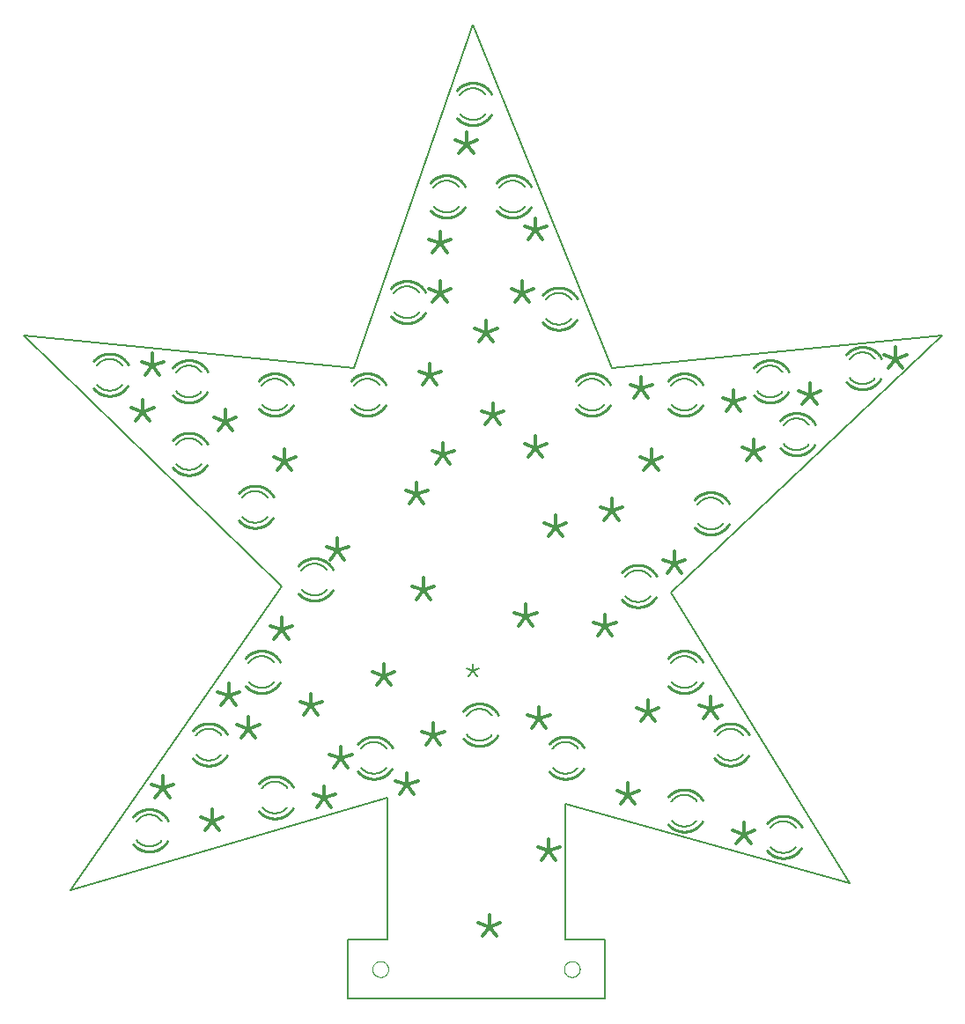
<source format=gbo>
G75*
%MOIN*%
%OFA0B0*%
%FSLAX25Y25*%
%IPPOS*%
%LPD*%
%AMOC8*
5,1,8,0,0,1.08239X$1,22.5*
%
%ADD10C,0.00600*%
%ADD11C,0.00000*%
%ADD12C,0.01200*%
%ADD13C,0.00700*%
%ADD14C,0.01000*%
D10*
X0018800Y0042550D02*
X0138800Y0077550D01*
X0138800Y0023800D01*
X0123800Y0023800D01*
X0123800Y0001300D01*
X0221300Y0001300D01*
X0221300Y0023800D01*
X0206300Y0023800D01*
X0206300Y0075050D01*
X0313800Y0045050D01*
X0246300Y0155050D01*
X0348800Y0252550D01*
X0223800Y0240050D01*
X0171300Y0370050D01*
X0126300Y0240050D01*
X0001300Y0252550D01*
X0098800Y0157550D01*
X0018800Y0042550D01*
X0048800Y0059050D02*
X0048952Y0059052D01*
X0049103Y0059058D01*
X0049254Y0059067D01*
X0049406Y0059081D01*
X0049556Y0059098D01*
X0049706Y0059119D01*
X0049856Y0059144D01*
X0050005Y0059172D01*
X0050153Y0059205D01*
X0050300Y0059241D01*
X0050447Y0059280D01*
X0050592Y0059324D01*
X0050736Y0059371D01*
X0050879Y0059422D01*
X0051020Y0059476D01*
X0051161Y0059534D01*
X0051299Y0059595D01*
X0051436Y0059660D01*
X0051572Y0059729D01*
X0051705Y0059800D01*
X0051837Y0059875D01*
X0051967Y0059954D01*
X0052094Y0060035D01*
X0052220Y0060120D01*
X0052344Y0060208D01*
X0052465Y0060299D01*
X0052584Y0060393D01*
X0052700Y0060491D01*
X0052814Y0060591D01*
X0052926Y0060693D01*
X0053034Y0060799D01*
X0053140Y0060907D01*
X0053244Y0061018D01*
X0053344Y0061132D01*
X0053442Y0061248D01*
X0053536Y0061367D01*
X0048800Y0071050D02*
X0048646Y0071048D01*
X0048492Y0071042D01*
X0048338Y0071032D01*
X0048184Y0071018D01*
X0048031Y0071001D01*
X0047879Y0070979D01*
X0047727Y0070953D01*
X0047575Y0070924D01*
X0047425Y0070890D01*
X0047275Y0070853D01*
X0047127Y0070812D01*
X0046979Y0070767D01*
X0046833Y0070718D01*
X0046688Y0070666D01*
X0046545Y0070610D01*
X0046402Y0070550D01*
X0046262Y0070487D01*
X0046123Y0070420D01*
X0045986Y0070349D01*
X0045851Y0070275D01*
X0045718Y0070198D01*
X0045586Y0070117D01*
X0045457Y0070033D01*
X0045330Y0069945D01*
X0045206Y0069854D01*
X0045084Y0069761D01*
X0044964Y0069663D01*
X0044847Y0069563D01*
X0044732Y0069460D01*
X0044620Y0069354D01*
X0044511Y0069246D01*
X0044405Y0069134D01*
X0044301Y0069020D01*
X0044201Y0068903D01*
X0044103Y0068784D01*
X0044009Y0068662D01*
X0043918Y0068537D01*
X0048800Y0071050D02*
X0048950Y0071048D01*
X0049101Y0071042D01*
X0049251Y0071033D01*
X0049400Y0071020D01*
X0049550Y0071003D01*
X0049699Y0070982D01*
X0049847Y0070958D01*
X0049995Y0070930D01*
X0050142Y0070898D01*
X0050288Y0070863D01*
X0050433Y0070823D01*
X0050577Y0070781D01*
X0050720Y0070734D01*
X0050862Y0070684D01*
X0051003Y0070631D01*
X0051142Y0070574D01*
X0051280Y0070514D01*
X0051416Y0070450D01*
X0051550Y0070383D01*
X0051683Y0070312D01*
X0051814Y0070238D01*
X0051943Y0070161D01*
X0052070Y0070080D01*
X0052195Y0069997D01*
X0052318Y0069910D01*
X0052439Y0069821D01*
X0052557Y0069728D01*
X0052673Y0069632D01*
X0052787Y0069534D01*
X0052898Y0069433D01*
X0053007Y0069328D01*
X0053112Y0069222D01*
X0053216Y0069112D01*
X0053316Y0069000D01*
X0053414Y0068886D01*
X0053508Y0068769D01*
X0053600Y0068650D01*
X0048800Y0059050D02*
X0048648Y0059052D01*
X0048497Y0059058D01*
X0048346Y0059067D01*
X0048194Y0059081D01*
X0048044Y0059098D01*
X0047894Y0059119D01*
X0047744Y0059144D01*
X0047595Y0059172D01*
X0047447Y0059205D01*
X0047300Y0059241D01*
X0047153Y0059280D01*
X0047008Y0059324D01*
X0046864Y0059371D01*
X0046721Y0059422D01*
X0046580Y0059476D01*
X0046439Y0059534D01*
X0046301Y0059595D01*
X0046164Y0059660D01*
X0046028Y0059729D01*
X0045895Y0059800D01*
X0045763Y0059875D01*
X0045633Y0059954D01*
X0045506Y0060035D01*
X0045380Y0060120D01*
X0045256Y0060208D01*
X0045135Y0060299D01*
X0045016Y0060393D01*
X0044900Y0060491D01*
X0044786Y0060591D01*
X0044674Y0060693D01*
X0044566Y0060799D01*
X0044460Y0060907D01*
X0044356Y0061018D01*
X0044256Y0061132D01*
X0044158Y0061248D01*
X0044064Y0061367D01*
X0071300Y0091550D02*
X0071452Y0091552D01*
X0071603Y0091558D01*
X0071754Y0091567D01*
X0071906Y0091581D01*
X0072056Y0091598D01*
X0072206Y0091619D01*
X0072356Y0091644D01*
X0072505Y0091672D01*
X0072653Y0091705D01*
X0072800Y0091741D01*
X0072947Y0091780D01*
X0073092Y0091824D01*
X0073236Y0091871D01*
X0073379Y0091922D01*
X0073520Y0091976D01*
X0073661Y0092034D01*
X0073799Y0092095D01*
X0073936Y0092160D01*
X0074072Y0092229D01*
X0074205Y0092300D01*
X0074337Y0092375D01*
X0074467Y0092454D01*
X0074594Y0092535D01*
X0074720Y0092620D01*
X0074844Y0092708D01*
X0074965Y0092799D01*
X0075084Y0092893D01*
X0075200Y0092991D01*
X0075314Y0093091D01*
X0075426Y0093193D01*
X0075534Y0093299D01*
X0075640Y0093407D01*
X0075744Y0093518D01*
X0075844Y0093632D01*
X0075942Y0093748D01*
X0076036Y0093867D01*
X0071300Y0103550D02*
X0071146Y0103548D01*
X0070992Y0103542D01*
X0070838Y0103532D01*
X0070684Y0103518D01*
X0070531Y0103501D01*
X0070379Y0103479D01*
X0070227Y0103453D01*
X0070075Y0103424D01*
X0069925Y0103390D01*
X0069775Y0103353D01*
X0069627Y0103312D01*
X0069479Y0103267D01*
X0069333Y0103218D01*
X0069188Y0103166D01*
X0069045Y0103110D01*
X0068902Y0103050D01*
X0068762Y0102987D01*
X0068623Y0102920D01*
X0068486Y0102849D01*
X0068351Y0102775D01*
X0068218Y0102698D01*
X0068086Y0102617D01*
X0067957Y0102533D01*
X0067830Y0102445D01*
X0067706Y0102354D01*
X0067584Y0102261D01*
X0067464Y0102163D01*
X0067347Y0102063D01*
X0067232Y0101960D01*
X0067120Y0101854D01*
X0067011Y0101746D01*
X0066905Y0101634D01*
X0066801Y0101520D01*
X0066701Y0101403D01*
X0066603Y0101284D01*
X0066509Y0101162D01*
X0066418Y0101037D01*
X0071300Y0103550D02*
X0071450Y0103548D01*
X0071601Y0103542D01*
X0071751Y0103533D01*
X0071900Y0103520D01*
X0072050Y0103503D01*
X0072199Y0103482D01*
X0072347Y0103458D01*
X0072495Y0103430D01*
X0072642Y0103398D01*
X0072788Y0103363D01*
X0072933Y0103323D01*
X0073077Y0103281D01*
X0073220Y0103234D01*
X0073362Y0103184D01*
X0073503Y0103131D01*
X0073642Y0103074D01*
X0073780Y0103014D01*
X0073916Y0102950D01*
X0074050Y0102883D01*
X0074183Y0102812D01*
X0074314Y0102738D01*
X0074443Y0102661D01*
X0074570Y0102580D01*
X0074695Y0102497D01*
X0074818Y0102410D01*
X0074939Y0102321D01*
X0075057Y0102228D01*
X0075173Y0102132D01*
X0075287Y0102034D01*
X0075398Y0101933D01*
X0075507Y0101828D01*
X0075612Y0101722D01*
X0075716Y0101612D01*
X0075816Y0101500D01*
X0075914Y0101386D01*
X0076008Y0101269D01*
X0076100Y0101150D01*
X0071300Y0091550D02*
X0071148Y0091552D01*
X0070997Y0091558D01*
X0070846Y0091567D01*
X0070694Y0091581D01*
X0070544Y0091598D01*
X0070394Y0091619D01*
X0070244Y0091644D01*
X0070095Y0091672D01*
X0069947Y0091705D01*
X0069800Y0091741D01*
X0069653Y0091780D01*
X0069508Y0091824D01*
X0069364Y0091871D01*
X0069221Y0091922D01*
X0069080Y0091976D01*
X0068939Y0092034D01*
X0068801Y0092095D01*
X0068664Y0092160D01*
X0068528Y0092229D01*
X0068395Y0092300D01*
X0068263Y0092375D01*
X0068133Y0092454D01*
X0068006Y0092535D01*
X0067880Y0092620D01*
X0067756Y0092708D01*
X0067635Y0092799D01*
X0067516Y0092893D01*
X0067400Y0092991D01*
X0067286Y0093091D01*
X0067174Y0093193D01*
X0067066Y0093299D01*
X0066960Y0093407D01*
X0066856Y0093518D01*
X0066756Y0093632D01*
X0066658Y0093748D01*
X0066564Y0093867D01*
X0096300Y0071550D02*
X0096452Y0071552D01*
X0096603Y0071558D01*
X0096754Y0071567D01*
X0096906Y0071581D01*
X0097056Y0071598D01*
X0097206Y0071619D01*
X0097356Y0071644D01*
X0097505Y0071672D01*
X0097653Y0071705D01*
X0097800Y0071741D01*
X0097947Y0071780D01*
X0098092Y0071824D01*
X0098236Y0071871D01*
X0098379Y0071922D01*
X0098520Y0071976D01*
X0098661Y0072034D01*
X0098799Y0072095D01*
X0098936Y0072160D01*
X0099072Y0072229D01*
X0099205Y0072300D01*
X0099337Y0072375D01*
X0099467Y0072454D01*
X0099594Y0072535D01*
X0099720Y0072620D01*
X0099844Y0072708D01*
X0099965Y0072799D01*
X0100084Y0072893D01*
X0100200Y0072991D01*
X0100314Y0073091D01*
X0100426Y0073193D01*
X0100534Y0073299D01*
X0100640Y0073407D01*
X0100744Y0073518D01*
X0100844Y0073632D01*
X0100942Y0073748D01*
X0101036Y0073867D01*
X0096300Y0083550D02*
X0096146Y0083548D01*
X0095992Y0083542D01*
X0095838Y0083532D01*
X0095684Y0083518D01*
X0095531Y0083501D01*
X0095379Y0083479D01*
X0095227Y0083453D01*
X0095075Y0083424D01*
X0094925Y0083390D01*
X0094775Y0083353D01*
X0094627Y0083312D01*
X0094479Y0083267D01*
X0094333Y0083218D01*
X0094188Y0083166D01*
X0094045Y0083110D01*
X0093902Y0083050D01*
X0093762Y0082987D01*
X0093623Y0082920D01*
X0093486Y0082849D01*
X0093351Y0082775D01*
X0093218Y0082698D01*
X0093086Y0082617D01*
X0092957Y0082533D01*
X0092830Y0082445D01*
X0092706Y0082354D01*
X0092584Y0082261D01*
X0092464Y0082163D01*
X0092347Y0082063D01*
X0092232Y0081960D01*
X0092120Y0081854D01*
X0092011Y0081746D01*
X0091905Y0081634D01*
X0091801Y0081520D01*
X0091701Y0081403D01*
X0091603Y0081284D01*
X0091509Y0081162D01*
X0091418Y0081037D01*
X0096300Y0083550D02*
X0096450Y0083548D01*
X0096601Y0083542D01*
X0096751Y0083533D01*
X0096900Y0083520D01*
X0097050Y0083503D01*
X0097199Y0083482D01*
X0097347Y0083458D01*
X0097495Y0083430D01*
X0097642Y0083398D01*
X0097788Y0083363D01*
X0097933Y0083323D01*
X0098077Y0083281D01*
X0098220Y0083234D01*
X0098362Y0083184D01*
X0098503Y0083131D01*
X0098642Y0083074D01*
X0098780Y0083014D01*
X0098916Y0082950D01*
X0099050Y0082883D01*
X0099183Y0082812D01*
X0099314Y0082738D01*
X0099443Y0082661D01*
X0099570Y0082580D01*
X0099695Y0082497D01*
X0099818Y0082410D01*
X0099939Y0082321D01*
X0100057Y0082228D01*
X0100173Y0082132D01*
X0100287Y0082034D01*
X0100398Y0081933D01*
X0100507Y0081828D01*
X0100612Y0081722D01*
X0100716Y0081612D01*
X0100816Y0081500D01*
X0100914Y0081386D01*
X0101008Y0081269D01*
X0101100Y0081150D01*
X0096300Y0071550D02*
X0096148Y0071552D01*
X0095997Y0071558D01*
X0095846Y0071567D01*
X0095694Y0071581D01*
X0095544Y0071598D01*
X0095394Y0071619D01*
X0095244Y0071644D01*
X0095095Y0071672D01*
X0094947Y0071705D01*
X0094800Y0071741D01*
X0094653Y0071780D01*
X0094508Y0071824D01*
X0094364Y0071871D01*
X0094221Y0071922D01*
X0094080Y0071976D01*
X0093939Y0072034D01*
X0093801Y0072095D01*
X0093664Y0072160D01*
X0093528Y0072229D01*
X0093395Y0072300D01*
X0093263Y0072375D01*
X0093133Y0072454D01*
X0093006Y0072535D01*
X0092880Y0072620D01*
X0092756Y0072708D01*
X0092635Y0072799D01*
X0092516Y0072893D01*
X0092400Y0072991D01*
X0092286Y0073091D01*
X0092174Y0073193D01*
X0092066Y0073299D01*
X0091960Y0073407D01*
X0091856Y0073518D01*
X0091756Y0073632D01*
X0091658Y0073748D01*
X0091564Y0073867D01*
X0133800Y0086550D02*
X0133952Y0086552D01*
X0134103Y0086558D01*
X0134254Y0086567D01*
X0134406Y0086581D01*
X0134556Y0086598D01*
X0134706Y0086619D01*
X0134856Y0086644D01*
X0135005Y0086672D01*
X0135153Y0086705D01*
X0135300Y0086741D01*
X0135447Y0086780D01*
X0135592Y0086824D01*
X0135736Y0086871D01*
X0135879Y0086922D01*
X0136020Y0086976D01*
X0136161Y0087034D01*
X0136299Y0087095D01*
X0136436Y0087160D01*
X0136572Y0087229D01*
X0136705Y0087300D01*
X0136837Y0087375D01*
X0136967Y0087454D01*
X0137094Y0087535D01*
X0137220Y0087620D01*
X0137344Y0087708D01*
X0137465Y0087799D01*
X0137584Y0087893D01*
X0137700Y0087991D01*
X0137814Y0088091D01*
X0137926Y0088193D01*
X0138034Y0088299D01*
X0138140Y0088407D01*
X0138244Y0088518D01*
X0138344Y0088632D01*
X0138442Y0088748D01*
X0138536Y0088867D01*
X0133800Y0098550D02*
X0133646Y0098548D01*
X0133492Y0098542D01*
X0133338Y0098532D01*
X0133184Y0098518D01*
X0133031Y0098501D01*
X0132879Y0098479D01*
X0132727Y0098453D01*
X0132575Y0098424D01*
X0132425Y0098390D01*
X0132275Y0098353D01*
X0132127Y0098312D01*
X0131979Y0098267D01*
X0131833Y0098218D01*
X0131688Y0098166D01*
X0131545Y0098110D01*
X0131402Y0098050D01*
X0131262Y0097987D01*
X0131123Y0097920D01*
X0130986Y0097849D01*
X0130851Y0097775D01*
X0130718Y0097698D01*
X0130586Y0097617D01*
X0130457Y0097533D01*
X0130330Y0097445D01*
X0130206Y0097354D01*
X0130084Y0097261D01*
X0129964Y0097163D01*
X0129847Y0097063D01*
X0129732Y0096960D01*
X0129620Y0096854D01*
X0129511Y0096746D01*
X0129405Y0096634D01*
X0129301Y0096520D01*
X0129201Y0096403D01*
X0129103Y0096284D01*
X0129009Y0096162D01*
X0128918Y0096037D01*
X0133800Y0098550D02*
X0133950Y0098548D01*
X0134101Y0098542D01*
X0134251Y0098533D01*
X0134400Y0098520D01*
X0134550Y0098503D01*
X0134699Y0098482D01*
X0134847Y0098458D01*
X0134995Y0098430D01*
X0135142Y0098398D01*
X0135288Y0098363D01*
X0135433Y0098323D01*
X0135577Y0098281D01*
X0135720Y0098234D01*
X0135862Y0098184D01*
X0136003Y0098131D01*
X0136142Y0098074D01*
X0136280Y0098014D01*
X0136416Y0097950D01*
X0136550Y0097883D01*
X0136683Y0097812D01*
X0136814Y0097738D01*
X0136943Y0097661D01*
X0137070Y0097580D01*
X0137195Y0097497D01*
X0137318Y0097410D01*
X0137439Y0097321D01*
X0137557Y0097228D01*
X0137673Y0097132D01*
X0137787Y0097034D01*
X0137898Y0096933D01*
X0138007Y0096828D01*
X0138112Y0096722D01*
X0138216Y0096612D01*
X0138316Y0096500D01*
X0138414Y0096386D01*
X0138508Y0096269D01*
X0138600Y0096150D01*
X0133800Y0086550D02*
X0133648Y0086552D01*
X0133497Y0086558D01*
X0133346Y0086567D01*
X0133194Y0086581D01*
X0133044Y0086598D01*
X0132894Y0086619D01*
X0132744Y0086644D01*
X0132595Y0086672D01*
X0132447Y0086705D01*
X0132300Y0086741D01*
X0132153Y0086780D01*
X0132008Y0086824D01*
X0131864Y0086871D01*
X0131721Y0086922D01*
X0131580Y0086976D01*
X0131439Y0087034D01*
X0131301Y0087095D01*
X0131164Y0087160D01*
X0131028Y0087229D01*
X0130895Y0087300D01*
X0130763Y0087375D01*
X0130633Y0087454D01*
X0130506Y0087535D01*
X0130380Y0087620D01*
X0130256Y0087708D01*
X0130135Y0087799D01*
X0130016Y0087893D01*
X0129900Y0087991D01*
X0129786Y0088091D01*
X0129674Y0088193D01*
X0129566Y0088299D01*
X0129460Y0088407D01*
X0129356Y0088518D01*
X0129256Y0088632D01*
X0129158Y0088748D01*
X0129064Y0088867D01*
X0091300Y0131050D02*
X0091146Y0131048D01*
X0090992Y0131042D01*
X0090838Y0131032D01*
X0090684Y0131018D01*
X0090531Y0131001D01*
X0090379Y0130979D01*
X0090227Y0130953D01*
X0090075Y0130924D01*
X0089925Y0130890D01*
X0089775Y0130853D01*
X0089627Y0130812D01*
X0089479Y0130767D01*
X0089333Y0130718D01*
X0089188Y0130666D01*
X0089045Y0130610D01*
X0088902Y0130550D01*
X0088762Y0130487D01*
X0088623Y0130420D01*
X0088486Y0130349D01*
X0088351Y0130275D01*
X0088218Y0130198D01*
X0088086Y0130117D01*
X0087957Y0130033D01*
X0087830Y0129945D01*
X0087706Y0129854D01*
X0087584Y0129761D01*
X0087464Y0129663D01*
X0087347Y0129563D01*
X0087232Y0129460D01*
X0087120Y0129354D01*
X0087011Y0129246D01*
X0086905Y0129134D01*
X0086801Y0129020D01*
X0086701Y0128903D01*
X0086603Y0128784D01*
X0086509Y0128662D01*
X0086418Y0128537D01*
X0091300Y0119050D02*
X0091452Y0119052D01*
X0091603Y0119058D01*
X0091754Y0119067D01*
X0091906Y0119081D01*
X0092056Y0119098D01*
X0092206Y0119119D01*
X0092356Y0119144D01*
X0092505Y0119172D01*
X0092653Y0119205D01*
X0092800Y0119241D01*
X0092947Y0119280D01*
X0093092Y0119324D01*
X0093236Y0119371D01*
X0093379Y0119422D01*
X0093520Y0119476D01*
X0093661Y0119534D01*
X0093799Y0119595D01*
X0093936Y0119660D01*
X0094072Y0119729D01*
X0094205Y0119800D01*
X0094337Y0119875D01*
X0094467Y0119954D01*
X0094594Y0120035D01*
X0094720Y0120120D01*
X0094844Y0120208D01*
X0094965Y0120299D01*
X0095084Y0120393D01*
X0095200Y0120491D01*
X0095314Y0120591D01*
X0095426Y0120693D01*
X0095534Y0120799D01*
X0095640Y0120907D01*
X0095744Y0121018D01*
X0095844Y0121132D01*
X0095942Y0121248D01*
X0096036Y0121367D01*
X0091300Y0119050D02*
X0091148Y0119052D01*
X0090997Y0119058D01*
X0090846Y0119067D01*
X0090694Y0119081D01*
X0090544Y0119098D01*
X0090394Y0119119D01*
X0090244Y0119144D01*
X0090095Y0119172D01*
X0089947Y0119205D01*
X0089800Y0119241D01*
X0089653Y0119280D01*
X0089508Y0119324D01*
X0089364Y0119371D01*
X0089221Y0119422D01*
X0089080Y0119476D01*
X0088939Y0119534D01*
X0088801Y0119595D01*
X0088664Y0119660D01*
X0088528Y0119729D01*
X0088395Y0119800D01*
X0088263Y0119875D01*
X0088133Y0119954D01*
X0088006Y0120035D01*
X0087880Y0120120D01*
X0087756Y0120208D01*
X0087635Y0120299D01*
X0087516Y0120393D01*
X0087400Y0120491D01*
X0087286Y0120591D01*
X0087174Y0120693D01*
X0087066Y0120799D01*
X0086960Y0120907D01*
X0086856Y0121018D01*
X0086756Y0121132D01*
X0086658Y0121248D01*
X0086564Y0121367D01*
X0091300Y0131050D02*
X0091450Y0131048D01*
X0091601Y0131042D01*
X0091751Y0131033D01*
X0091900Y0131020D01*
X0092050Y0131003D01*
X0092199Y0130982D01*
X0092347Y0130958D01*
X0092495Y0130930D01*
X0092642Y0130898D01*
X0092788Y0130863D01*
X0092933Y0130823D01*
X0093077Y0130781D01*
X0093220Y0130734D01*
X0093362Y0130684D01*
X0093503Y0130631D01*
X0093642Y0130574D01*
X0093780Y0130514D01*
X0093916Y0130450D01*
X0094050Y0130383D01*
X0094183Y0130312D01*
X0094314Y0130238D01*
X0094443Y0130161D01*
X0094570Y0130080D01*
X0094695Y0129997D01*
X0094818Y0129910D01*
X0094939Y0129821D01*
X0095057Y0129728D01*
X0095173Y0129632D01*
X0095287Y0129534D01*
X0095398Y0129433D01*
X0095507Y0129328D01*
X0095612Y0129222D01*
X0095716Y0129112D01*
X0095816Y0129000D01*
X0095914Y0128886D01*
X0096008Y0128769D01*
X0096100Y0128650D01*
X0111300Y0154050D02*
X0111452Y0154052D01*
X0111603Y0154058D01*
X0111754Y0154067D01*
X0111906Y0154081D01*
X0112056Y0154098D01*
X0112206Y0154119D01*
X0112356Y0154144D01*
X0112505Y0154172D01*
X0112653Y0154205D01*
X0112800Y0154241D01*
X0112947Y0154280D01*
X0113092Y0154324D01*
X0113236Y0154371D01*
X0113379Y0154422D01*
X0113520Y0154476D01*
X0113661Y0154534D01*
X0113799Y0154595D01*
X0113936Y0154660D01*
X0114072Y0154729D01*
X0114205Y0154800D01*
X0114337Y0154875D01*
X0114467Y0154954D01*
X0114594Y0155035D01*
X0114720Y0155120D01*
X0114844Y0155208D01*
X0114965Y0155299D01*
X0115084Y0155393D01*
X0115200Y0155491D01*
X0115314Y0155591D01*
X0115426Y0155693D01*
X0115534Y0155799D01*
X0115640Y0155907D01*
X0115744Y0156018D01*
X0115844Y0156132D01*
X0115942Y0156248D01*
X0116036Y0156367D01*
X0111300Y0166050D02*
X0111146Y0166048D01*
X0110992Y0166042D01*
X0110838Y0166032D01*
X0110684Y0166018D01*
X0110531Y0166001D01*
X0110379Y0165979D01*
X0110227Y0165953D01*
X0110075Y0165924D01*
X0109925Y0165890D01*
X0109775Y0165853D01*
X0109627Y0165812D01*
X0109479Y0165767D01*
X0109333Y0165718D01*
X0109188Y0165666D01*
X0109045Y0165610D01*
X0108902Y0165550D01*
X0108762Y0165487D01*
X0108623Y0165420D01*
X0108486Y0165349D01*
X0108351Y0165275D01*
X0108218Y0165198D01*
X0108086Y0165117D01*
X0107957Y0165033D01*
X0107830Y0164945D01*
X0107706Y0164854D01*
X0107584Y0164761D01*
X0107464Y0164663D01*
X0107347Y0164563D01*
X0107232Y0164460D01*
X0107120Y0164354D01*
X0107011Y0164246D01*
X0106905Y0164134D01*
X0106801Y0164020D01*
X0106701Y0163903D01*
X0106603Y0163784D01*
X0106509Y0163662D01*
X0106418Y0163537D01*
X0111300Y0166050D02*
X0111450Y0166048D01*
X0111601Y0166042D01*
X0111751Y0166033D01*
X0111900Y0166020D01*
X0112050Y0166003D01*
X0112199Y0165982D01*
X0112347Y0165958D01*
X0112495Y0165930D01*
X0112642Y0165898D01*
X0112788Y0165863D01*
X0112933Y0165823D01*
X0113077Y0165781D01*
X0113220Y0165734D01*
X0113362Y0165684D01*
X0113503Y0165631D01*
X0113642Y0165574D01*
X0113780Y0165514D01*
X0113916Y0165450D01*
X0114050Y0165383D01*
X0114183Y0165312D01*
X0114314Y0165238D01*
X0114443Y0165161D01*
X0114570Y0165080D01*
X0114695Y0164997D01*
X0114818Y0164910D01*
X0114939Y0164821D01*
X0115057Y0164728D01*
X0115173Y0164632D01*
X0115287Y0164534D01*
X0115398Y0164433D01*
X0115507Y0164328D01*
X0115612Y0164222D01*
X0115716Y0164112D01*
X0115816Y0164000D01*
X0115914Y0163886D01*
X0116008Y0163769D01*
X0116100Y0163650D01*
X0111300Y0154050D02*
X0111148Y0154052D01*
X0110997Y0154058D01*
X0110846Y0154067D01*
X0110694Y0154081D01*
X0110544Y0154098D01*
X0110394Y0154119D01*
X0110244Y0154144D01*
X0110095Y0154172D01*
X0109947Y0154205D01*
X0109800Y0154241D01*
X0109653Y0154280D01*
X0109508Y0154324D01*
X0109364Y0154371D01*
X0109221Y0154422D01*
X0109080Y0154476D01*
X0108939Y0154534D01*
X0108801Y0154595D01*
X0108664Y0154660D01*
X0108528Y0154729D01*
X0108395Y0154800D01*
X0108263Y0154875D01*
X0108133Y0154954D01*
X0108006Y0155035D01*
X0107880Y0155120D01*
X0107756Y0155208D01*
X0107635Y0155299D01*
X0107516Y0155393D01*
X0107400Y0155491D01*
X0107286Y0155591D01*
X0107174Y0155693D01*
X0107066Y0155799D01*
X0106960Y0155907D01*
X0106856Y0156018D01*
X0106756Y0156132D01*
X0106658Y0156248D01*
X0106564Y0156367D01*
X0088800Y0193550D02*
X0088646Y0193548D01*
X0088492Y0193542D01*
X0088338Y0193532D01*
X0088184Y0193518D01*
X0088031Y0193501D01*
X0087879Y0193479D01*
X0087727Y0193453D01*
X0087575Y0193424D01*
X0087425Y0193390D01*
X0087275Y0193353D01*
X0087127Y0193312D01*
X0086979Y0193267D01*
X0086833Y0193218D01*
X0086688Y0193166D01*
X0086545Y0193110D01*
X0086402Y0193050D01*
X0086262Y0192987D01*
X0086123Y0192920D01*
X0085986Y0192849D01*
X0085851Y0192775D01*
X0085718Y0192698D01*
X0085586Y0192617D01*
X0085457Y0192533D01*
X0085330Y0192445D01*
X0085206Y0192354D01*
X0085084Y0192261D01*
X0084964Y0192163D01*
X0084847Y0192063D01*
X0084732Y0191960D01*
X0084620Y0191854D01*
X0084511Y0191746D01*
X0084405Y0191634D01*
X0084301Y0191520D01*
X0084201Y0191403D01*
X0084103Y0191284D01*
X0084009Y0191162D01*
X0083918Y0191037D01*
X0088800Y0181550D02*
X0088952Y0181552D01*
X0089103Y0181558D01*
X0089254Y0181567D01*
X0089406Y0181581D01*
X0089556Y0181598D01*
X0089706Y0181619D01*
X0089856Y0181644D01*
X0090005Y0181672D01*
X0090153Y0181705D01*
X0090300Y0181741D01*
X0090447Y0181780D01*
X0090592Y0181824D01*
X0090736Y0181871D01*
X0090879Y0181922D01*
X0091020Y0181976D01*
X0091161Y0182034D01*
X0091299Y0182095D01*
X0091436Y0182160D01*
X0091572Y0182229D01*
X0091705Y0182300D01*
X0091837Y0182375D01*
X0091967Y0182454D01*
X0092094Y0182535D01*
X0092220Y0182620D01*
X0092344Y0182708D01*
X0092465Y0182799D01*
X0092584Y0182893D01*
X0092700Y0182991D01*
X0092814Y0183091D01*
X0092926Y0183193D01*
X0093034Y0183299D01*
X0093140Y0183407D01*
X0093244Y0183518D01*
X0093344Y0183632D01*
X0093442Y0183748D01*
X0093536Y0183867D01*
X0088800Y0181550D02*
X0088648Y0181552D01*
X0088497Y0181558D01*
X0088346Y0181567D01*
X0088194Y0181581D01*
X0088044Y0181598D01*
X0087894Y0181619D01*
X0087744Y0181644D01*
X0087595Y0181672D01*
X0087447Y0181705D01*
X0087300Y0181741D01*
X0087153Y0181780D01*
X0087008Y0181824D01*
X0086864Y0181871D01*
X0086721Y0181922D01*
X0086580Y0181976D01*
X0086439Y0182034D01*
X0086301Y0182095D01*
X0086164Y0182160D01*
X0086028Y0182229D01*
X0085895Y0182300D01*
X0085763Y0182375D01*
X0085633Y0182454D01*
X0085506Y0182535D01*
X0085380Y0182620D01*
X0085256Y0182708D01*
X0085135Y0182799D01*
X0085016Y0182893D01*
X0084900Y0182991D01*
X0084786Y0183091D01*
X0084674Y0183193D01*
X0084566Y0183299D01*
X0084460Y0183407D01*
X0084356Y0183518D01*
X0084256Y0183632D01*
X0084158Y0183748D01*
X0084064Y0183867D01*
X0088800Y0193550D02*
X0088950Y0193548D01*
X0089101Y0193542D01*
X0089251Y0193533D01*
X0089400Y0193520D01*
X0089550Y0193503D01*
X0089699Y0193482D01*
X0089847Y0193458D01*
X0089995Y0193430D01*
X0090142Y0193398D01*
X0090288Y0193363D01*
X0090433Y0193323D01*
X0090577Y0193281D01*
X0090720Y0193234D01*
X0090862Y0193184D01*
X0091003Y0193131D01*
X0091142Y0193074D01*
X0091280Y0193014D01*
X0091416Y0192950D01*
X0091550Y0192883D01*
X0091683Y0192812D01*
X0091814Y0192738D01*
X0091943Y0192661D01*
X0092070Y0192580D01*
X0092195Y0192497D01*
X0092318Y0192410D01*
X0092439Y0192321D01*
X0092557Y0192228D01*
X0092673Y0192132D01*
X0092787Y0192034D01*
X0092898Y0191933D01*
X0093007Y0191828D01*
X0093112Y0191722D01*
X0093216Y0191612D01*
X0093316Y0191500D01*
X0093414Y0191386D01*
X0093508Y0191269D01*
X0093600Y0191150D01*
X0063800Y0213550D02*
X0063646Y0213548D01*
X0063492Y0213542D01*
X0063338Y0213532D01*
X0063184Y0213518D01*
X0063031Y0213501D01*
X0062879Y0213479D01*
X0062727Y0213453D01*
X0062575Y0213424D01*
X0062425Y0213390D01*
X0062275Y0213353D01*
X0062127Y0213312D01*
X0061979Y0213267D01*
X0061833Y0213218D01*
X0061688Y0213166D01*
X0061545Y0213110D01*
X0061402Y0213050D01*
X0061262Y0212987D01*
X0061123Y0212920D01*
X0060986Y0212849D01*
X0060851Y0212775D01*
X0060718Y0212698D01*
X0060586Y0212617D01*
X0060457Y0212533D01*
X0060330Y0212445D01*
X0060206Y0212354D01*
X0060084Y0212261D01*
X0059964Y0212163D01*
X0059847Y0212063D01*
X0059732Y0211960D01*
X0059620Y0211854D01*
X0059511Y0211746D01*
X0059405Y0211634D01*
X0059301Y0211520D01*
X0059201Y0211403D01*
X0059103Y0211284D01*
X0059009Y0211162D01*
X0058918Y0211037D01*
X0063800Y0201550D02*
X0063952Y0201552D01*
X0064103Y0201558D01*
X0064254Y0201567D01*
X0064406Y0201581D01*
X0064556Y0201598D01*
X0064706Y0201619D01*
X0064856Y0201644D01*
X0065005Y0201672D01*
X0065153Y0201705D01*
X0065300Y0201741D01*
X0065447Y0201780D01*
X0065592Y0201824D01*
X0065736Y0201871D01*
X0065879Y0201922D01*
X0066020Y0201976D01*
X0066161Y0202034D01*
X0066299Y0202095D01*
X0066436Y0202160D01*
X0066572Y0202229D01*
X0066705Y0202300D01*
X0066837Y0202375D01*
X0066967Y0202454D01*
X0067094Y0202535D01*
X0067220Y0202620D01*
X0067344Y0202708D01*
X0067465Y0202799D01*
X0067584Y0202893D01*
X0067700Y0202991D01*
X0067814Y0203091D01*
X0067926Y0203193D01*
X0068034Y0203299D01*
X0068140Y0203407D01*
X0068244Y0203518D01*
X0068344Y0203632D01*
X0068442Y0203748D01*
X0068536Y0203867D01*
X0063800Y0201550D02*
X0063648Y0201552D01*
X0063497Y0201558D01*
X0063346Y0201567D01*
X0063194Y0201581D01*
X0063044Y0201598D01*
X0062894Y0201619D01*
X0062744Y0201644D01*
X0062595Y0201672D01*
X0062447Y0201705D01*
X0062300Y0201741D01*
X0062153Y0201780D01*
X0062008Y0201824D01*
X0061864Y0201871D01*
X0061721Y0201922D01*
X0061580Y0201976D01*
X0061439Y0202034D01*
X0061301Y0202095D01*
X0061164Y0202160D01*
X0061028Y0202229D01*
X0060895Y0202300D01*
X0060763Y0202375D01*
X0060633Y0202454D01*
X0060506Y0202535D01*
X0060380Y0202620D01*
X0060256Y0202708D01*
X0060135Y0202799D01*
X0060016Y0202893D01*
X0059900Y0202991D01*
X0059786Y0203091D01*
X0059674Y0203193D01*
X0059566Y0203299D01*
X0059460Y0203407D01*
X0059356Y0203518D01*
X0059256Y0203632D01*
X0059158Y0203748D01*
X0059064Y0203867D01*
X0063800Y0213550D02*
X0063950Y0213548D01*
X0064101Y0213542D01*
X0064251Y0213533D01*
X0064400Y0213520D01*
X0064550Y0213503D01*
X0064699Y0213482D01*
X0064847Y0213458D01*
X0064995Y0213430D01*
X0065142Y0213398D01*
X0065288Y0213363D01*
X0065433Y0213323D01*
X0065577Y0213281D01*
X0065720Y0213234D01*
X0065862Y0213184D01*
X0066003Y0213131D01*
X0066142Y0213074D01*
X0066280Y0213014D01*
X0066416Y0212950D01*
X0066550Y0212883D01*
X0066683Y0212812D01*
X0066814Y0212738D01*
X0066943Y0212661D01*
X0067070Y0212580D01*
X0067195Y0212497D01*
X0067318Y0212410D01*
X0067439Y0212321D01*
X0067557Y0212228D01*
X0067673Y0212132D01*
X0067787Y0212034D01*
X0067898Y0211933D01*
X0068007Y0211828D01*
X0068112Y0211722D01*
X0068216Y0211612D01*
X0068316Y0211500D01*
X0068414Y0211386D01*
X0068508Y0211269D01*
X0068600Y0211150D01*
X0058918Y0238537D02*
X0059009Y0238662D01*
X0059103Y0238784D01*
X0059201Y0238903D01*
X0059301Y0239020D01*
X0059405Y0239134D01*
X0059511Y0239246D01*
X0059620Y0239354D01*
X0059732Y0239460D01*
X0059847Y0239563D01*
X0059964Y0239663D01*
X0060084Y0239761D01*
X0060206Y0239854D01*
X0060330Y0239945D01*
X0060457Y0240033D01*
X0060586Y0240117D01*
X0060718Y0240198D01*
X0060851Y0240275D01*
X0060986Y0240349D01*
X0061123Y0240420D01*
X0061262Y0240487D01*
X0061402Y0240550D01*
X0061545Y0240610D01*
X0061688Y0240666D01*
X0061833Y0240718D01*
X0061979Y0240767D01*
X0062127Y0240812D01*
X0062275Y0240853D01*
X0062425Y0240890D01*
X0062575Y0240924D01*
X0062727Y0240953D01*
X0062879Y0240979D01*
X0063031Y0241001D01*
X0063184Y0241018D01*
X0063338Y0241032D01*
X0063492Y0241042D01*
X0063646Y0241048D01*
X0063800Y0241050D01*
X0068536Y0231367D02*
X0068442Y0231248D01*
X0068344Y0231132D01*
X0068244Y0231018D01*
X0068140Y0230907D01*
X0068034Y0230799D01*
X0067926Y0230693D01*
X0067814Y0230591D01*
X0067700Y0230491D01*
X0067584Y0230393D01*
X0067465Y0230299D01*
X0067344Y0230208D01*
X0067220Y0230120D01*
X0067094Y0230035D01*
X0066967Y0229954D01*
X0066837Y0229875D01*
X0066705Y0229800D01*
X0066572Y0229729D01*
X0066436Y0229660D01*
X0066299Y0229595D01*
X0066161Y0229534D01*
X0066020Y0229476D01*
X0065879Y0229422D01*
X0065736Y0229371D01*
X0065592Y0229324D01*
X0065447Y0229280D01*
X0065300Y0229241D01*
X0065153Y0229205D01*
X0065005Y0229172D01*
X0064856Y0229144D01*
X0064706Y0229119D01*
X0064556Y0229098D01*
X0064406Y0229081D01*
X0064254Y0229067D01*
X0064103Y0229058D01*
X0063952Y0229052D01*
X0063800Y0229050D01*
X0068600Y0238650D02*
X0068508Y0238769D01*
X0068414Y0238886D01*
X0068316Y0239000D01*
X0068216Y0239112D01*
X0068112Y0239222D01*
X0068007Y0239328D01*
X0067898Y0239433D01*
X0067787Y0239534D01*
X0067673Y0239632D01*
X0067557Y0239728D01*
X0067439Y0239821D01*
X0067318Y0239910D01*
X0067195Y0239997D01*
X0067070Y0240080D01*
X0066943Y0240161D01*
X0066814Y0240238D01*
X0066683Y0240312D01*
X0066550Y0240383D01*
X0066416Y0240450D01*
X0066280Y0240514D01*
X0066142Y0240574D01*
X0066003Y0240631D01*
X0065862Y0240684D01*
X0065720Y0240734D01*
X0065577Y0240781D01*
X0065433Y0240823D01*
X0065288Y0240863D01*
X0065142Y0240898D01*
X0064995Y0240930D01*
X0064847Y0240958D01*
X0064699Y0240982D01*
X0064550Y0241003D01*
X0064400Y0241020D01*
X0064251Y0241033D01*
X0064101Y0241042D01*
X0063950Y0241048D01*
X0063800Y0241050D01*
X0059064Y0231367D02*
X0059158Y0231248D01*
X0059256Y0231132D01*
X0059356Y0231018D01*
X0059460Y0230907D01*
X0059566Y0230799D01*
X0059674Y0230693D01*
X0059786Y0230591D01*
X0059900Y0230491D01*
X0060016Y0230393D01*
X0060135Y0230299D01*
X0060256Y0230208D01*
X0060380Y0230120D01*
X0060506Y0230035D01*
X0060633Y0229954D01*
X0060763Y0229875D01*
X0060895Y0229800D01*
X0061028Y0229729D01*
X0061164Y0229660D01*
X0061301Y0229595D01*
X0061439Y0229534D01*
X0061580Y0229476D01*
X0061721Y0229422D01*
X0061864Y0229371D01*
X0062008Y0229324D01*
X0062153Y0229280D01*
X0062300Y0229241D01*
X0062447Y0229205D01*
X0062595Y0229172D01*
X0062744Y0229144D01*
X0062894Y0229119D01*
X0063044Y0229098D01*
X0063194Y0229081D01*
X0063346Y0229067D01*
X0063497Y0229058D01*
X0063648Y0229052D01*
X0063800Y0229050D01*
X0033800Y0243550D02*
X0033646Y0243548D01*
X0033492Y0243542D01*
X0033338Y0243532D01*
X0033184Y0243518D01*
X0033031Y0243501D01*
X0032879Y0243479D01*
X0032727Y0243453D01*
X0032575Y0243424D01*
X0032425Y0243390D01*
X0032275Y0243353D01*
X0032127Y0243312D01*
X0031979Y0243267D01*
X0031833Y0243218D01*
X0031688Y0243166D01*
X0031545Y0243110D01*
X0031402Y0243050D01*
X0031262Y0242987D01*
X0031123Y0242920D01*
X0030986Y0242849D01*
X0030851Y0242775D01*
X0030718Y0242698D01*
X0030586Y0242617D01*
X0030457Y0242533D01*
X0030330Y0242445D01*
X0030206Y0242354D01*
X0030084Y0242261D01*
X0029964Y0242163D01*
X0029847Y0242063D01*
X0029732Y0241960D01*
X0029620Y0241854D01*
X0029511Y0241746D01*
X0029405Y0241634D01*
X0029301Y0241520D01*
X0029201Y0241403D01*
X0029103Y0241284D01*
X0029009Y0241162D01*
X0028918Y0241037D01*
X0033800Y0231550D02*
X0033952Y0231552D01*
X0034103Y0231558D01*
X0034254Y0231567D01*
X0034406Y0231581D01*
X0034556Y0231598D01*
X0034706Y0231619D01*
X0034856Y0231644D01*
X0035005Y0231672D01*
X0035153Y0231705D01*
X0035300Y0231741D01*
X0035447Y0231780D01*
X0035592Y0231824D01*
X0035736Y0231871D01*
X0035879Y0231922D01*
X0036020Y0231976D01*
X0036161Y0232034D01*
X0036299Y0232095D01*
X0036436Y0232160D01*
X0036572Y0232229D01*
X0036705Y0232300D01*
X0036837Y0232375D01*
X0036967Y0232454D01*
X0037094Y0232535D01*
X0037220Y0232620D01*
X0037344Y0232708D01*
X0037465Y0232799D01*
X0037584Y0232893D01*
X0037700Y0232991D01*
X0037814Y0233091D01*
X0037926Y0233193D01*
X0038034Y0233299D01*
X0038140Y0233407D01*
X0038244Y0233518D01*
X0038344Y0233632D01*
X0038442Y0233748D01*
X0038536Y0233867D01*
X0033800Y0231550D02*
X0033648Y0231552D01*
X0033497Y0231558D01*
X0033346Y0231567D01*
X0033194Y0231581D01*
X0033044Y0231598D01*
X0032894Y0231619D01*
X0032744Y0231644D01*
X0032595Y0231672D01*
X0032447Y0231705D01*
X0032300Y0231741D01*
X0032153Y0231780D01*
X0032008Y0231824D01*
X0031864Y0231871D01*
X0031721Y0231922D01*
X0031580Y0231976D01*
X0031439Y0232034D01*
X0031301Y0232095D01*
X0031164Y0232160D01*
X0031028Y0232229D01*
X0030895Y0232300D01*
X0030763Y0232375D01*
X0030633Y0232454D01*
X0030506Y0232535D01*
X0030380Y0232620D01*
X0030256Y0232708D01*
X0030135Y0232799D01*
X0030016Y0232893D01*
X0029900Y0232991D01*
X0029786Y0233091D01*
X0029674Y0233193D01*
X0029566Y0233299D01*
X0029460Y0233407D01*
X0029356Y0233518D01*
X0029256Y0233632D01*
X0029158Y0233748D01*
X0029064Y0233867D01*
X0033800Y0243550D02*
X0033950Y0243548D01*
X0034101Y0243542D01*
X0034251Y0243533D01*
X0034400Y0243520D01*
X0034550Y0243503D01*
X0034699Y0243482D01*
X0034847Y0243458D01*
X0034995Y0243430D01*
X0035142Y0243398D01*
X0035288Y0243363D01*
X0035433Y0243323D01*
X0035577Y0243281D01*
X0035720Y0243234D01*
X0035862Y0243184D01*
X0036003Y0243131D01*
X0036142Y0243074D01*
X0036280Y0243014D01*
X0036416Y0242950D01*
X0036550Y0242883D01*
X0036683Y0242812D01*
X0036814Y0242738D01*
X0036943Y0242661D01*
X0037070Y0242580D01*
X0037195Y0242497D01*
X0037318Y0242410D01*
X0037439Y0242321D01*
X0037557Y0242228D01*
X0037673Y0242132D01*
X0037787Y0242034D01*
X0037898Y0241933D01*
X0038007Y0241828D01*
X0038112Y0241722D01*
X0038216Y0241612D01*
X0038316Y0241500D01*
X0038414Y0241386D01*
X0038508Y0241269D01*
X0038600Y0241150D01*
X0096300Y0224050D02*
X0096452Y0224052D01*
X0096603Y0224058D01*
X0096754Y0224067D01*
X0096906Y0224081D01*
X0097056Y0224098D01*
X0097206Y0224119D01*
X0097356Y0224144D01*
X0097505Y0224172D01*
X0097653Y0224205D01*
X0097800Y0224241D01*
X0097947Y0224280D01*
X0098092Y0224324D01*
X0098236Y0224371D01*
X0098379Y0224422D01*
X0098520Y0224476D01*
X0098661Y0224534D01*
X0098799Y0224595D01*
X0098936Y0224660D01*
X0099072Y0224729D01*
X0099205Y0224800D01*
X0099337Y0224875D01*
X0099467Y0224954D01*
X0099594Y0225035D01*
X0099720Y0225120D01*
X0099844Y0225208D01*
X0099965Y0225299D01*
X0100084Y0225393D01*
X0100200Y0225491D01*
X0100314Y0225591D01*
X0100426Y0225693D01*
X0100534Y0225799D01*
X0100640Y0225907D01*
X0100744Y0226018D01*
X0100844Y0226132D01*
X0100942Y0226248D01*
X0101036Y0226367D01*
X0096300Y0236050D02*
X0096146Y0236048D01*
X0095992Y0236042D01*
X0095838Y0236032D01*
X0095684Y0236018D01*
X0095531Y0236001D01*
X0095379Y0235979D01*
X0095227Y0235953D01*
X0095075Y0235924D01*
X0094925Y0235890D01*
X0094775Y0235853D01*
X0094627Y0235812D01*
X0094479Y0235767D01*
X0094333Y0235718D01*
X0094188Y0235666D01*
X0094045Y0235610D01*
X0093902Y0235550D01*
X0093762Y0235487D01*
X0093623Y0235420D01*
X0093486Y0235349D01*
X0093351Y0235275D01*
X0093218Y0235198D01*
X0093086Y0235117D01*
X0092957Y0235033D01*
X0092830Y0234945D01*
X0092706Y0234854D01*
X0092584Y0234761D01*
X0092464Y0234663D01*
X0092347Y0234563D01*
X0092232Y0234460D01*
X0092120Y0234354D01*
X0092011Y0234246D01*
X0091905Y0234134D01*
X0091801Y0234020D01*
X0091701Y0233903D01*
X0091603Y0233784D01*
X0091509Y0233662D01*
X0091418Y0233537D01*
X0096300Y0236050D02*
X0096450Y0236048D01*
X0096601Y0236042D01*
X0096751Y0236033D01*
X0096900Y0236020D01*
X0097050Y0236003D01*
X0097199Y0235982D01*
X0097347Y0235958D01*
X0097495Y0235930D01*
X0097642Y0235898D01*
X0097788Y0235863D01*
X0097933Y0235823D01*
X0098077Y0235781D01*
X0098220Y0235734D01*
X0098362Y0235684D01*
X0098503Y0235631D01*
X0098642Y0235574D01*
X0098780Y0235514D01*
X0098916Y0235450D01*
X0099050Y0235383D01*
X0099183Y0235312D01*
X0099314Y0235238D01*
X0099443Y0235161D01*
X0099570Y0235080D01*
X0099695Y0234997D01*
X0099818Y0234910D01*
X0099939Y0234821D01*
X0100057Y0234728D01*
X0100173Y0234632D01*
X0100287Y0234534D01*
X0100398Y0234433D01*
X0100507Y0234328D01*
X0100612Y0234222D01*
X0100716Y0234112D01*
X0100816Y0234000D01*
X0100914Y0233886D01*
X0101008Y0233769D01*
X0101100Y0233650D01*
X0096300Y0224050D02*
X0096148Y0224052D01*
X0095997Y0224058D01*
X0095846Y0224067D01*
X0095694Y0224081D01*
X0095544Y0224098D01*
X0095394Y0224119D01*
X0095244Y0224144D01*
X0095095Y0224172D01*
X0094947Y0224205D01*
X0094800Y0224241D01*
X0094653Y0224280D01*
X0094508Y0224324D01*
X0094364Y0224371D01*
X0094221Y0224422D01*
X0094080Y0224476D01*
X0093939Y0224534D01*
X0093801Y0224595D01*
X0093664Y0224660D01*
X0093528Y0224729D01*
X0093395Y0224800D01*
X0093263Y0224875D01*
X0093133Y0224954D01*
X0093006Y0225035D01*
X0092880Y0225120D01*
X0092756Y0225208D01*
X0092635Y0225299D01*
X0092516Y0225393D01*
X0092400Y0225491D01*
X0092286Y0225591D01*
X0092174Y0225693D01*
X0092066Y0225799D01*
X0091960Y0225907D01*
X0091856Y0226018D01*
X0091756Y0226132D01*
X0091658Y0226248D01*
X0091564Y0226367D01*
X0131300Y0224050D02*
X0131452Y0224052D01*
X0131603Y0224058D01*
X0131754Y0224067D01*
X0131906Y0224081D01*
X0132056Y0224098D01*
X0132206Y0224119D01*
X0132356Y0224144D01*
X0132505Y0224172D01*
X0132653Y0224205D01*
X0132800Y0224241D01*
X0132947Y0224280D01*
X0133092Y0224324D01*
X0133236Y0224371D01*
X0133379Y0224422D01*
X0133520Y0224476D01*
X0133661Y0224534D01*
X0133799Y0224595D01*
X0133936Y0224660D01*
X0134072Y0224729D01*
X0134205Y0224800D01*
X0134337Y0224875D01*
X0134467Y0224954D01*
X0134594Y0225035D01*
X0134720Y0225120D01*
X0134844Y0225208D01*
X0134965Y0225299D01*
X0135084Y0225393D01*
X0135200Y0225491D01*
X0135314Y0225591D01*
X0135426Y0225693D01*
X0135534Y0225799D01*
X0135640Y0225907D01*
X0135744Y0226018D01*
X0135844Y0226132D01*
X0135942Y0226248D01*
X0136036Y0226367D01*
X0131300Y0236050D02*
X0131146Y0236048D01*
X0130992Y0236042D01*
X0130838Y0236032D01*
X0130684Y0236018D01*
X0130531Y0236001D01*
X0130379Y0235979D01*
X0130227Y0235953D01*
X0130075Y0235924D01*
X0129925Y0235890D01*
X0129775Y0235853D01*
X0129627Y0235812D01*
X0129479Y0235767D01*
X0129333Y0235718D01*
X0129188Y0235666D01*
X0129045Y0235610D01*
X0128902Y0235550D01*
X0128762Y0235487D01*
X0128623Y0235420D01*
X0128486Y0235349D01*
X0128351Y0235275D01*
X0128218Y0235198D01*
X0128086Y0235117D01*
X0127957Y0235033D01*
X0127830Y0234945D01*
X0127706Y0234854D01*
X0127584Y0234761D01*
X0127464Y0234663D01*
X0127347Y0234563D01*
X0127232Y0234460D01*
X0127120Y0234354D01*
X0127011Y0234246D01*
X0126905Y0234134D01*
X0126801Y0234020D01*
X0126701Y0233903D01*
X0126603Y0233784D01*
X0126509Y0233662D01*
X0126418Y0233537D01*
X0131300Y0236050D02*
X0131450Y0236048D01*
X0131601Y0236042D01*
X0131751Y0236033D01*
X0131900Y0236020D01*
X0132050Y0236003D01*
X0132199Y0235982D01*
X0132347Y0235958D01*
X0132495Y0235930D01*
X0132642Y0235898D01*
X0132788Y0235863D01*
X0132933Y0235823D01*
X0133077Y0235781D01*
X0133220Y0235734D01*
X0133362Y0235684D01*
X0133503Y0235631D01*
X0133642Y0235574D01*
X0133780Y0235514D01*
X0133916Y0235450D01*
X0134050Y0235383D01*
X0134183Y0235312D01*
X0134314Y0235238D01*
X0134443Y0235161D01*
X0134570Y0235080D01*
X0134695Y0234997D01*
X0134818Y0234910D01*
X0134939Y0234821D01*
X0135057Y0234728D01*
X0135173Y0234632D01*
X0135287Y0234534D01*
X0135398Y0234433D01*
X0135507Y0234328D01*
X0135612Y0234222D01*
X0135716Y0234112D01*
X0135816Y0234000D01*
X0135914Y0233886D01*
X0136008Y0233769D01*
X0136100Y0233650D01*
X0131300Y0224050D02*
X0131148Y0224052D01*
X0130997Y0224058D01*
X0130846Y0224067D01*
X0130694Y0224081D01*
X0130544Y0224098D01*
X0130394Y0224119D01*
X0130244Y0224144D01*
X0130095Y0224172D01*
X0129947Y0224205D01*
X0129800Y0224241D01*
X0129653Y0224280D01*
X0129508Y0224324D01*
X0129364Y0224371D01*
X0129221Y0224422D01*
X0129080Y0224476D01*
X0128939Y0224534D01*
X0128801Y0224595D01*
X0128664Y0224660D01*
X0128528Y0224729D01*
X0128395Y0224800D01*
X0128263Y0224875D01*
X0128133Y0224954D01*
X0128006Y0225035D01*
X0127880Y0225120D01*
X0127756Y0225208D01*
X0127635Y0225299D01*
X0127516Y0225393D01*
X0127400Y0225491D01*
X0127286Y0225591D01*
X0127174Y0225693D01*
X0127066Y0225799D01*
X0126960Y0225907D01*
X0126856Y0226018D01*
X0126756Y0226132D01*
X0126658Y0226248D01*
X0126564Y0226367D01*
X0146300Y0259050D02*
X0146452Y0259052D01*
X0146603Y0259058D01*
X0146754Y0259067D01*
X0146906Y0259081D01*
X0147056Y0259098D01*
X0147206Y0259119D01*
X0147356Y0259144D01*
X0147505Y0259172D01*
X0147653Y0259205D01*
X0147800Y0259241D01*
X0147947Y0259280D01*
X0148092Y0259324D01*
X0148236Y0259371D01*
X0148379Y0259422D01*
X0148520Y0259476D01*
X0148661Y0259534D01*
X0148799Y0259595D01*
X0148936Y0259660D01*
X0149072Y0259729D01*
X0149205Y0259800D01*
X0149337Y0259875D01*
X0149467Y0259954D01*
X0149594Y0260035D01*
X0149720Y0260120D01*
X0149844Y0260208D01*
X0149965Y0260299D01*
X0150084Y0260393D01*
X0150200Y0260491D01*
X0150314Y0260591D01*
X0150426Y0260693D01*
X0150534Y0260799D01*
X0150640Y0260907D01*
X0150744Y0261018D01*
X0150844Y0261132D01*
X0150942Y0261248D01*
X0151036Y0261367D01*
X0146300Y0271050D02*
X0146146Y0271048D01*
X0145992Y0271042D01*
X0145838Y0271032D01*
X0145684Y0271018D01*
X0145531Y0271001D01*
X0145379Y0270979D01*
X0145227Y0270953D01*
X0145075Y0270924D01*
X0144925Y0270890D01*
X0144775Y0270853D01*
X0144627Y0270812D01*
X0144479Y0270767D01*
X0144333Y0270718D01*
X0144188Y0270666D01*
X0144045Y0270610D01*
X0143902Y0270550D01*
X0143762Y0270487D01*
X0143623Y0270420D01*
X0143486Y0270349D01*
X0143351Y0270275D01*
X0143218Y0270198D01*
X0143086Y0270117D01*
X0142957Y0270033D01*
X0142830Y0269945D01*
X0142706Y0269854D01*
X0142584Y0269761D01*
X0142464Y0269663D01*
X0142347Y0269563D01*
X0142232Y0269460D01*
X0142120Y0269354D01*
X0142011Y0269246D01*
X0141905Y0269134D01*
X0141801Y0269020D01*
X0141701Y0268903D01*
X0141603Y0268784D01*
X0141509Y0268662D01*
X0141418Y0268537D01*
X0146300Y0271050D02*
X0146450Y0271048D01*
X0146601Y0271042D01*
X0146751Y0271033D01*
X0146900Y0271020D01*
X0147050Y0271003D01*
X0147199Y0270982D01*
X0147347Y0270958D01*
X0147495Y0270930D01*
X0147642Y0270898D01*
X0147788Y0270863D01*
X0147933Y0270823D01*
X0148077Y0270781D01*
X0148220Y0270734D01*
X0148362Y0270684D01*
X0148503Y0270631D01*
X0148642Y0270574D01*
X0148780Y0270514D01*
X0148916Y0270450D01*
X0149050Y0270383D01*
X0149183Y0270312D01*
X0149314Y0270238D01*
X0149443Y0270161D01*
X0149570Y0270080D01*
X0149695Y0269997D01*
X0149818Y0269910D01*
X0149939Y0269821D01*
X0150057Y0269728D01*
X0150173Y0269632D01*
X0150287Y0269534D01*
X0150398Y0269433D01*
X0150507Y0269328D01*
X0150612Y0269222D01*
X0150716Y0269112D01*
X0150816Y0269000D01*
X0150914Y0268886D01*
X0151008Y0268769D01*
X0151100Y0268650D01*
X0146300Y0259050D02*
X0146148Y0259052D01*
X0145997Y0259058D01*
X0145846Y0259067D01*
X0145694Y0259081D01*
X0145544Y0259098D01*
X0145394Y0259119D01*
X0145244Y0259144D01*
X0145095Y0259172D01*
X0144947Y0259205D01*
X0144800Y0259241D01*
X0144653Y0259280D01*
X0144508Y0259324D01*
X0144364Y0259371D01*
X0144221Y0259422D01*
X0144080Y0259476D01*
X0143939Y0259534D01*
X0143801Y0259595D01*
X0143664Y0259660D01*
X0143528Y0259729D01*
X0143395Y0259800D01*
X0143263Y0259875D01*
X0143133Y0259954D01*
X0143006Y0260035D01*
X0142880Y0260120D01*
X0142756Y0260208D01*
X0142635Y0260299D01*
X0142516Y0260393D01*
X0142400Y0260491D01*
X0142286Y0260591D01*
X0142174Y0260693D01*
X0142066Y0260799D01*
X0141960Y0260907D01*
X0141856Y0261018D01*
X0141756Y0261132D01*
X0141658Y0261248D01*
X0141564Y0261367D01*
X0161300Y0299050D02*
X0161452Y0299052D01*
X0161603Y0299058D01*
X0161754Y0299067D01*
X0161906Y0299081D01*
X0162056Y0299098D01*
X0162206Y0299119D01*
X0162356Y0299144D01*
X0162505Y0299172D01*
X0162653Y0299205D01*
X0162800Y0299241D01*
X0162947Y0299280D01*
X0163092Y0299324D01*
X0163236Y0299371D01*
X0163379Y0299422D01*
X0163520Y0299476D01*
X0163661Y0299534D01*
X0163799Y0299595D01*
X0163936Y0299660D01*
X0164072Y0299729D01*
X0164205Y0299800D01*
X0164337Y0299875D01*
X0164467Y0299954D01*
X0164594Y0300035D01*
X0164720Y0300120D01*
X0164844Y0300208D01*
X0164965Y0300299D01*
X0165084Y0300393D01*
X0165200Y0300491D01*
X0165314Y0300591D01*
X0165426Y0300693D01*
X0165534Y0300799D01*
X0165640Y0300907D01*
X0165744Y0301018D01*
X0165844Y0301132D01*
X0165942Y0301248D01*
X0166036Y0301367D01*
X0161300Y0311050D02*
X0161146Y0311048D01*
X0160992Y0311042D01*
X0160838Y0311032D01*
X0160684Y0311018D01*
X0160531Y0311001D01*
X0160379Y0310979D01*
X0160227Y0310953D01*
X0160075Y0310924D01*
X0159925Y0310890D01*
X0159775Y0310853D01*
X0159627Y0310812D01*
X0159479Y0310767D01*
X0159333Y0310718D01*
X0159188Y0310666D01*
X0159045Y0310610D01*
X0158902Y0310550D01*
X0158762Y0310487D01*
X0158623Y0310420D01*
X0158486Y0310349D01*
X0158351Y0310275D01*
X0158218Y0310198D01*
X0158086Y0310117D01*
X0157957Y0310033D01*
X0157830Y0309945D01*
X0157706Y0309854D01*
X0157584Y0309761D01*
X0157464Y0309663D01*
X0157347Y0309563D01*
X0157232Y0309460D01*
X0157120Y0309354D01*
X0157011Y0309246D01*
X0156905Y0309134D01*
X0156801Y0309020D01*
X0156701Y0308903D01*
X0156603Y0308784D01*
X0156509Y0308662D01*
X0156418Y0308537D01*
X0161300Y0311050D02*
X0161450Y0311048D01*
X0161601Y0311042D01*
X0161751Y0311033D01*
X0161900Y0311020D01*
X0162050Y0311003D01*
X0162199Y0310982D01*
X0162347Y0310958D01*
X0162495Y0310930D01*
X0162642Y0310898D01*
X0162788Y0310863D01*
X0162933Y0310823D01*
X0163077Y0310781D01*
X0163220Y0310734D01*
X0163362Y0310684D01*
X0163503Y0310631D01*
X0163642Y0310574D01*
X0163780Y0310514D01*
X0163916Y0310450D01*
X0164050Y0310383D01*
X0164183Y0310312D01*
X0164314Y0310238D01*
X0164443Y0310161D01*
X0164570Y0310080D01*
X0164695Y0309997D01*
X0164818Y0309910D01*
X0164939Y0309821D01*
X0165057Y0309728D01*
X0165173Y0309632D01*
X0165287Y0309534D01*
X0165398Y0309433D01*
X0165507Y0309328D01*
X0165612Y0309222D01*
X0165716Y0309112D01*
X0165816Y0309000D01*
X0165914Y0308886D01*
X0166008Y0308769D01*
X0166100Y0308650D01*
X0161300Y0299050D02*
X0161148Y0299052D01*
X0160997Y0299058D01*
X0160846Y0299067D01*
X0160694Y0299081D01*
X0160544Y0299098D01*
X0160394Y0299119D01*
X0160244Y0299144D01*
X0160095Y0299172D01*
X0159947Y0299205D01*
X0159800Y0299241D01*
X0159653Y0299280D01*
X0159508Y0299324D01*
X0159364Y0299371D01*
X0159221Y0299422D01*
X0159080Y0299476D01*
X0158939Y0299534D01*
X0158801Y0299595D01*
X0158664Y0299660D01*
X0158528Y0299729D01*
X0158395Y0299800D01*
X0158263Y0299875D01*
X0158133Y0299954D01*
X0158006Y0300035D01*
X0157880Y0300120D01*
X0157756Y0300208D01*
X0157635Y0300299D01*
X0157516Y0300393D01*
X0157400Y0300491D01*
X0157286Y0300591D01*
X0157174Y0300693D01*
X0157066Y0300799D01*
X0156960Y0300907D01*
X0156856Y0301018D01*
X0156756Y0301132D01*
X0156658Y0301248D01*
X0156564Y0301367D01*
X0186300Y0299050D02*
X0186452Y0299052D01*
X0186603Y0299058D01*
X0186754Y0299067D01*
X0186906Y0299081D01*
X0187056Y0299098D01*
X0187206Y0299119D01*
X0187356Y0299144D01*
X0187505Y0299172D01*
X0187653Y0299205D01*
X0187800Y0299241D01*
X0187947Y0299280D01*
X0188092Y0299324D01*
X0188236Y0299371D01*
X0188379Y0299422D01*
X0188520Y0299476D01*
X0188661Y0299534D01*
X0188799Y0299595D01*
X0188936Y0299660D01*
X0189072Y0299729D01*
X0189205Y0299800D01*
X0189337Y0299875D01*
X0189467Y0299954D01*
X0189594Y0300035D01*
X0189720Y0300120D01*
X0189844Y0300208D01*
X0189965Y0300299D01*
X0190084Y0300393D01*
X0190200Y0300491D01*
X0190314Y0300591D01*
X0190426Y0300693D01*
X0190534Y0300799D01*
X0190640Y0300907D01*
X0190744Y0301018D01*
X0190844Y0301132D01*
X0190942Y0301248D01*
X0191036Y0301367D01*
X0186300Y0311050D02*
X0186146Y0311048D01*
X0185992Y0311042D01*
X0185838Y0311032D01*
X0185684Y0311018D01*
X0185531Y0311001D01*
X0185379Y0310979D01*
X0185227Y0310953D01*
X0185075Y0310924D01*
X0184925Y0310890D01*
X0184775Y0310853D01*
X0184627Y0310812D01*
X0184479Y0310767D01*
X0184333Y0310718D01*
X0184188Y0310666D01*
X0184045Y0310610D01*
X0183902Y0310550D01*
X0183762Y0310487D01*
X0183623Y0310420D01*
X0183486Y0310349D01*
X0183351Y0310275D01*
X0183218Y0310198D01*
X0183086Y0310117D01*
X0182957Y0310033D01*
X0182830Y0309945D01*
X0182706Y0309854D01*
X0182584Y0309761D01*
X0182464Y0309663D01*
X0182347Y0309563D01*
X0182232Y0309460D01*
X0182120Y0309354D01*
X0182011Y0309246D01*
X0181905Y0309134D01*
X0181801Y0309020D01*
X0181701Y0308903D01*
X0181603Y0308784D01*
X0181509Y0308662D01*
X0181418Y0308537D01*
X0186300Y0311050D02*
X0186450Y0311048D01*
X0186601Y0311042D01*
X0186751Y0311033D01*
X0186900Y0311020D01*
X0187050Y0311003D01*
X0187199Y0310982D01*
X0187347Y0310958D01*
X0187495Y0310930D01*
X0187642Y0310898D01*
X0187788Y0310863D01*
X0187933Y0310823D01*
X0188077Y0310781D01*
X0188220Y0310734D01*
X0188362Y0310684D01*
X0188503Y0310631D01*
X0188642Y0310574D01*
X0188780Y0310514D01*
X0188916Y0310450D01*
X0189050Y0310383D01*
X0189183Y0310312D01*
X0189314Y0310238D01*
X0189443Y0310161D01*
X0189570Y0310080D01*
X0189695Y0309997D01*
X0189818Y0309910D01*
X0189939Y0309821D01*
X0190057Y0309728D01*
X0190173Y0309632D01*
X0190287Y0309534D01*
X0190398Y0309433D01*
X0190507Y0309328D01*
X0190612Y0309222D01*
X0190716Y0309112D01*
X0190816Y0309000D01*
X0190914Y0308886D01*
X0191008Y0308769D01*
X0191100Y0308650D01*
X0186300Y0299050D02*
X0186148Y0299052D01*
X0185997Y0299058D01*
X0185846Y0299067D01*
X0185694Y0299081D01*
X0185544Y0299098D01*
X0185394Y0299119D01*
X0185244Y0299144D01*
X0185095Y0299172D01*
X0184947Y0299205D01*
X0184800Y0299241D01*
X0184653Y0299280D01*
X0184508Y0299324D01*
X0184364Y0299371D01*
X0184221Y0299422D01*
X0184080Y0299476D01*
X0183939Y0299534D01*
X0183801Y0299595D01*
X0183664Y0299660D01*
X0183528Y0299729D01*
X0183395Y0299800D01*
X0183263Y0299875D01*
X0183133Y0299954D01*
X0183006Y0300035D01*
X0182880Y0300120D01*
X0182756Y0300208D01*
X0182635Y0300299D01*
X0182516Y0300393D01*
X0182400Y0300491D01*
X0182286Y0300591D01*
X0182174Y0300693D01*
X0182066Y0300799D01*
X0181960Y0300907D01*
X0181856Y0301018D01*
X0181756Y0301132D01*
X0181658Y0301248D01*
X0181564Y0301367D01*
X0166418Y0343537D02*
X0166509Y0343662D01*
X0166603Y0343784D01*
X0166701Y0343903D01*
X0166801Y0344020D01*
X0166905Y0344134D01*
X0167011Y0344246D01*
X0167120Y0344354D01*
X0167232Y0344460D01*
X0167347Y0344563D01*
X0167464Y0344663D01*
X0167584Y0344761D01*
X0167706Y0344854D01*
X0167830Y0344945D01*
X0167957Y0345033D01*
X0168086Y0345117D01*
X0168218Y0345198D01*
X0168351Y0345275D01*
X0168486Y0345349D01*
X0168623Y0345420D01*
X0168762Y0345487D01*
X0168902Y0345550D01*
X0169045Y0345610D01*
X0169188Y0345666D01*
X0169333Y0345718D01*
X0169479Y0345767D01*
X0169627Y0345812D01*
X0169775Y0345853D01*
X0169925Y0345890D01*
X0170075Y0345924D01*
X0170227Y0345953D01*
X0170379Y0345979D01*
X0170531Y0346001D01*
X0170684Y0346018D01*
X0170838Y0346032D01*
X0170992Y0346042D01*
X0171146Y0346048D01*
X0171300Y0346050D01*
X0176036Y0336367D02*
X0175942Y0336248D01*
X0175844Y0336132D01*
X0175744Y0336018D01*
X0175640Y0335907D01*
X0175534Y0335799D01*
X0175426Y0335693D01*
X0175314Y0335591D01*
X0175200Y0335491D01*
X0175084Y0335393D01*
X0174965Y0335299D01*
X0174844Y0335208D01*
X0174720Y0335120D01*
X0174594Y0335035D01*
X0174467Y0334954D01*
X0174337Y0334875D01*
X0174205Y0334800D01*
X0174072Y0334729D01*
X0173936Y0334660D01*
X0173799Y0334595D01*
X0173661Y0334534D01*
X0173520Y0334476D01*
X0173379Y0334422D01*
X0173236Y0334371D01*
X0173092Y0334324D01*
X0172947Y0334280D01*
X0172800Y0334241D01*
X0172653Y0334205D01*
X0172505Y0334172D01*
X0172356Y0334144D01*
X0172206Y0334119D01*
X0172056Y0334098D01*
X0171906Y0334081D01*
X0171754Y0334067D01*
X0171603Y0334058D01*
X0171452Y0334052D01*
X0171300Y0334050D01*
X0176100Y0343650D02*
X0176008Y0343769D01*
X0175914Y0343886D01*
X0175816Y0344000D01*
X0175716Y0344112D01*
X0175612Y0344222D01*
X0175507Y0344328D01*
X0175398Y0344433D01*
X0175287Y0344534D01*
X0175173Y0344632D01*
X0175057Y0344728D01*
X0174939Y0344821D01*
X0174818Y0344910D01*
X0174695Y0344997D01*
X0174570Y0345080D01*
X0174443Y0345161D01*
X0174314Y0345238D01*
X0174183Y0345312D01*
X0174050Y0345383D01*
X0173916Y0345450D01*
X0173780Y0345514D01*
X0173642Y0345574D01*
X0173503Y0345631D01*
X0173362Y0345684D01*
X0173220Y0345734D01*
X0173077Y0345781D01*
X0172933Y0345823D01*
X0172788Y0345863D01*
X0172642Y0345898D01*
X0172495Y0345930D01*
X0172347Y0345958D01*
X0172199Y0345982D01*
X0172050Y0346003D01*
X0171900Y0346020D01*
X0171751Y0346033D01*
X0171601Y0346042D01*
X0171450Y0346048D01*
X0171300Y0346050D01*
X0166564Y0336367D02*
X0166658Y0336248D01*
X0166756Y0336132D01*
X0166856Y0336018D01*
X0166960Y0335907D01*
X0167066Y0335799D01*
X0167174Y0335693D01*
X0167286Y0335591D01*
X0167400Y0335491D01*
X0167516Y0335393D01*
X0167635Y0335299D01*
X0167756Y0335208D01*
X0167880Y0335120D01*
X0168006Y0335035D01*
X0168133Y0334954D01*
X0168263Y0334875D01*
X0168395Y0334800D01*
X0168528Y0334729D01*
X0168664Y0334660D01*
X0168801Y0334595D01*
X0168939Y0334534D01*
X0169080Y0334476D01*
X0169221Y0334422D01*
X0169364Y0334371D01*
X0169508Y0334324D01*
X0169653Y0334280D01*
X0169800Y0334241D01*
X0169947Y0334205D01*
X0170095Y0334172D01*
X0170244Y0334144D01*
X0170394Y0334119D01*
X0170544Y0334098D01*
X0170694Y0334081D01*
X0170846Y0334067D01*
X0170997Y0334058D01*
X0171148Y0334052D01*
X0171300Y0334050D01*
X0208536Y0258867D02*
X0208442Y0258748D01*
X0208344Y0258632D01*
X0208244Y0258518D01*
X0208140Y0258407D01*
X0208034Y0258299D01*
X0207926Y0258193D01*
X0207814Y0258091D01*
X0207700Y0257991D01*
X0207584Y0257893D01*
X0207465Y0257799D01*
X0207344Y0257708D01*
X0207220Y0257620D01*
X0207094Y0257535D01*
X0206967Y0257454D01*
X0206837Y0257375D01*
X0206705Y0257300D01*
X0206572Y0257229D01*
X0206436Y0257160D01*
X0206299Y0257095D01*
X0206161Y0257034D01*
X0206020Y0256976D01*
X0205879Y0256922D01*
X0205736Y0256871D01*
X0205592Y0256824D01*
X0205447Y0256780D01*
X0205300Y0256741D01*
X0205153Y0256705D01*
X0205005Y0256672D01*
X0204856Y0256644D01*
X0204706Y0256619D01*
X0204556Y0256598D01*
X0204406Y0256581D01*
X0204254Y0256567D01*
X0204103Y0256558D01*
X0203952Y0256552D01*
X0203800Y0256550D01*
X0208600Y0266150D02*
X0208508Y0266269D01*
X0208414Y0266386D01*
X0208316Y0266500D01*
X0208216Y0266612D01*
X0208112Y0266722D01*
X0208007Y0266828D01*
X0207898Y0266933D01*
X0207787Y0267034D01*
X0207673Y0267132D01*
X0207557Y0267228D01*
X0207439Y0267321D01*
X0207318Y0267410D01*
X0207195Y0267497D01*
X0207070Y0267580D01*
X0206943Y0267661D01*
X0206814Y0267738D01*
X0206683Y0267812D01*
X0206550Y0267883D01*
X0206416Y0267950D01*
X0206280Y0268014D01*
X0206142Y0268074D01*
X0206003Y0268131D01*
X0205862Y0268184D01*
X0205720Y0268234D01*
X0205577Y0268281D01*
X0205433Y0268323D01*
X0205288Y0268363D01*
X0205142Y0268398D01*
X0204995Y0268430D01*
X0204847Y0268458D01*
X0204699Y0268482D01*
X0204550Y0268503D01*
X0204400Y0268520D01*
X0204251Y0268533D01*
X0204101Y0268542D01*
X0203950Y0268548D01*
X0203800Y0268550D01*
X0199064Y0258867D02*
X0199158Y0258748D01*
X0199256Y0258632D01*
X0199356Y0258518D01*
X0199460Y0258407D01*
X0199566Y0258299D01*
X0199674Y0258193D01*
X0199786Y0258091D01*
X0199900Y0257991D01*
X0200016Y0257893D01*
X0200135Y0257799D01*
X0200256Y0257708D01*
X0200380Y0257620D01*
X0200506Y0257535D01*
X0200633Y0257454D01*
X0200763Y0257375D01*
X0200895Y0257300D01*
X0201028Y0257229D01*
X0201164Y0257160D01*
X0201301Y0257095D01*
X0201439Y0257034D01*
X0201580Y0256976D01*
X0201721Y0256922D01*
X0201864Y0256871D01*
X0202008Y0256824D01*
X0202153Y0256780D01*
X0202300Y0256741D01*
X0202447Y0256705D01*
X0202595Y0256672D01*
X0202744Y0256644D01*
X0202894Y0256619D01*
X0203044Y0256598D01*
X0203194Y0256581D01*
X0203346Y0256567D01*
X0203497Y0256558D01*
X0203648Y0256552D01*
X0203800Y0256550D01*
X0198918Y0266037D02*
X0199009Y0266162D01*
X0199103Y0266284D01*
X0199201Y0266403D01*
X0199301Y0266520D01*
X0199405Y0266634D01*
X0199511Y0266746D01*
X0199620Y0266854D01*
X0199732Y0266960D01*
X0199847Y0267063D01*
X0199964Y0267163D01*
X0200084Y0267261D01*
X0200206Y0267354D01*
X0200330Y0267445D01*
X0200457Y0267533D01*
X0200586Y0267617D01*
X0200718Y0267698D01*
X0200851Y0267775D01*
X0200986Y0267849D01*
X0201123Y0267920D01*
X0201262Y0267987D01*
X0201402Y0268050D01*
X0201545Y0268110D01*
X0201688Y0268166D01*
X0201833Y0268218D01*
X0201979Y0268267D01*
X0202127Y0268312D01*
X0202275Y0268353D01*
X0202425Y0268390D01*
X0202575Y0268424D01*
X0202727Y0268453D01*
X0202879Y0268479D01*
X0203031Y0268501D01*
X0203184Y0268518D01*
X0203338Y0268532D01*
X0203492Y0268542D01*
X0203646Y0268548D01*
X0203800Y0268550D01*
X0221036Y0226367D02*
X0220942Y0226248D01*
X0220844Y0226132D01*
X0220744Y0226018D01*
X0220640Y0225907D01*
X0220534Y0225799D01*
X0220426Y0225693D01*
X0220314Y0225591D01*
X0220200Y0225491D01*
X0220084Y0225393D01*
X0219965Y0225299D01*
X0219844Y0225208D01*
X0219720Y0225120D01*
X0219594Y0225035D01*
X0219467Y0224954D01*
X0219337Y0224875D01*
X0219205Y0224800D01*
X0219072Y0224729D01*
X0218936Y0224660D01*
X0218799Y0224595D01*
X0218661Y0224534D01*
X0218520Y0224476D01*
X0218379Y0224422D01*
X0218236Y0224371D01*
X0218092Y0224324D01*
X0217947Y0224280D01*
X0217800Y0224241D01*
X0217653Y0224205D01*
X0217505Y0224172D01*
X0217356Y0224144D01*
X0217206Y0224119D01*
X0217056Y0224098D01*
X0216906Y0224081D01*
X0216754Y0224067D01*
X0216603Y0224058D01*
X0216452Y0224052D01*
X0216300Y0224050D01*
X0221100Y0233650D02*
X0221008Y0233769D01*
X0220914Y0233886D01*
X0220816Y0234000D01*
X0220716Y0234112D01*
X0220612Y0234222D01*
X0220507Y0234328D01*
X0220398Y0234433D01*
X0220287Y0234534D01*
X0220173Y0234632D01*
X0220057Y0234728D01*
X0219939Y0234821D01*
X0219818Y0234910D01*
X0219695Y0234997D01*
X0219570Y0235080D01*
X0219443Y0235161D01*
X0219314Y0235238D01*
X0219183Y0235312D01*
X0219050Y0235383D01*
X0218916Y0235450D01*
X0218780Y0235514D01*
X0218642Y0235574D01*
X0218503Y0235631D01*
X0218362Y0235684D01*
X0218220Y0235734D01*
X0218077Y0235781D01*
X0217933Y0235823D01*
X0217788Y0235863D01*
X0217642Y0235898D01*
X0217495Y0235930D01*
X0217347Y0235958D01*
X0217199Y0235982D01*
X0217050Y0236003D01*
X0216900Y0236020D01*
X0216751Y0236033D01*
X0216601Y0236042D01*
X0216450Y0236048D01*
X0216300Y0236050D01*
X0211564Y0226367D02*
X0211658Y0226248D01*
X0211756Y0226132D01*
X0211856Y0226018D01*
X0211960Y0225907D01*
X0212066Y0225799D01*
X0212174Y0225693D01*
X0212286Y0225591D01*
X0212400Y0225491D01*
X0212516Y0225393D01*
X0212635Y0225299D01*
X0212756Y0225208D01*
X0212880Y0225120D01*
X0213006Y0225035D01*
X0213133Y0224954D01*
X0213263Y0224875D01*
X0213395Y0224800D01*
X0213528Y0224729D01*
X0213664Y0224660D01*
X0213801Y0224595D01*
X0213939Y0224534D01*
X0214080Y0224476D01*
X0214221Y0224422D01*
X0214364Y0224371D01*
X0214508Y0224324D01*
X0214653Y0224280D01*
X0214800Y0224241D01*
X0214947Y0224205D01*
X0215095Y0224172D01*
X0215244Y0224144D01*
X0215394Y0224119D01*
X0215544Y0224098D01*
X0215694Y0224081D01*
X0215846Y0224067D01*
X0215997Y0224058D01*
X0216148Y0224052D01*
X0216300Y0224050D01*
X0211418Y0233537D02*
X0211509Y0233662D01*
X0211603Y0233784D01*
X0211701Y0233903D01*
X0211801Y0234020D01*
X0211905Y0234134D01*
X0212011Y0234246D01*
X0212120Y0234354D01*
X0212232Y0234460D01*
X0212347Y0234563D01*
X0212464Y0234663D01*
X0212584Y0234761D01*
X0212706Y0234854D01*
X0212830Y0234945D01*
X0212957Y0235033D01*
X0213086Y0235117D01*
X0213218Y0235198D01*
X0213351Y0235275D01*
X0213486Y0235349D01*
X0213623Y0235420D01*
X0213762Y0235487D01*
X0213902Y0235550D01*
X0214045Y0235610D01*
X0214188Y0235666D01*
X0214333Y0235718D01*
X0214479Y0235767D01*
X0214627Y0235812D01*
X0214775Y0235853D01*
X0214925Y0235890D01*
X0215075Y0235924D01*
X0215227Y0235953D01*
X0215379Y0235979D01*
X0215531Y0236001D01*
X0215684Y0236018D01*
X0215838Y0236032D01*
X0215992Y0236042D01*
X0216146Y0236048D01*
X0216300Y0236050D01*
X0251300Y0224050D02*
X0251452Y0224052D01*
X0251603Y0224058D01*
X0251754Y0224067D01*
X0251906Y0224081D01*
X0252056Y0224098D01*
X0252206Y0224119D01*
X0252356Y0224144D01*
X0252505Y0224172D01*
X0252653Y0224205D01*
X0252800Y0224241D01*
X0252947Y0224280D01*
X0253092Y0224324D01*
X0253236Y0224371D01*
X0253379Y0224422D01*
X0253520Y0224476D01*
X0253661Y0224534D01*
X0253799Y0224595D01*
X0253936Y0224660D01*
X0254072Y0224729D01*
X0254205Y0224800D01*
X0254337Y0224875D01*
X0254467Y0224954D01*
X0254594Y0225035D01*
X0254720Y0225120D01*
X0254844Y0225208D01*
X0254965Y0225299D01*
X0255084Y0225393D01*
X0255200Y0225491D01*
X0255314Y0225591D01*
X0255426Y0225693D01*
X0255534Y0225799D01*
X0255640Y0225907D01*
X0255744Y0226018D01*
X0255844Y0226132D01*
X0255942Y0226248D01*
X0256036Y0226367D01*
X0251300Y0236050D02*
X0251146Y0236048D01*
X0250992Y0236042D01*
X0250838Y0236032D01*
X0250684Y0236018D01*
X0250531Y0236001D01*
X0250379Y0235979D01*
X0250227Y0235953D01*
X0250075Y0235924D01*
X0249925Y0235890D01*
X0249775Y0235853D01*
X0249627Y0235812D01*
X0249479Y0235767D01*
X0249333Y0235718D01*
X0249188Y0235666D01*
X0249045Y0235610D01*
X0248902Y0235550D01*
X0248762Y0235487D01*
X0248623Y0235420D01*
X0248486Y0235349D01*
X0248351Y0235275D01*
X0248218Y0235198D01*
X0248086Y0235117D01*
X0247957Y0235033D01*
X0247830Y0234945D01*
X0247706Y0234854D01*
X0247584Y0234761D01*
X0247464Y0234663D01*
X0247347Y0234563D01*
X0247232Y0234460D01*
X0247120Y0234354D01*
X0247011Y0234246D01*
X0246905Y0234134D01*
X0246801Y0234020D01*
X0246701Y0233903D01*
X0246603Y0233784D01*
X0246509Y0233662D01*
X0246418Y0233537D01*
X0251300Y0236050D02*
X0251450Y0236048D01*
X0251601Y0236042D01*
X0251751Y0236033D01*
X0251900Y0236020D01*
X0252050Y0236003D01*
X0252199Y0235982D01*
X0252347Y0235958D01*
X0252495Y0235930D01*
X0252642Y0235898D01*
X0252788Y0235863D01*
X0252933Y0235823D01*
X0253077Y0235781D01*
X0253220Y0235734D01*
X0253362Y0235684D01*
X0253503Y0235631D01*
X0253642Y0235574D01*
X0253780Y0235514D01*
X0253916Y0235450D01*
X0254050Y0235383D01*
X0254183Y0235312D01*
X0254314Y0235238D01*
X0254443Y0235161D01*
X0254570Y0235080D01*
X0254695Y0234997D01*
X0254818Y0234910D01*
X0254939Y0234821D01*
X0255057Y0234728D01*
X0255173Y0234632D01*
X0255287Y0234534D01*
X0255398Y0234433D01*
X0255507Y0234328D01*
X0255612Y0234222D01*
X0255716Y0234112D01*
X0255816Y0234000D01*
X0255914Y0233886D01*
X0256008Y0233769D01*
X0256100Y0233650D01*
X0251300Y0224050D02*
X0251148Y0224052D01*
X0250997Y0224058D01*
X0250846Y0224067D01*
X0250694Y0224081D01*
X0250544Y0224098D01*
X0250394Y0224119D01*
X0250244Y0224144D01*
X0250095Y0224172D01*
X0249947Y0224205D01*
X0249800Y0224241D01*
X0249653Y0224280D01*
X0249508Y0224324D01*
X0249364Y0224371D01*
X0249221Y0224422D01*
X0249080Y0224476D01*
X0248939Y0224534D01*
X0248801Y0224595D01*
X0248664Y0224660D01*
X0248528Y0224729D01*
X0248395Y0224800D01*
X0248263Y0224875D01*
X0248133Y0224954D01*
X0248006Y0225035D01*
X0247880Y0225120D01*
X0247756Y0225208D01*
X0247635Y0225299D01*
X0247516Y0225393D01*
X0247400Y0225491D01*
X0247286Y0225591D01*
X0247174Y0225693D01*
X0247066Y0225799D01*
X0246960Y0225907D01*
X0246856Y0226018D01*
X0246756Y0226132D01*
X0246658Y0226248D01*
X0246564Y0226367D01*
X0283800Y0229050D02*
X0283952Y0229052D01*
X0284103Y0229058D01*
X0284254Y0229067D01*
X0284406Y0229081D01*
X0284556Y0229098D01*
X0284706Y0229119D01*
X0284856Y0229144D01*
X0285005Y0229172D01*
X0285153Y0229205D01*
X0285300Y0229241D01*
X0285447Y0229280D01*
X0285592Y0229324D01*
X0285736Y0229371D01*
X0285879Y0229422D01*
X0286020Y0229476D01*
X0286161Y0229534D01*
X0286299Y0229595D01*
X0286436Y0229660D01*
X0286572Y0229729D01*
X0286705Y0229800D01*
X0286837Y0229875D01*
X0286967Y0229954D01*
X0287094Y0230035D01*
X0287220Y0230120D01*
X0287344Y0230208D01*
X0287465Y0230299D01*
X0287584Y0230393D01*
X0287700Y0230491D01*
X0287814Y0230591D01*
X0287926Y0230693D01*
X0288034Y0230799D01*
X0288140Y0230907D01*
X0288244Y0231018D01*
X0288344Y0231132D01*
X0288442Y0231248D01*
X0288536Y0231367D01*
X0283800Y0241050D02*
X0283646Y0241048D01*
X0283492Y0241042D01*
X0283338Y0241032D01*
X0283184Y0241018D01*
X0283031Y0241001D01*
X0282879Y0240979D01*
X0282727Y0240953D01*
X0282575Y0240924D01*
X0282425Y0240890D01*
X0282275Y0240853D01*
X0282127Y0240812D01*
X0281979Y0240767D01*
X0281833Y0240718D01*
X0281688Y0240666D01*
X0281545Y0240610D01*
X0281402Y0240550D01*
X0281262Y0240487D01*
X0281123Y0240420D01*
X0280986Y0240349D01*
X0280851Y0240275D01*
X0280718Y0240198D01*
X0280586Y0240117D01*
X0280457Y0240033D01*
X0280330Y0239945D01*
X0280206Y0239854D01*
X0280084Y0239761D01*
X0279964Y0239663D01*
X0279847Y0239563D01*
X0279732Y0239460D01*
X0279620Y0239354D01*
X0279511Y0239246D01*
X0279405Y0239134D01*
X0279301Y0239020D01*
X0279201Y0238903D01*
X0279103Y0238784D01*
X0279009Y0238662D01*
X0278918Y0238537D01*
X0283800Y0241050D02*
X0283950Y0241048D01*
X0284101Y0241042D01*
X0284251Y0241033D01*
X0284400Y0241020D01*
X0284550Y0241003D01*
X0284699Y0240982D01*
X0284847Y0240958D01*
X0284995Y0240930D01*
X0285142Y0240898D01*
X0285288Y0240863D01*
X0285433Y0240823D01*
X0285577Y0240781D01*
X0285720Y0240734D01*
X0285862Y0240684D01*
X0286003Y0240631D01*
X0286142Y0240574D01*
X0286280Y0240514D01*
X0286416Y0240450D01*
X0286550Y0240383D01*
X0286683Y0240312D01*
X0286814Y0240238D01*
X0286943Y0240161D01*
X0287070Y0240080D01*
X0287195Y0239997D01*
X0287318Y0239910D01*
X0287439Y0239821D01*
X0287557Y0239728D01*
X0287673Y0239632D01*
X0287787Y0239534D01*
X0287898Y0239433D01*
X0288007Y0239328D01*
X0288112Y0239222D01*
X0288216Y0239112D01*
X0288316Y0239000D01*
X0288414Y0238886D01*
X0288508Y0238769D01*
X0288600Y0238650D01*
X0283800Y0229050D02*
X0283648Y0229052D01*
X0283497Y0229058D01*
X0283346Y0229067D01*
X0283194Y0229081D01*
X0283044Y0229098D01*
X0282894Y0229119D01*
X0282744Y0229144D01*
X0282595Y0229172D01*
X0282447Y0229205D01*
X0282300Y0229241D01*
X0282153Y0229280D01*
X0282008Y0229324D01*
X0281864Y0229371D01*
X0281721Y0229422D01*
X0281580Y0229476D01*
X0281439Y0229534D01*
X0281301Y0229595D01*
X0281164Y0229660D01*
X0281028Y0229729D01*
X0280895Y0229800D01*
X0280763Y0229875D01*
X0280633Y0229954D01*
X0280506Y0230035D01*
X0280380Y0230120D01*
X0280256Y0230208D01*
X0280135Y0230299D01*
X0280016Y0230393D01*
X0279900Y0230491D01*
X0279786Y0230591D01*
X0279674Y0230693D01*
X0279566Y0230799D01*
X0279460Y0230907D01*
X0279356Y0231018D01*
X0279256Y0231132D01*
X0279158Y0231248D01*
X0279064Y0231367D01*
X0293800Y0209050D02*
X0293952Y0209052D01*
X0294103Y0209058D01*
X0294254Y0209067D01*
X0294406Y0209081D01*
X0294556Y0209098D01*
X0294706Y0209119D01*
X0294856Y0209144D01*
X0295005Y0209172D01*
X0295153Y0209205D01*
X0295300Y0209241D01*
X0295447Y0209280D01*
X0295592Y0209324D01*
X0295736Y0209371D01*
X0295879Y0209422D01*
X0296020Y0209476D01*
X0296161Y0209534D01*
X0296299Y0209595D01*
X0296436Y0209660D01*
X0296572Y0209729D01*
X0296705Y0209800D01*
X0296837Y0209875D01*
X0296967Y0209954D01*
X0297094Y0210035D01*
X0297220Y0210120D01*
X0297344Y0210208D01*
X0297465Y0210299D01*
X0297584Y0210393D01*
X0297700Y0210491D01*
X0297814Y0210591D01*
X0297926Y0210693D01*
X0298034Y0210799D01*
X0298140Y0210907D01*
X0298244Y0211018D01*
X0298344Y0211132D01*
X0298442Y0211248D01*
X0298536Y0211367D01*
X0293800Y0221050D02*
X0293646Y0221048D01*
X0293492Y0221042D01*
X0293338Y0221032D01*
X0293184Y0221018D01*
X0293031Y0221001D01*
X0292879Y0220979D01*
X0292727Y0220953D01*
X0292575Y0220924D01*
X0292425Y0220890D01*
X0292275Y0220853D01*
X0292127Y0220812D01*
X0291979Y0220767D01*
X0291833Y0220718D01*
X0291688Y0220666D01*
X0291545Y0220610D01*
X0291402Y0220550D01*
X0291262Y0220487D01*
X0291123Y0220420D01*
X0290986Y0220349D01*
X0290851Y0220275D01*
X0290718Y0220198D01*
X0290586Y0220117D01*
X0290457Y0220033D01*
X0290330Y0219945D01*
X0290206Y0219854D01*
X0290084Y0219761D01*
X0289964Y0219663D01*
X0289847Y0219563D01*
X0289732Y0219460D01*
X0289620Y0219354D01*
X0289511Y0219246D01*
X0289405Y0219134D01*
X0289301Y0219020D01*
X0289201Y0218903D01*
X0289103Y0218784D01*
X0289009Y0218662D01*
X0288918Y0218537D01*
X0293800Y0221050D02*
X0293950Y0221048D01*
X0294101Y0221042D01*
X0294251Y0221033D01*
X0294400Y0221020D01*
X0294550Y0221003D01*
X0294699Y0220982D01*
X0294847Y0220958D01*
X0294995Y0220930D01*
X0295142Y0220898D01*
X0295288Y0220863D01*
X0295433Y0220823D01*
X0295577Y0220781D01*
X0295720Y0220734D01*
X0295862Y0220684D01*
X0296003Y0220631D01*
X0296142Y0220574D01*
X0296280Y0220514D01*
X0296416Y0220450D01*
X0296550Y0220383D01*
X0296683Y0220312D01*
X0296814Y0220238D01*
X0296943Y0220161D01*
X0297070Y0220080D01*
X0297195Y0219997D01*
X0297318Y0219910D01*
X0297439Y0219821D01*
X0297557Y0219728D01*
X0297673Y0219632D01*
X0297787Y0219534D01*
X0297898Y0219433D01*
X0298007Y0219328D01*
X0298112Y0219222D01*
X0298216Y0219112D01*
X0298316Y0219000D01*
X0298414Y0218886D01*
X0298508Y0218769D01*
X0298600Y0218650D01*
X0293800Y0209050D02*
X0293648Y0209052D01*
X0293497Y0209058D01*
X0293346Y0209067D01*
X0293194Y0209081D01*
X0293044Y0209098D01*
X0292894Y0209119D01*
X0292744Y0209144D01*
X0292595Y0209172D01*
X0292447Y0209205D01*
X0292300Y0209241D01*
X0292153Y0209280D01*
X0292008Y0209324D01*
X0291864Y0209371D01*
X0291721Y0209422D01*
X0291580Y0209476D01*
X0291439Y0209534D01*
X0291301Y0209595D01*
X0291164Y0209660D01*
X0291028Y0209729D01*
X0290895Y0209800D01*
X0290763Y0209875D01*
X0290633Y0209954D01*
X0290506Y0210035D01*
X0290380Y0210120D01*
X0290256Y0210208D01*
X0290135Y0210299D01*
X0290016Y0210393D01*
X0289900Y0210491D01*
X0289786Y0210591D01*
X0289674Y0210693D01*
X0289566Y0210799D01*
X0289460Y0210907D01*
X0289356Y0211018D01*
X0289256Y0211132D01*
X0289158Y0211248D01*
X0289064Y0211367D01*
X0261300Y0191050D02*
X0261146Y0191048D01*
X0260992Y0191042D01*
X0260838Y0191032D01*
X0260684Y0191018D01*
X0260531Y0191001D01*
X0260379Y0190979D01*
X0260227Y0190953D01*
X0260075Y0190924D01*
X0259925Y0190890D01*
X0259775Y0190853D01*
X0259627Y0190812D01*
X0259479Y0190767D01*
X0259333Y0190718D01*
X0259188Y0190666D01*
X0259045Y0190610D01*
X0258902Y0190550D01*
X0258762Y0190487D01*
X0258623Y0190420D01*
X0258486Y0190349D01*
X0258351Y0190275D01*
X0258218Y0190198D01*
X0258086Y0190117D01*
X0257957Y0190033D01*
X0257830Y0189945D01*
X0257706Y0189854D01*
X0257584Y0189761D01*
X0257464Y0189663D01*
X0257347Y0189563D01*
X0257232Y0189460D01*
X0257120Y0189354D01*
X0257011Y0189246D01*
X0256905Y0189134D01*
X0256801Y0189020D01*
X0256701Y0188903D01*
X0256603Y0188784D01*
X0256509Y0188662D01*
X0256418Y0188537D01*
X0261300Y0179050D02*
X0261452Y0179052D01*
X0261603Y0179058D01*
X0261754Y0179067D01*
X0261906Y0179081D01*
X0262056Y0179098D01*
X0262206Y0179119D01*
X0262356Y0179144D01*
X0262505Y0179172D01*
X0262653Y0179205D01*
X0262800Y0179241D01*
X0262947Y0179280D01*
X0263092Y0179324D01*
X0263236Y0179371D01*
X0263379Y0179422D01*
X0263520Y0179476D01*
X0263661Y0179534D01*
X0263799Y0179595D01*
X0263936Y0179660D01*
X0264072Y0179729D01*
X0264205Y0179800D01*
X0264337Y0179875D01*
X0264467Y0179954D01*
X0264594Y0180035D01*
X0264720Y0180120D01*
X0264844Y0180208D01*
X0264965Y0180299D01*
X0265084Y0180393D01*
X0265200Y0180491D01*
X0265314Y0180591D01*
X0265426Y0180693D01*
X0265534Y0180799D01*
X0265640Y0180907D01*
X0265744Y0181018D01*
X0265844Y0181132D01*
X0265942Y0181248D01*
X0266036Y0181367D01*
X0261300Y0179050D02*
X0261148Y0179052D01*
X0260997Y0179058D01*
X0260846Y0179067D01*
X0260694Y0179081D01*
X0260544Y0179098D01*
X0260394Y0179119D01*
X0260244Y0179144D01*
X0260095Y0179172D01*
X0259947Y0179205D01*
X0259800Y0179241D01*
X0259653Y0179280D01*
X0259508Y0179324D01*
X0259364Y0179371D01*
X0259221Y0179422D01*
X0259080Y0179476D01*
X0258939Y0179534D01*
X0258801Y0179595D01*
X0258664Y0179660D01*
X0258528Y0179729D01*
X0258395Y0179800D01*
X0258263Y0179875D01*
X0258133Y0179954D01*
X0258006Y0180035D01*
X0257880Y0180120D01*
X0257756Y0180208D01*
X0257635Y0180299D01*
X0257516Y0180393D01*
X0257400Y0180491D01*
X0257286Y0180591D01*
X0257174Y0180693D01*
X0257066Y0180799D01*
X0256960Y0180907D01*
X0256856Y0181018D01*
X0256756Y0181132D01*
X0256658Y0181248D01*
X0256564Y0181367D01*
X0261300Y0191050D02*
X0261450Y0191048D01*
X0261601Y0191042D01*
X0261751Y0191033D01*
X0261900Y0191020D01*
X0262050Y0191003D01*
X0262199Y0190982D01*
X0262347Y0190958D01*
X0262495Y0190930D01*
X0262642Y0190898D01*
X0262788Y0190863D01*
X0262933Y0190823D01*
X0263077Y0190781D01*
X0263220Y0190734D01*
X0263362Y0190684D01*
X0263503Y0190631D01*
X0263642Y0190574D01*
X0263780Y0190514D01*
X0263916Y0190450D01*
X0264050Y0190383D01*
X0264183Y0190312D01*
X0264314Y0190238D01*
X0264443Y0190161D01*
X0264570Y0190080D01*
X0264695Y0189997D01*
X0264818Y0189910D01*
X0264939Y0189821D01*
X0265057Y0189728D01*
X0265173Y0189632D01*
X0265287Y0189534D01*
X0265398Y0189433D01*
X0265507Y0189328D01*
X0265612Y0189222D01*
X0265716Y0189112D01*
X0265816Y0189000D01*
X0265914Y0188886D01*
X0266008Y0188769D01*
X0266100Y0188650D01*
X0233800Y0163550D02*
X0233646Y0163548D01*
X0233492Y0163542D01*
X0233338Y0163532D01*
X0233184Y0163518D01*
X0233031Y0163501D01*
X0232879Y0163479D01*
X0232727Y0163453D01*
X0232575Y0163424D01*
X0232425Y0163390D01*
X0232275Y0163353D01*
X0232127Y0163312D01*
X0231979Y0163267D01*
X0231833Y0163218D01*
X0231688Y0163166D01*
X0231545Y0163110D01*
X0231402Y0163050D01*
X0231262Y0162987D01*
X0231123Y0162920D01*
X0230986Y0162849D01*
X0230851Y0162775D01*
X0230718Y0162698D01*
X0230586Y0162617D01*
X0230457Y0162533D01*
X0230330Y0162445D01*
X0230206Y0162354D01*
X0230084Y0162261D01*
X0229964Y0162163D01*
X0229847Y0162063D01*
X0229732Y0161960D01*
X0229620Y0161854D01*
X0229511Y0161746D01*
X0229405Y0161634D01*
X0229301Y0161520D01*
X0229201Y0161403D01*
X0229103Y0161284D01*
X0229009Y0161162D01*
X0228918Y0161037D01*
X0233800Y0151550D02*
X0233952Y0151552D01*
X0234103Y0151558D01*
X0234254Y0151567D01*
X0234406Y0151581D01*
X0234556Y0151598D01*
X0234706Y0151619D01*
X0234856Y0151644D01*
X0235005Y0151672D01*
X0235153Y0151705D01*
X0235300Y0151741D01*
X0235447Y0151780D01*
X0235592Y0151824D01*
X0235736Y0151871D01*
X0235879Y0151922D01*
X0236020Y0151976D01*
X0236161Y0152034D01*
X0236299Y0152095D01*
X0236436Y0152160D01*
X0236572Y0152229D01*
X0236705Y0152300D01*
X0236837Y0152375D01*
X0236967Y0152454D01*
X0237094Y0152535D01*
X0237220Y0152620D01*
X0237344Y0152708D01*
X0237465Y0152799D01*
X0237584Y0152893D01*
X0237700Y0152991D01*
X0237814Y0153091D01*
X0237926Y0153193D01*
X0238034Y0153299D01*
X0238140Y0153407D01*
X0238244Y0153518D01*
X0238344Y0153632D01*
X0238442Y0153748D01*
X0238536Y0153867D01*
X0233800Y0151550D02*
X0233648Y0151552D01*
X0233497Y0151558D01*
X0233346Y0151567D01*
X0233194Y0151581D01*
X0233044Y0151598D01*
X0232894Y0151619D01*
X0232744Y0151644D01*
X0232595Y0151672D01*
X0232447Y0151705D01*
X0232300Y0151741D01*
X0232153Y0151780D01*
X0232008Y0151824D01*
X0231864Y0151871D01*
X0231721Y0151922D01*
X0231580Y0151976D01*
X0231439Y0152034D01*
X0231301Y0152095D01*
X0231164Y0152160D01*
X0231028Y0152229D01*
X0230895Y0152300D01*
X0230763Y0152375D01*
X0230633Y0152454D01*
X0230506Y0152535D01*
X0230380Y0152620D01*
X0230256Y0152708D01*
X0230135Y0152799D01*
X0230016Y0152893D01*
X0229900Y0152991D01*
X0229786Y0153091D01*
X0229674Y0153193D01*
X0229566Y0153299D01*
X0229460Y0153407D01*
X0229356Y0153518D01*
X0229256Y0153632D01*
X0229158Y0153748D01*
X0229064Y0153867D01*
X0233800Y0163550D02*
X0233950Y0163548D01*
X0234101Y0163542D01*
X0234251Y0163533D01*
X0234400Y0163520D01*
X0234550Y0163503D01*
X0234699Y0163482D01*
X0234847Y0163458D01*
X0234995Y0163430D01*
X0235142Y0163398D01*
X0235288Y0163363D01*
X0235433Y0163323D01*
X0235577Y0163281D01*
X0235720Y0163234D01*
X0235862Y0163184D01*
X0236003Y0163131D01*
X0236142Y0163074D01*
X0236280Y0163014D01*
X0236416Y0162950D01*
X0236550Y0162883D01*
X0236683Y0162812D01*
X0236814Y0162738D01*
X0236943Y0162661D01*
X0237070Y0162580D01*
X0237195Y0162497D01*
X0237318Y0162410D01*
X0237439Y0162321D01*
X0237557Y0162228D01*
X0237673Y0162132D01*
X0237787Y0162034D01*
X0237898Y0161933D01*
X0238007Y0161828D01*
X0238112Y0161722D01*
X0238216Y0161612D01*
X0238316Y0161500D01*
X0238414Y0161386D01*
X0238508Y0161269D01*
X0238600Y0161150D01*
X0256036Y0121367D02*
X0255942Y0121248D01*
X0255844Y0121132D01*
X0255744Y0121018D01*
X0255640Y0120907D01*
X0255534Y0120799D01*
X0255426Y0120693D01*
X0255314Y0120591D01*
X0255200Y0120491D01*
X0255084Y0120393D01*
X0254965Y0120299D01*
X0254844Y0120208D01*
X0254720Y0120120D01*
X0254594Y0120035D01*
X0254467Y0119954D01*
X0254337Y0119875D01*
X0254205Y0119800D01*
X0254072Y0119729D01*
X0253936Y0119660D01*
X0253799Y0119595D01*
X0253661Y0119534D01*
X0253520Y0119476D01*
X0253379Y0119422D01*
X0253236Y0119371D01*
X0253092Y0119324D01*
X0252947Y0119280D01*
X0252800Y0119241D01*
X0252653Y0119205D01*
X0252505Y0119172D01*
X0252356Y0119144D01*
X0252206Y0119119D01*
X0252056Y0119098D01*
X0251906Y0119081D01*
X0251754Y0119067D01*
X0251603Y0119058D01*
X0251452Y0119052D01*
X0251300Y0119050D01*
X0256100Y0128650D02*
X0256008Y0128769D01*
X0255914Y0128886D01*
X0255816Y0129000D01*
X0255716Y0129112D01*
X0255612Y0129222D01*
X0255507Y0129328D01*
X0255398Y0129433D01*
X0255287Y0129534D01*
X0255173Y0129632D01*
X0255057Y0129728D01*
X0254939Y0129821D01*
X0254818Y0129910D01*
X0254695Y0129997D01*
X0254570Y0130080D01*
X0254443Y0130161D01*
X0254314Y0130238D01*
X0254183Y0130312D01*
X0254050Y0130383D01*
X0253916Y0130450D01*
X0253780Y0130514D01*
X0253642Y0130574D01*
X0253503Y0130631D01*
X0253362Y0130684D01*
X0253220Y0130734D01*
X0253077Y0130781D01*
X0252933Y0130823D01*
X0252788Y0130863D01*
X0252642Y0130898D01*
X0252495Y0130930D01*
X0252347Y0130958D01*
X0252199Y0130982D01*
X0252050Y0131003D01*
X0251900Y0131020D01*
X0251751Y0131033D01*
X0251601Y0131042D01*
X0251450Y0131048D01*
X0251300Y0131050D01*
X0246564Y0121367D02*
X0246658Y0121248D01*
X0246756Y0121132D01*
X0246856Y0121018D01*
X0246960Y0120907D01*
X0247066Y0120799D01*
X0247174Y0120693D01*
X0247286Y0120591D01*
X0247400Y0120491D01*
X0247516Y0120393D01*
X0247635Y0120299D01*
X0247756Y0120208D01*
X0247880Y0120120D01*
X0248006Y0120035D01*
X0248133Y0119954D01*
X0248263Y0119875D01*
X0248395Y0119800D01*
X0248528Y0119729D01*
X0248664Y0119660D01*
X0248801Y0119595D01*
X0248939Y0119534D01*
X0249080Y0119476D01*
X0249221Y0119422D01*
X0249364Y0119371D01*
X0249508Y0119324D01*
X0249653Y0119280D01*
X0249800Y0119241D01*
X0249947Y0119205D01*
X0250095Y0119172D01*
X0250244Y0119144D01*
X0250394Y0119119D01*
X0250544Y0119098D01*
X0250694Y0119081D01*
X0250846Y0119067D01*
X0250997Y0119058D01*
X0251148Y0119052D01*
X0251300Y0119050D01*
X0246418Y0128537D02*
X0246509Y0128662D01*
X0246603Y0128784D01*
X0246701Y0128903D01*
X0246801Y0129020D01*
X0246905Y0129134D01*
X0247011Y0129246D01*
X0247120Y0129354D01*
X0247232Y0129460D01*
X0247347Y0129563D01*
X0247464Y0129663D01*
X0247584Y0129761D01*
X0247706Y0129854D01*
X0247830Y0129945D01*
X0247957Y0130033D01*
X0248086Y0130117D01*
X0248218Y0130198D01*
X0248351Y0130275D01*
X0248486Y0130349D01*
X0248623Y0130420D01*
X0248762Y0130487D01*
X0248902Y0130550D01*
X0249045Y0130610D01*
X0249188Y0130666D01*
X0249333Y0130718D01*
X0249479Y0130767D01*
X0249627Y0130812D01*
X0249775Y0130853D01*
X0249925Y0130890D01*
X0250075Y0130924D01*
X0250227Y0130953D01*
X0250379Y0130979D01*
X0250531Y0131001D01*
X0250684Y0131018D01*
X0250838Y0131032D01*
X0250992Y0131042D01*
X0251146Y0131048D01*
X0251300Y0131050D01*
X0268800Y0091550D02*
X0268952Y0091552D01*
X0269103Y0091558D01*
X0269254Y0091567D01*
X0269406Y0091581D01*
X0269556Y0091598D01*
X0269706Y0091619D01*
X0269856Y0091644D01*
X0270005Y0091672D01*
X0270153Y0091705D01*
X0270300Y0091741D01*
X0270447Y0091780D01*
X0270592Y0091824D01*
X0270736Y0091871D01*
X0270879Y0091922D01*
X0271020Y0091976D01*
X0271161Y0092034D01*
X0271299Y0092095D01*
X0271436Y0092160D01*
X0271572Y0092229D01*
X0271705Y0092300D01*
X0271837Y0092375D01*
X0271967Y0092454D01*
X0272094Y0092535D01*
X0272220Y0092620D01*
X0272344Y0092708D01*
X0272465Y0092799D01*
X0272584Y0092893D01*
X0272700Y0092991D01*
X0272814Y0093091D01*
X0272926Y0093193D01*
X0273034Y0093299D01*
X0273140Y0093407D01*
X0273244Y0093518D01*
X0273344Y0093632D01*
X0273442Y0093748D01*
X0273536Y0093867D01*
X0268800Y0103550D02*
X0268646Y0103548D01*
X0268492Y0103542D01*
X0268338Y0103532D01*
X0268184Y0103518D01*
X0268031Y0103501D01*
X0267879Y0103479D01*
X0267727Y0103453D01*
X0267575Y0103424D01*
X0267425Y0103390D01*
X0267275Y0103353D01*
X0267127Y0103312D01*
X0266979Y0103267D01*
X0266833Y0103218D01*
X0266688Y0103166D01*
X0266545Y0103110D01*
X0266402Y0103050D01*
X0266262Y0102987D01*
X0266123Y0102920D01*
X0265986Y0102849D01*
X0265851Y0102775D01*
X0265718Y0102698D01*
X0265586Y0102617D01*
X0265457Y0102533D01*
X0265330Y0102445D01*
X0265206Y0102354D01*
X0265084Y0102261D01*
X0264964Y0102163D01*
X0264847Y0102063D01*
X0264732Y0101960D01*
X0264620Y0101854D01*
X0264511Y0101746D01*
X0264405Y0101634D01*
X0264301Y0101520D01*
X0264201Y0101403D01*
X0264103Y0101284D01*
X0264009Y0101162D01*
X0263918Y0101037D01*
X0268800Y0103550D02*
X0268950Y0103548D01*
X0269101Y0103542D01*
X0269251Y0103533D01*
X0269400Y0103520D01*
X0269550Y0103503D01*
X0269699Y0103482D01*
X0269847Y0103458D01*
X0269995Y0103430D01*
X0270142Y0103398D01*
X0270288Y0103363D01*
X0270433Y0103323D01*
X0270577Y0103281D01*
X0270720Y0103234D01*
X0270862Y0103184D01*
X0271003Y0103131D01*
X0271142Y0103074D01*
X0271280Y0103014D01*
X0271416Y0102950D01*
X0271550Y0102883D01*
X0271683Y0102812D01*
X0271814Y0102738D01*
X0271943Y0102661D01*
X0272070Y0102580D01*
X0272195Y0102497D01*
X0272318Y0102410D01*
X0272439Y0102321D01*
X0272557Y0102228D01*
X0272673Y0102132D01*
X0272787Y0102034D01*
X0272898Y0101933D01*
X0273007Y0101828D01*
X0273112Y0101722D01*
X0273216Y0101612D01*
X0273316Y0101500D01*
X0273414Y0101386D01*
X0273508Y0101269D01*
X0273600Y0101150D01*
X0268800Y0091550D02*
X0268648Y0091552D01*
X0268497Y0091558D01*
X0268346Y0091567D01*
X0268194Y0091581D01*
X0268044Y0091598D01*
X0267894Y0091619D01*
X0267744Y0091644D01*
X0267595Y0091672D01*
X0267447Y0091705D01*
X0267300Y0091741D01*
X0267153Y0091780D01*
X0267008Y0091824D01*
X0266864Y0091871D01*
X0266721Y0091922D01*
X0266580Y0091976D01*
X0266439Y0092034D01*
X0266301Y0092095D01*
X0266164Y0092160D01*
X0266028Y0092229D01*
X0265895Y0092300D01*
X0265763Y0092375D01*
X0265633Y0092454D01*
X0265506Y0092535D01*
X0265380Y0092620D01*
X0265256Y0092708D01*
X0265135Y0092799D01*
X0265016Y0092893D01*
X0264900Y0092991D01*
X0264786Y0093091D01*
X0264674Y0093193D01*
X0264566Y0093299D01*
X0264460Y0093407D01*
X0264356Y0093518D01*
X0264256Y0093632D01*
X0264158Y0093748D01*
X0264064Y0093867D01*
X0251300Y0078550D02*
X0251146Y0078548D01*
X0250992Y0078542D01*
X0250838Y0078532D01*
X0250684Y0078518D01*
X0250531Y0078501D01*
X0250379Y0078479D01*
X0250227Y0078453D01*
X0250075Y0078424D01*
X0249925Y0078390D01*
X0249775Y0078353D01*
X0249627Y0078312D01*
X0249479Y0078267D01*
X0249333Y0078218D01*
X0249188Y0078166D01*
X0249045Y0078110D01*
X0248902Y0078050D01*
X0248762Y0077987D01*
X0248623Y0077920D01*
X0248486Y0077849D01*
X0248351Y0077775D01*
X0248218Y0077698D01*
X0248086Y0077617D01*
X0247957Y0077533D01*
X0247830Y0077445D01*
X0247706Y0077354D01*
X0247584Y0077261D01*
X0247464Y0077163D01*
X0247347Y0077063D01*
X0247232Y0076960D01*
X0247120Y0076854D01*
X0247011Y0076746D01*
X0246905Y0076634D01*
X0246801Y0076520D01*
X0246701Y0076403D01*
X0246603Y0076284D01*
X0246509Y0076162D01*
X0246418Y0076037D01*
X0251300Y0066550D02*
X0251452Y0066552D01*
X0251603Y0066558D01*
X0251754Y0066567D01*
X0251906Y0066581D01*
X0252056Y0066598D01*
X0252206Y0066619D01*
X0252356Y0066644D01*
X0252505Y0066672D01*
X0252653Y0066705D01*
X0252800Y0066741D01*
X0252947Y0066780D01*
X0253092Y0066824D01*
X0253236Y0066871D01*
X0253379Y0066922D01*
X0253520Y0066976D01*
X0253661Y0067034D01*
X0253799Y0067095D01*
X0253936Y0067160D01*
X0254072Y0067229D01*
X0254205Y0067300D01*
X0254337Y0067375D01*
X0254467Y0067454D01*
X0254594Y0067535D01*
X0254720Y0067620D01*
X0254844Y0067708D01*
X0254965Y0067799D01*
X0255084Y0067893D01*
X0255200Y0067991D01*
X0255314Y0068091D01*
X0255426Y0068193D01*
X0255534Y0068299D01*
X0255640Y0068407D01*
X0255744Y0068518D01*
X0255844Y0068632D01*
X0255942Y0068748D01*
X0256036Y0068867D01*
X0251300Y0066550D02*
X0251148Y0066552D01*
X0250997Y0066558D01*
X0250846Y0066567D01*
X0250694Y0066581D01*
X0250544Y0066598D01*
X0250394Y0066619D01*
X0250244Y0066644D01*
X0250095Y0066672D01*
X0249947Y0066705D01*
X0249800Y0066741D01*
X0249653Y0066780D01*
X0249508Y0066824D01*
X0249364Y0066871D01*
X0249221Y0066922D01*
X0249080Y0066976D01*
X0248939Y0067034D01*
X0248801Y0067095D01*
X0248664Y0067160D01*
X0248528Y0067229D01*
X0248395Y0067300D01*
X0248263Y0067375D01*
X0248133Y0067454D01*
X0248006Y0067535D01*
X0247880Y0067620D01*
X0247756Y0067708D01*
X0247635Y0067799D01*
X0247516Y0067893D01*
X0247400Y0067991D01*
X0247286Y0068091D01*
X0247174Y0068193D01*
X0247066Y0068299D01*
X0246960Y0068407D01*
X0246856Y0068518D01*
X0246756Y0068632D01*
X0246658Y0068748D01*
X0246564Y0068867D01*
X0251300Y0078550D02*
X0251450Y0078548D01*
X0251601Y0078542D01*
X0251751Y0078533D01*
X0251900Y0078520D01*
X0252050Y0078503D01*
X0252199Y0078482D01*
X0252347Y0078458D01*
X0252495Y0078430D01*
X0252642Y0078398D01*
X0252788Y0078363D01*
X0252933Y0078323D01*
X0253077Y0078281D01*
X0253220Y0078234D01*
X0253362Y0078184D01*
X0253503Y0078131D01*
X0253642Y0078074D01*
X0253780Y0078014D01*
X0253916Y0077950D01*
X0254050Y0077883D01*
X0254183Y0077812D01*
X0254314Y0077738D01*
X0254443Y0077661D01*
X0254570Y0077580D01*
X0254695Y0077497D01*
X0254818Y0077410D01*
X0254939Y0077321D01*
X0255057Y0077228D01*
X0255173Y0077132D01*
X0255287Y0077034D01*
X0255398Y0076933D01*
X0255507Y0076828D01*
X0255612Y0076722D01*
X0255716Y0076612D01*
X0255816Y0076500D01*
X0255914Y0076386D01*
X0256008Y0076269D01*
X0256100Y0076150D01*
X0288800Y0056550D02*
X0288952Y0056552D01*
X0289103Y0056558D01*
X0289254Y0056567D01*
X0289406Y0056581D01*
X0289556Y0056598D01*
X0289706Y0056619D01*
X0289856Y0056644D01*
X0290005Y0056672D01*
X0290153Y0056705D01*
X0290300Y0056741D01*
X0290447Y0056780D01*
X0290592Y0056824D01*
X0290736Y0056871D01*
X0290879Y0056922D01*
X0291020Y0056976D01*
X0291161Y0057034D01*
X0291299Y0057095D01*
X0291436Y0057160D01*
X0291572Y0057229D01*
X0291705Y0057300D01*
X0291837Y0057375D01*
X0291967Y0057454D01*
X0292094Y0057535D01*
X0292220Y0057620D01*
X0292344Y0057708D01*
X0292465Y0057799D01*
X0292584Y0057893D01*
X0292700Y0057991D01*
X0292814Y0058091D01*
X0292926Y0058193D01*
X0293034Y0058299D01*
X0293140Y0058407D01*
X0293244Y0058518D01*
X0293344Y0058632D01*
X0293442Y0058748D01*
X0293536Y0058867D01*
X0288800Y0068550D02*
X0288646Y0068548D01*
X0288492Y0068542D01*
X0288338Y0068532D01*
X0288184Y0068518D01*
X0288031Y0068501D01*
X0287879Y0068479D01*
X0287727Y0068453D01*
X0287575Y0068424D01*
X0287425Y0068390D01*
X0287275Y0068353D01*
X0287127Y0068312D01*
X0286979Y0068267D01*
X0286833Y0068218D01*
X0286688Y0068166D01*
X0286545Y0068110D01*
X0286402Y0068050D01*
X0286262Y0067987D01*
X0286123Y0067920D01*
X0285986Y0067849D01*
X0285851Y0067775D01*
X0285718Y0067698D01*
X0285586Y0067617D01*
X0285457Y0067533D01*
X0285330Y0067445D01*
X0285206Y0067354D01*
X0285084Y0067261D01*
X0284964Y0067163D01*
X0284847Y0067063D01*
X0284732Y0066960D01*
X0284620Y0066854D01*
X0284511Y0066746D01*
X0284405Y0066634D01*
X0284301Y0066520D01*
X0284201Y0066403D01*
X0284103Y0066284D01*
X0284009Y0066162D01*
X0283918Y0066037D01*
X0288800Y0068550D02*
X0288950Y0068548D01*
X0289101Y0068542D01*
X0289251Y0068533D01*
X0289400Y0068520D01*
X0289550Y0068503D01*
X0289699Y0068482D01*
X0289847Y0068458D01*
X0289995Y0068430D01*
X0290142Y0068398D01*
X0290288Y0068363D01*
X0290433Y0068323D01*
X0290577Y0068281D01*
X0290720Y0068234D01*
X0290862Y0068184D01*
X0291003Y0068131D01*
X0291142Y0068074D01*
X0291280Y0068014D01*
X0291416Y0067950D01*
X0291550Y0067883D01*
X0291683Y0067812D01*
X0291814Y0067738D01*
X0291943Y0067661D01*
X0292070Y0067580D01*
X0292195Y0067497D01*
X0292318Y0067410D01*
X0292439Y0067321D01*
X0292557Y0067228D01*
X0292673Y0067132D01*
X0292787Y0067034D01*
X0292898Y0066933D01*
X0293007Y0066828D01*
X0293112Y0066722D01*
X0293216Y0066612D01*
X0293316Y0066500D01*
X0293414Y0066386D01*
X0293508Y0066269D01*
X0293600Y0066150D01*
X0288800Y0056550D02*
X0288648Y0056552D01*
X0288497Y0056558D01*
X0288346Y0056567D01*
X0288194Y0056581D01*
X0288044Y0056598D01*
X0287894Y0056619D01*
X0287744Y0056644D01*
X0287595Y0056672D01*
X0287447Y0056705D01*
X0287300Y0056741D01*
X0287153Y0056780D01*
X0287008Y0056824D01*
X0286864Y0056871D01*
X0286721Y0056922D01*
X0286580Y0056976D01*
X0286439Y0057034D01*
X0286301Y0057095D01*
X0286164Y0057160D01*
X0286028Y0057229D01*
X0285895Y0057300D01*
X0285763Y0057375D01*
X0285633Y0057454D01*
X0285506Y0057535D01*
X0285380Y0057620D01*
X0285256Y0057708D01*
X0285135Y0057799D01*
X0285016Y0057893D01*
X0284900Y0057991D01*
X0284786Y0058091D01*
X0284674Y0058193D01*
X0284566Y0058299D01*
X0284460Y0058407D01*
X0284356Y0058518D01*
X0284256Y0058632D01*
X0284158Y0058748D01*
X0284064Y0058867D01*
X0206300Y0098550D02*
X0206146Y0098548D01*
X0205992Y0098542D01*
X0205838Y0098532D01*
X0205684Y0098518D01*
X0205531Y0098501D01*
X0205379Y0098479D01*
X0205227Y0098453D01*
X0205075Y0098424D01*
X0204925Y0098390D01*
X0204775Y0098353D01*
X0204627Y0098312D01*
X0204479Y0098267D01*
X0204333Y0098218D01*
X0204188Y0098166D01*
X0204045Y0098110D01*
X0203902Y0098050D01*
X0203762Y0097987D01*
X0203623Y0097920D01*
X0203486Y0097849D01*
X0203351Y0097775D01*
X0203218Y0097698D01*
X0203086Y0097617D01*
X0202957Y0097533D01*
X0202830Y0097445D01*
X0202706Y0097354D01*
X0202584Y0097261D01*
X0202464Y0097163D01*
X0202347Y0097063D01*
X0202232Y0096960D01*
X0202120Y0096854D01*
X0202011Y0096746D01*
X0201905Y0096634D01*
X0201801Y0096520D01*
X0201701Y0096403D01*
X0201603Y0096284D01*
X0201509Y0096162D01*
X0201418Y0096037D01*
X0206300Y0086550D02*
X0206452Y0086552D01*
X0206603Y0086558D01*
X0206754Y0086567D01*
X0206906Y0086581D01*
X0207056Y0086598D01*
X0207206Y0086619D01*
X0207356Y0086644D01*
X0207505Y0086672D01*
X0207653Y0086705D01*
X0207800Y0086741D01*
X0207947Y0086780D01*
X0208092Y0086824D01*
X0208236Y0086871D01*
X0208379Y0086922D01*
X0208520Y0086976D01*
X0208661Y0087034D01*
X0208799Y0087095D01*
X0208936Y0087160D01*
X0209072Y0087229D01*
X0209205Y0087300D01*
X0209337Y0087375D01*
X0209467Y0087454D01*
X0209594Y0087535D01*
X0209720Y0087620D01*
X0209844Y0087708D01*
X0209965Y0087799D01*
X0210084Y0087893D01*
X0210200Y0087991D01*
X0210314Y0088091D01*
X0210426Y0088193D01*
X0210534Y0088299D01*
X0210640Y0088407D01*
X0210744Y0088518D01*
X0210844Y0088632D01*
X0210942Y0088748D01*
X0211036Y0088867D01*
X0206300Y0086550D02*
X0206148Y0086552D01*
X0205997Y0086558D01*
X0205846Y0086567D01*
X0205694Y0086581D01*
X0205544Y0086598D01*
X0205394Y0086619D01*
X0205244Y0086644D01*
X0205095Y0086672D01*
X0204947Y0086705D01*
X0204800Y0086741D01*
X0204653Y0086780D01*
X0204508Y0086824D01*
X0204364Y0086871D01*
X0204221Y0086922D01*
X0204080Y0086976D01*
X0203939Y0087034D01*
X0203801Y0087095D01*
X0203664Y0087160D01*
X0203528Y0087229D01*
X0203395Y0087300D01*
X0203263Y0087375D01*
X0203133Y0087454D01*
X0203006Y0087535D01*
X0202880Y0087620D01*
X0202756Y0087708D01*
X0202635Y0087799D01*
X0202516Y0087893D01*
X0202400Y0087991D01*
X0202286Y0088091D01*
X0202174Y0088193D01*
X0202066Y0088299D01*
X0201960Y0088407D01*
X0201856Y0088518D01*
X0201756Y0088632D01*
X0201658Y0088748D01*
X0201564Y0088867D01*
X0206300Y0098550D02*
X0206450Y0098548D01*
X0206601Y0098542D01*
X0206751Y0098533D01*
X0206900Y0098520D01*
X0207050Y0098503D01*
X0207199Y0098482D01*
X0207347Y0098458D01*
X0207495Y0098430D01*
X0207642Y0098398D01*
X0207788Y0098363D01*
X0207933Y0098323D01*
X0208077Y0098281D01*
X0208220Y0098234D01*
X0208362Y0098184D01*
X0208503Y0098131D01*
X0208642Y0098074D01*
X0208780Y0098014D01*
X0208916Y0097950D01*
X0209050Y0097883D01*
X0209183Y0097812D01*
X0209314Y0097738D01*
X0209443Y0097661D01*
X0209570Y0097580D01*
X0209695Y0097497D01*
X0209818Y0097410D01*
X0209939Y0097321D01*
X0210057Y0097228D01*
X0210173Y0097132D01*
X0210287Y0097034D01*
X0210398Y0096933D01*
X0210507Y0096828D01*
X0210612Y0096722D01*
X0210716Y0096612D01*
X0210816Y0096500D01*
X0210914Y0096386D01*
X0211008Y0096269D01*
X0211100Y0096150D01*
X0173800Y0111050D02*
X0173646Y0111048D01*
X0173492Y0111042D01*
X0173338Y0111032D01*
X0173184Y0111018D01*
X0173031Y0111001D01*
X0172879Y0110979D01*
X0172727Y0110953D01*
X0172575Y0110924D01*
X0172425Y0110890D01*
X0172275Y0110853D01*
X0172127Y0110812D01*
X0171979Y0110767D01*
X0171833Y0110718D01*
X0171688Y0110666D01*
X0171545Y0110610D01*
X0171402Y0110550D01*
X0171262Y0110487D01*
X0171123Y0110420D01*
X0170986Y0110349D01*
X0170851Y0110275D01*
X0170718Y0110198D01*
X0170586Y0110117D01*
X0170457Y0110033D01*
X0170330Y0109945D01*
X0170206Y0109854D01*
X0170084Y0109761D01*
X0169964Y0109663D01*
X0169847Y0109563D01*
X0169732Y0109460D01*
X0169620Y0109354D01*
X0169511Y0109246D01*
X0169405Y0109134D01*
X0169301Y0109020D01*
X0169201Y0108903D01*
X0169103Y0108784D01*
X0169009Y0108662D01*
X0168918Y0108537D01*
X0173800Y0099050D02*
X0173952Y0099052D01*
X0174103Y0099058D01*
X0174254Y0099067D01*
X0174406Y0099081D01*
X0174556Y0099098D01*
X0174706Y0099119D01*
X0174856Y0099144D01*
X0175005Y0099172D01*
X0175153Y0099205D01*
X0175300Y0099241D01*
X0175447Y0099280D01*
X0175592Y0099324D01*
X0175736Y0099371D01*
X0175879Y0099422D01*
X0176020Y0099476D01*
X0176161Y0099534D01*
X0176299Y0099595D01*
X0176436Y0099660D01*
X0176572Y0099729D01*
X0176705Y0099800D01*
X0176837Y0099875D01*
X0176967Y0099954D01*
X0177094Y0100035D01*
X0177220Y0100120D01*
X0177344Y0100208D01*
X0177465Y0100299D01*
X0177584Y0100393D01*
X0177700Y0100491D01*
X0177814Y0100591D01*
X0177926Y0100693D01*
X0178034Y0100799D01*
X0178140Y0100907D01*
X0178244Y0101018D01*
X0178344Y0101132D01*
X0178442Y0101248D01*
X0178536Y0101367D01*
X0173800Y0099050D02*
X0173648Y0099052D01*
X0173497Y0099058D01*
X0173346Y0099067D01*
X0173194Y0099081D01*
X0173044Y0099098D01*
X0172894Y0099119D01*
X0172744Y0099144D01*
X0172595Y0099172D01*
X0172447Y0099205D01*
X0172300Y0099241D01*
X0172153Y0099280D01*
X0172008Y0099324D01*
X0171864Y0099371D01*
X0171721Y0099422D01*
X0171580Y0099476D01*
X0171439Y0099534D01*
X0171301Y0099595D01*
X0171164Y0099660D01*
X0171028Y0099729D01*
X0170895Y0099800D01*
X0170763Y0099875D01*
X0170633Y0099954D01*
X0170506Y0100035D01*
X0170380Y0100120D01*
X0170256Y0100208D01*
X0170135Y0100299D01*
X0170016Y0100393D01*
X0169900Y0100491D01*
X0169786Y0100591D01*
X0169674Y0100693D01*
X0169566Y0100799D01*
X0169460Y0100907D01*
X0169356Y0101018D01*
X0169256Y0101132D01*
X0169158Y0101248D01*
X0169064Y0101367D01*
X0173800Y0111050D02*
X0173950Y0111048D01*
X0174101Y0111042D01*
X0174251Y0111033D01*
X0174400Y0111020D01*
X0174550Y0111003D01*
X0174699Y0110982D01*
X0174847Y0110958D01*
X0174995Y0110930D01*
X0175142Y0110898D01*
X0175288Y0110863D01*
X0175433Y0110823D01*
X0175577Y0110781D01*
X0175720Y0110734D01*
X0175862Y0110684D01*
X0176003Y0110631D01*
X0176142Y0110574D01*
X0176280Y0110514D01*
X0176416Y0110450D01*
X0176550Y0110383D01*
X0176683Y0110312D01*
X0176814Y0110238D01*
X0176943Y0110161D01*
X0177070Y0110080D01*
X0177195Y0109997D01*
X0177318Y0109910D01*
X0177439Y0109821D01*
X0177557Y0109728D01*
X0177673Y0109632D01*
X0177787Y0109534D01*
X0177898Y0109433D01*
X0178007Y0109328D01*
X0178112Y0109222D01*
X0178216Y0109112D01*
X0178316Y0109000D01*
X0178414Y0108886D01*
X0178508Y0108769D01*
X0178600Y0108650D01*
X0318800Y0234050D02*
X0318952Y0234052D01*
X0319103Y0234058D01*
X0319254Y0234067D01*
X0319406Y0234081D01*
X0319556Y0234098D01*
X0319706Y0234119D01*
X0319856Y0234144D01*
X0320005Y0234172D01*
X0320153Y0234205D01*
X0320300Y0234241D01*
X0320447Y0234280D01*
X0320592Y0234324D01*
X0320736Y0234371D01*
X0320879Y0234422D01*
X0321020Y0234476D01*
X0321161Y0234534D01*
X0321299Y0234595D01*
X0321436Y0234660D01*
X0321572Y0234729D01*
X0321705Y0234800D01*
X0321837Y0234875D01*
X0321967Y0234954D01*
X0322094Y0235035D01*
X0322220Y0235120D01*
X0322344Y0235208D01*
X0322465Y0235299D01*
X0322584Y0235393D01*
X0322700Y0235491D01*
X0322814Y0235591D01*
X0322926Y0235693D01*
X0323034Y0235799D01*
X0323140Y0235907D01*
X0323244Y0236018D01*
X0323344Y0236132D01*
X0323442Y0236248D01*
X0323536Y0236367D01*
X0318800Y0246050D02*
X0318646Y0246048D01*
X0318492Y0246042D01*
X0318338Y0246032D01*
X0318184Y0246018D01*
X0318031Y0246001D01*
X0317879Y0245979D01*
X0317727Y0245953D01*
X0317575Y0245924D01*
X0317425Y0245890D01*
X0317275Y0245853D01*
X0317127Y0245812D01*
X0316979Y0245767D01*
X0316833Y0245718D01*
X0316688Y0245666D01*
X0316545Y0245610D01*
X0316402Y0245550D01*
X0316262Y0245487D01*
X0316123Y0245420D01*
X0315986Y0245349D01*
X0315851Y0245275D01*
X0315718Y0245198D01*
X0315586Y0245117D01*
X0315457Y0245033D01*
X0315330Y0244945D01*
X0315206Y0244854D01*
X0315084Y0244761D01*
X0314964Y0244663D01*
X0314847Y0244563D01*
X0314732Y0244460D01*
X0314620Y0244354D01*
X0314511Y0244246D01*
X0314405Y0244134D01*
X0314301Y0244020D01*
X0314201Y0243903D01*
X0314103Y0243784D01*
X0314009Y0243662D01*
X0313918Y0243537D01*
X0318800Y0246050D02*
X0318950Y0246048D01*
X0319101Y0246042D01*
X0319251Y0246033D01*
X0319400Y0246020D01*
X0319550Y0246003D01*
X0319699Y0245982D01*
X0319847Y0245958D01*
X0319995Y0245930D01*
X0320142Y0245898D01*
X0320288Y0245863D01*
X0320433Y0245823D01*
X0320577Y0245781D01*
X0320720Y0245734D01*
X0320862Y0245684D01*
X0321003Y0245631D01*
X0321142Y0245574D01*
X0321280Y0245514D01*
X0321416Y0245450D01*
X0321550Y0245383D01*
X0321683Y0245312D01*
X0321814Y0245238D01*
X0321943Y0245161D01*
X0322070Y0245080D01*
X0322195Y0244997D01*
X0322318Y0244910D01*
X0322439Y0244821D01*
X0322557Y0244728D01*
X0322673Y0244632D01*
X0322787Y0244534D01*
X0322898Y0244433D01*
X0323007Y0244328D01*
X0323112Y0244222D01*
X0323216Y0244112D01*
X0323316Y0244000D01*
X0323414Y0243886D01*
X0323508Y0243769D01*
X0323600Y0243650D01*
X0318800Y0234050D02*
X0318648Y0234052D01*
X0318497Y0234058D01*
X0318346Y0234067D01*
X0318194Y0234081D01*
X0318044Y0234098D01*
X0317894Y0234119D01*
X0317744Y0234144D01*
X0317595Y0234172D01*
X0317447Y0234205D01*
X0317300Y0234241D01*
X0317153Y0234280D01*
X0317008Y0234324D01*
X0316864Y0234371D01*
X0316721Y0234422D01*
X0316580Y0234476D01*
X0316439Y0234534D01*
X0316301Y0234595D01*
X0316164Y0234660D01*
X0316028Y0234729D01*
X0315895Y0234800D01*
X0315763Y0234875D01*
X0315633Y0234954D01*
X0315506Y0235035D01*
X0315380Y0235120D01*
X0315256Y0235208D01*
X0315135Y0235299D01*
X0315016Y0235393D01*
X0314900Y0235491D01*
X0314786Y0235591D01*
X0314674Y0235693D01*
X0314566Y0235799D01*
X0314460Y0235907D01*
X0314356Y0236018D01*
X0314256Y0236132D01*
X0314158Y0236248D01*
X0314064Y0236367D01*
D11*
X0205800Y0012550D02*
X0205802Y0012659D01*
X0205808Y0012768D01*
X0205818Y0012876D01*
X0205832Y0012984D01*
X0205849Y0013092D01*
X0205871Y0013199D01*
X0205896Y0013305D01*
X0205926Y0013409D01*
X0205959Y0013513D01*
X0205996Y0013616D01*
X0206036Y0013717D01*
X0206080Y0013816D01*
X0206128Y0013914D01*
X0206180Y0014011D01*
X0206234Y0014105D01*
X0206292Y0014197D01*
X0206354Y0014287D01*
X0206419Y0014374D01*
X0206486Y0014460D01*
X0206557Y0014543D01*
X0206631Y0014623D01*
X0206708Y0014700D01*
X0206787Y0014775D01*
X0206869Y0014846D01*
X0206954Y0014915D01*
X0207041Y0014980D01*
X0207130Y0015043D01*
X0207222Y0015101D01*
X0207316Y0015157D01*
X0207411Y0015209D01*
X0207509Y0015258D01*
X0207608Y0015303D01*
X0207709Y0015345D01*
X0207811Y0015382D01*
X0207914Y0015416D01*
X0208019Y0015447D01*
X0208125Y0015473D01*
X0208231Y0015496D01*
X0208339Y0015514D01*
X0208447Y0015529D01*
X0208555Y0015540D01*
X0208664Y0015547D01*
X0208773Y0015550D01*
X0208882Y0015549D01*
X0208991Y0015544D01*
X0209099Y0015535D01*
X0209207Y0015522D01*
X0209315Y0015505D01*
X0209422Y0015485D01*
X0209528Y0015460D01*
X0209633Y0015432D01*
X0209737Y0015400D01*
X0209840Y0015364D01*
X0209942Y0015324D01*
X0210042Y0015281D01*
X0210140Y0015234D01*
X0210237Y0015184D01*
X0210331Y0015130D01*
X0210424Y0015072D01*
X0210515Y0015012D01*
X0210603Y0014948D01*
X0210689Y0014881D01*
X0210772Y0014811D01*
X0210853Y0014738D01*
X0210931Y0014662D01*
X0211006Y0014583D01*
X0211079Y0014501D01*
X0211148Y0014417D01*
X0211214Y0014331D01*
X0211277Y0014242D01*
X0211337Y0014151D01*
X0211394Y0014058D01*
X0211447Y0013963D01*
X0211496Y0013866D01*
X0211542Y0013767D01*
X0211584Y0013667D01*
X0211623Y0013565D01*
X0211658Y0013461D01*
X0211689Y0013357D01*
X0211717Y0013252D01*
X0211740Y0013145D01*
X0211760Y0013038D01*
X0211776Y0012930D01*
X0211788Y0012822D01*
X0211796Y0012713D01*
X0211800Y0012604D01*
X0211800Y0012496D01*
X0211796Y0012387D01*
X0211788Y0012278D01*
X0211776Y0012170D01*
X0211760Y0012062D01*
X0211740Y0011955D01*
X0211717Y0011848D01*
X0211689Y0011743D01*
X0211658Y0011639D01*
X0211623Y0011535D01*
X0211584Y0011433D01*
X0211542Y0011333D01*
X0211496Y0011234D01*
X0211447Y0011137D01*
X0211394Y0011042D01*
X0211337Y0010949D01*
X0211277Y0010858D01*
X0211214Y0010769D01*
X0211148Y0010683D01*
X0211079Y0010599D01*
X0211006Y0010517D01*
X0210931Y0010438D01*
X0210853Y0010362D01*
X0210772Y0010289D01*
X0210689Y0010219D01*
X0210603Y0010152D01*
X0210515Y0010088D01*
X0210424Y0010028D01*
X0210331Y0009970D01*
X0210237Y0009916D01*
X0210140Y0009866D01*
X0210042Y0009819D01*
X0209942Y0009776D01*
X0209840Y0009736D01*
X0209737Y0009700D01*
X0209633Y0009668D01*
X0209528Y0009640D01*
X0209422Y0009615D01*
X0209315Y0009595D01*
X0209207Y0009578D01*
X0209099Y0009565D01*
X0208991Y0009556D01*
X0208882Y0009551D01*
X0208773Y0009550D01*
X0208664Y0009553D01*
X0208555Y0009560D01*
X0208447Y0009571D01*
X0208339Y0009586D01*
X0208231Y0009604D01*
X0208125Y0009627D01*
X0208019Y0009653D01*
X0207914Y0009684D01*
X0207811Y0009718D01*
X0207709Y0009755D01*
X0207608Y0009797D01*
X0207509Y0009842D01*
X0207411Y0009891D01*
X0207316Y0009943D01*
X0207222Y0009999D01*
X0207130Y0010057D01*
X0207041Y0010120D01*
X0206954Y0010185D01*
X0206869Y0010254D01*
X0206787Y0010325D01*
X0206708Y0010400D01*
X0206631Y0010477D01*
X0206557Y0010557D01*
X0206486Y0010640D01*
X0206419Y0010726D01*
X0206354Y0010813D01*
X0206292Y0010903D01*
X0206234Y0010995D01*
X0206180Y0011089D01*
X0206128Y0011186D01*
X0206080Y0011284D01*
X0206036Y0011383D01*
X0205996Y0011484D01*
X0205959Y0011587D01*
X0205926Y0011691D01*
X0205896Y0011795D01*
X0205871Y0011901D01*
X0205849Y0012008D01*
X0205832Y0012116D01*
X0205818Y0012224D01*
X0205808Y0012332D01*
X0205802Y0012441D01*
X0205800Y0012550D01*
X0133300Y0012550D02*
X0133302Y0012659D01*
X0133308Y0012768D01*
X0133318Y0012876D01*
X0133332Y0012984D01*
X0133349Y0013092D01*
X0133371Y0013199D01*
X0133396Y0013305D01*
X0133426Y0013409D01*
X0133459Y0013513D01*
X0133496Y0013616D01*
X0133536Y0013717D01*
X0133580Y0013816D01*
X0133628Y0013914D01*
X0133680Y0014011D01*
X0133734Y0014105D01*
X0133792Y0014197D01*
X0133854Y0014287D01*
X0133919Y0014374D01*
X0133986Y0014460D01*
X0134057Y0014543D01*
X0134131Y0014623D01*
X0134208Y0014700D01*
X0134287Y0014775D01*
X0134369Y0014846D01*
X0134454Y0014915D01*
X0134541Y0014980D01*
X0134630Y0015043D01*
X0134722Y0015101D01*
X0134816Y0015157D01*
X0134911Y0015209D01*
X0135009Y0015258D01*
X0135108Y0015303D01*
X0135209Y0015345D01*
X0135311Y0015382D01*
X0135414Y0015416D01*
X0135519Y0015447D01*
X0135625Y0015473D01*
X0135731Y0015496D01*
X0135839Y0015514D01*
X0135947Y0015529D01*
X0136055Y0015540D01*
X0136164Y0015547D01*
X0136273Y0015550D01*
X0136382Y0015549D01*
X0136491Y0015544D01*
X0136599Y0015535D01*
X0136707Y0015522D01*
X0136815Y0015505D01*
X0136922Y0015485D01*
X0137028Y0015460D01*
X0137133Y0015432D01*
X0137237Y0015400D01*
X0137340Y0015364D01*
X0137442Y0015324D01*
X0137542Y0015281D01*
X0137640Y0015234D01*
X0137737Y0015184D01*
X0137831Y0015130D01*
X0137924Y0015072D01*
X0138015Y0015012D01*
X0138103Y0014948D01*
X0138189Y0014881D01*
X0138272Y0014811D01*
X0138353Y0014738D01*
X0138431Y0014662D01*
X0138506Y0014583D01*
X0138579Y0014501D01*
X0138648Y0014417D01*
X0138714Y0014331D01*
X0138777Y0014242D01*
X0138837Y0014151D01*
X0138894Y0014058D01*
X0138947Y0013963D01*
X0138996Y0013866D01*
X0139042Y0013767D01*
X0139084Y0013667D01*
X0139123Y0013565D01*
X0139158Y0013461D01*
X0139189Y0013357D01*
X0139217Y0013252D01*
X0139240Y0013145D01*
X0139260Y0013038D01*
X0139276Y0012930D01*
X0139288Y0012822D01*
X0139296Y0012713D01*
X0139300Y0012604D01*
X0139300Y0012496D01*
X0139296Y0012387D01*
X0139288Y0012278D01*
X0139276Y0012170D01*
X0139260Y0012062D01*
X0139240Y0011955D01*
X0139217Y0011848D01*
X0139189Y0011743D01*
X0139158Y0011639D01*
X0139123Y0011535D01*
X0139084Y0011433D01*
X0139042Y0011333D01*
X0138996Y0011234D01*
X0138947Y0011137D01*
X0138894Y0011042D01*
X0138837Y0010949D01*
X0138777Y0010858D01*
X0138714Y0010769D01*
X0138648Y0010683D01*
X0138579Y0010599D01*
X0138506Y0010517D01*
X0138431Y0010438D01*
X0138353Y0010362D01*
X0138272Y0010289D01*
X0138189Y0010219D01*
X0138103Y0010152D01*
X0138015Y0010088D01*
X0137924Y0010028D01*
X0137831Y0009970D01*
X0137737Y0009916D01*
X0137640Y0009866D01*
X0137542Y0009819D01*
X0137442Y0009776D01*
X0137340Y0009736D01*
X0137237Y0009700D01*
X0137133Y0009668D01*
X0137028Y0009640D01*
X0136922Y0009615D01*
X0136815Y0009595D01*
X0136707Y0009578D01*
X0136599Y0009565D01*
X0136491Y0009556D01*
X0136382Y0009551D01*
X0136273Y0009550D01*
X0136164Y0009553D01*
X0136055Y0009560D01*
X0135947Y0009571D01*
X0135839Y0009586D01*
X0135731Y0009604D01*
X0135625Y0009627D01*
X0135519Y0009653D01*
X0135414Y0009684D01*
X0135311Y0009718D01*
X0135209Y0009755D01*
X0135108Y0009797D01*
X0135009Y0009842D01*
X0134911Y0009891D01*
X0134816Y0009943D01*
X0134722Y0009999D01*
X0134630Y0010057D01*
X0134541Y0010120D01*
X0134454Y0010185D01*
X0134369Y0010254D01*
X0134287Y0010325D01*
X0134208Y0010400D01*
X0134131Y0010477D01*
X0134057Y0010557D01*
X0133986Y0010640D01*
X0133919Y0010726D01*
X0133854Y0010813D01*
X0133792Y0010903D01*
X0133734Y0010995D01*
X0133680Y0011089D01*
X0133628Y0011186D01*
X0133580Y0011284D01*
X0133536Y0011383D01*
X0133496Y0011484D01*
X0133459Y0011587D01*
X0133426Y0011691D01*
X0133396Y0011795D01*
X0133371Y0011901D01*
X0133349Y0012008D01*
X0133332Y0012116D01*
X0133318Y0012224D01*
X0133308Y0012332D01*
X0133302Y0012441D01*
X0133300Y0012550D01*
D12*
X0174867Y0025067D02*
X0177550Y0028517D01*
X0181767Y0030050D01*
X0177550Y0028517D02*
X0173333Y0030050D01*
X0177550Y0028517D02*
X0180233Y0025067D01*
X0177550Y0028517D02*
X0177550Y0033117D01*
X0197367Y0053817D02*
X0200050Y0057267D01*
X0204267Y0058800D01*
X0200050Y0057267D02*
X0202733Y0053817D01*
X0200050Y0057267D02*
X0195833Y0058800D01*
X0200050Y0057267D02*
X0200050Y0061867D01*
X0227367Y0075067D02*
X0230050Y0078517D01*
X0234267Y0080050D01*
X0230050Y0078517D02*
X0230050Y0083117D01*
X0230050Y0078517D02*
X0225833Y0080050D01*
X0230050Y0078517D02*
X0232733Y0075067D01*
X0234867Y0106317D02*
X0237550Y0109767D01*
X0241767Y0111300D01*
X0237550Y0109767D02*
X0240233Y0106317D01*
X0237550Y0109767D02*
X0233333Y0111300D01*
X0237550Y0109767D02*
X0237550Y0114367D01*
X0257083Y0112550D02*
X0261300Y0111017D01*
X0265517Y0112550D01*
X0261300Y0111017D02*
X0263983Y0107567D01*
X0261300Y0111017D02*
X0258617Y0107567D01*
X0261300Y0111017D02*
X0261300Y0115617D01*
X0225517Y0143800D02*
X0221300Y0142267D01*
X0217083Y0143800D01*
X0221300Y0142267D02*
X0218617Y0138817D01*
X0221300Y0142267D02*
X0223983Y0138817D01*
X0221300Y0142267D02*
X0221300Y0146867D01*
X0244867Y0162567D02*
X0247550Y0166017D01*
X0251767Y0167550D01*
X0247550Y0166017D02*
X0243333Y0167550D01*
X0247550Y0166017D02*
X0250233Y0162567D01*
X0247550Y0166017D02*
X0247550Y0170617D01*
X0228017Y0187550D02*
X0223800Y0186017D01*
X0219583Y0187550D01*
X0223800Y0186017D02*
X0221117Y0182567D01*
X0223800Y0186017D02*
X0226483Y0182567D01*
X0223800Y0186017D02*
X0223800Y0190617D01*
X0236117Y0201317D02*
X0238800Y0204767D01*
X0243017Y0206300D01*
X0238800Y0204767D02*
X0241483Y0201317D01*
X0238800Y0204767D02*
X0234583Y0206300D01*
X0238800Y0204767D02*
X0238800Y0209367D01*
X0237733Y0228817D02*
X0235050Y0232267D01*
X0239267Y0233800D01*
X0235050Y0232267D02*
X0235050Y0236867D01*
X0235050Y0232267D02*
X0230833Y0233800D01*
X0235050Y0232267D02*
X0232367Y0228817D01*
X0265833Y0228800D02*
X0270050Y0227267D01*
X0274267Y0228800D01*
X0270050Y0227267D02*
X0272733Y0223817D01*
X0270050Y0227267D02*
X0267367Y0223817D01*
X0270050Y0227267D02*
X0270050Y0231867D01*
X0277550Y0213117D02*
X0277550Y0208517D01*
X0281767Y0210050D01*
X0277550Y0208517D02*
X0280233Y0205067D01*
X0277550Y0208517D02*
X0273333Y0210050D01*
X0277550Y0208517D02*
X0274867Y0205067D01*
X0296117Y0226317D02*
X0298800Y0229767D01*
X0303017Y0231300D01*
X0298800Y0229767D02*
X0294583Y0231300D01*
X0298800Y0229767D02*
X0301483Y0226317D01*
X0298800Y0229767D02*
X0298800Y0234367D01*
X0327083Y0245050D02*
X0331300Y0243517D01*
X0335517Y0245050D01*
X0331300Y0243517D02*
X0331300Y0248117D01*
X0331300Y0243517D02*
X0333983Y0240067D01*
X0331300Y0243517D02*
X0328617Y0240067D01*
X0206767Y0181300D02*
X0202550Y0179767D01*
X0198333Y0181300D01*
X0202550Y0179767D02*
X0199867Y0176317D01*
X0202550Y0179767D02*
X0205233Y0176317D01*
X0202550Y0179767D02*
X0202550Y0184367D01*
X0197733Y0206317D02*
X0195050Y0209767D01*
X0199267Y0211300D01*
X0195050Y0209767D02*
X0195050Y0214367D01*
X0195050Y0209767D02*
X0190833Y0211300D01*
X0195050Y0209767D02*
X0192367Y0206317D01*
X0181483Y0218817D02*
X0178800Y0222267D01*
X0183017Y0223800D01*
X0178800Y0222267D02*
X0174583Y0223800D01*
X0178800Y0222267D02*
X0176117Y0218817D01*
X0178800Y0222267D02*
X0178800Y0226867D01*
X0164267Y0208800D02*
X0160050Y0207267D01*
X0155833Y0208800D01*
X0160050Y0207267D02*
X0162733Y0203817D01*
X0160050Y0207267D02*
X0157367Y0203817D01*
X0160050Y0207267D02*
X0160050Y0211867D01*
X0150050Y0196867D02*
X0150050Y0192267D01*
X0154267Y0193800D01*
X0150050Y0192267D02*
X0147367Y0188817D01*
X0150050Y0192267D02*
X0145833Y0193800D01*
X0150050Y0192267D02*
X0152733Y0188817D01*
X0152550Y0160617D02*
X0152550Y0156017D01*
X0156767Y0157550D01*
X0152550Y0156017D02*
X0155233Y0152567D01*
X0152550Y0156017D02*
X0148333Y0157550D01*
X0152550Y0156017D02*
X0149867Y0152567D01*
X0137550Y0128117D02*
X0137550Y0123517D01*
X0141767Y0125050D01*
X0137550Y0123517D02*
X0140233Y0120067D01*
X0137550Y0123517D02*
X0133333Y0125050D01*
X0137550Y0123517D02*
X0134867Y0120067D01*
X0152083Y0102550D02*
X0156300Y0101017D01*
X0160517Y0102550D01*
X0156300Y0101017D02*
X0156300Y0105617D01*
X0156300Y0101017D02*
X0158983Y0097567D01*
X0156300Y0101017D02*
X0153617Y0097567D01*
X0146300Y0086867D02*
X0146300Y0082267D01*
X0150517Y0083800D01*
X0146300Y0082267D02*
X0143617Y0078817D01*
X0146300Y0082267D02*
X0142083Y0083800D01*
X0146300Y0082267D02*
X0148983Y0078817D01*
X0123983Y0088817D02*
X0121300Y0092267D01*
X0125517Y0093800D01*
X0121300Y0092267D02*
X0117083Y0093800D01*
X0121300Y0092267D02*
X0118617Y0088817D01*
X0121300Y0092267D02*
X0121300Y0096867D01*
X0112733Y0108817D02*
X0110050Y0112267D01*
X0114267Y0113800D01*
X0110050Y0112267D02*
X0110050Y0116867D01*
X0110050Y0112267D02*
X0105833Y0113800D01*
X0110050Y0112267D02*
X0107367Y0108817D01*
X0090517Y0105050D02*
X0086300Y0103517D01*
X0082083Y0105050D01*
X0086300Y0103517D02*
X0088983Y0100067D01*
X0086300Y0103517D02*
X0083617Y0100067D01*
X0086300Y0103517D02*
X0086300Y0108117D01*
X0081483Y0112567D02*
X0078800Y0116017D01*
X0083017Y0117550D01*
X0078800Y0116017D02*
X0078800Y0120617D01*
X0078800Y0116017D02*
X0074583Y0117550D01*
X0078800Y0116017D02*
X0076117Y0112567D01*
X0096117Y0137567D02*
X0098800Y0141017D01*
X0103017Y0142550D01*
X0098800Y0141017D02*
X0094583Y0142550D01*
X0098800Y0141017D02*
X0101483Y0137567D01*
X0098800Y0141017D02*
X0098800Y0145617D01*
X0117367Y0167567D02*
X0120050Y0171017D01*
X0124267Y0172550D01*
X0120050Y0171017D02*
X0120050Y0175617D01*
X0120050Y0171017D02*
X0115833Y0172550D01*
X0120050Y0171017D02*
X0122733Y0167567D01*
X0102733Y0201317D02*
X0100050Y0204767D01*
X0104267Y0206300D01*
X0100050Y0204767D02*
X0100050Y0209367D01*
X0100050Y0204767D02*
X0095833Y0206300D01*
X0100050Y0204767D02*
X0097367Y0201317D01*
X0080233Y0216317D02*
X0077550Y0219767D01*
X0081767Y0221300D01*
X0077550Y0219767D02*
X0077550Y0224367D01*
X0077550Y0219767D02*
X0073333Y0221300D01*
X0077550Y0219767D02*
X0074867Y0216317D01*
X0052733Y0237567D02*
X0050050Y0241017D01*
X0054267Y0242550D01*
X0050050Y0241017D02*
X0045833Y0242550D01*
X0050050Y0241017D02*
X0047367Y0237567D01*
X0050050Y0241017D02*
X0050050Y0245617D01*
X0046300Y0228117D02*
X0046300Y0223517D01*
X0050517Y0225050D01*
X0046300Y0223517D02*
X0048983Y0220067D01*
X0046300Y0223517D02*
X0042083Y0225050D01*
X0046300Y0223517D02*
X0043617Y0220067D01*
X0150833Y0238800D02*
X0155050Y0237267D01*
X0159267Y0238800D01*
X0155050Y0237267D02*
X0157733Y0233817D01*
X0155050Y0237267D02*
X0152367Y0233817D01*
X0155050Y0237267D02*
X0155050Y0241867D01*
X0173617Y0250067D02*
X0176300Y0253517D01*
X0180517Y0255050D01*
X0176300Y0253517D02*
X0176300Y0258117D01*
X0176300Y0253517D02*
X0172083Y0255050D01*
X0176300Y0253517D02*
X0178983Y0250067D01*
X0187367Y0265067D02*
X0190050Y0268517D01*
X0194267Y0270050D01*
X0190050Y0268517D02*
X0190050Y0273117D01*
X0190050Y0268517D02*
X0185833Y0270050D01*
X0190050Y0268517D02*
X0192733Y0265067D01*
X0192367Y0288817D02*
X0195050Y0292267D01*
X0199267Y0293800D01*
X0195050Y0292267D02*
X0190833Y0293800D01*
X0195050Y0292267D02*
X0197733Y0288817D01*
X0195050Y0292267D02*
X0195050Y0296867D01*
X0171483Y0321317D02*
X0168800Y0324767D01*
X0173017Y0326300D01*
X0168800Y0324767D02*
X0168800Y0329367D01*
X0168800Y0324767D02*
X0164583Y0326300D01*
X0168800Y0324767D02*
X0166117Y0321317D01*
X0158800Y0291867D02*
X0158800Y0287267D01*
X0163017Y0288800D01*
X0158800Y0287267D02*
X0161483Y0283817D01*
X0158800Y0287267D02*
X0154583Y0288800D01*
X0158800Y0287267D02*
X0156117Y0283817D01*
X0158800Y0273117D02*
X0158800Y0268517D01*
X0163017Y0270050D01*
X0158800Y0268517D02*
X0161483Y0265067D01*
X0158800Y0268517D02*
X0154583Y0270050D01*
X0158800Y0268517D02*
X0156117Y0265067D01*
X0191300Y0150617D02*
X0191300Y0146017D01*
X0195517Y0147550D01*
X0191300Y0146017D02*
X0193983Y0142567D01*
X0191300Y0146017D02*
X0187083Y0147550D01*
X0191300Y0146017D02*
X0188617Y0142567D01*
X0196300Y0111867D02*
X0196300Y0107267D01*
X0200517Y0108800D01*
X0196300Y0107267D02*
X0192083Y0108800D01*
X0196300Y0107267D02*
X0193617Y0103817D01*
X0196300Y0107267D02*
X0198983Y0103817D01*
X0269583Y0065050D02*
X0273800Y0063517D01*
X0278017Y0065050D01*
X0273800Y0063517D02*
X0276483Y0060067D01*
X0273800Y0063517D02*
X0271117Y0060067D01*
X0273800Y0063517D02*
X0273800Y0068117D01*
X0119267Y0078800D02*
X0115050Y0077267D01*
X0110833Y0078800D01*
X0115050Y0077267D02*
X0117733Y0073817D01*
X0115050Y0077267D02*
X0112367Y0073817D01*
X0115050Y0077267D02*
X0115050Y0081867D01*
X0076767Y0070050D02*
X0072550Y0068517D01*
X0068333Y0070050D01*
X0072550Y0068517D02*
X0069867Y0065067D01*
X0072550Y0068517D02*
X0075233Y0065067D01*
X0072550Y0068517D02*
X0072550Y0073117D01*
X0056483Y0077567D02*
X0053800Y0081017D01*
X0058017Y0082550D01*
X0053800Y0081017D02*
X0049583Y0082550D01*
X0053800Y0081017D02*
X0051117Y0077567D01*
X0053800Y0081017D02*
X0053800Y0085617D01*
D13*
X0169764Y0123447D02*
X0171300Y0125422D01*
X0173714Y0126300D01*
X0171300Y0125422D02*
X0168886Y0126300D01*
X0171300Y0125422D02*
X0171300Y0128056D01*
X0171300Y0125422D02*
X0172836Y0123447D01*
D14*
X0167693Y0099882D02*
X0167820Y0099736D01*
X0167949Y0099594D01*
X0168083Y0099454D01*
X0168219Y0099318D01*
X0168359Y0099185D01*
X0168502Y0099055D01*
X0168649Y0098929D01*
X0168798Y0098807D01*
X0168950Y0098688D01*
X0169105Y0098573D01*
X0169262Y0098461D01*
X0169422Y0098354D01*
X0169585Y0098250D01*
X0169751Y0098151D01*
X0169918Y0098055D01*
X0170088Y0097963D01*
X0170260Y0097876D01*
X0170434Y0097792D01*
X0170610Y0097713D01*
X0170788Y0097639D01*
X0170968Y0097568D01*
X0171149Y0097502D01*
X0171332Y0097440D01*
X0171516Y0097383D01*
X0171702Y0097330D01*
X0171889Y0097282D01*
X0172077Y0097238D01*
X0172266Y0097199D01*
X0172456Y0097164D01*
X0172646Y0097134D01*
X0172837Y0097108D01*
X0173029Y0097087D01*
X0173222Y0097071D01*
X0173414Y0097059D01*
X0173607Y0097052D01*
X0173800Y0097050D01*
X0180859Y0108815D02*
X0180766Y0108983D01*
X0180670Y0109149D01*
X0180570Y0109313D01*
X0180465Y0109474D01*
X0180357Y0109633D01*
X0180245Y0109789D01*
X0180129Y0109943D01*
X0180010Y0110093D01*
X0179887Y0110241D01*
X0179761Y0110386D01*
X0179631Y0110527D01*
X0179498Y0110666D01*
X0179361Y0110801D01*
X0179221Y0110933D01*
X0179079Y0111061D01*
X0178933Y0111186D01*
X0178784Y0111308D01*
X0178632Y0111426D01*
X0178478Y0111540D01*
X0178320Y0111650D01*
X0178161Y0111757D01*
X0177998Y0111860D01*
X0177833Y0111959D01*
X0177666Y0112054D01*
X0177497Y0112144D01*
X0177326Y0112231D01*
X0177152Y0112314D01*
X0176977Y0112392D01*
X0176799Y0112466D01*
X0176620Y0112536D01*
X0176440Y0112602D01*
X0176258Y0112663D01*
X0176074Y0112720D01*
X0175889Y0112772D01*
X0175703Y0112820D01*
X0175516Y0112864D01*
X0175328Y0112903D01*
X0175139Y0112937D01*
X0174949Y0112967D01*
X0174759Y0112992D01*
X0174568Y0113013D01*
X0174376Y0113029D01*
X0174184Y0113041D01*
X0173992Y0113048D01*
X0173800Y0113050D01*
X0180746Y0101081D02*
X0180647Y0100912D01*
X0180543Y0100746D01*
X0180436Y0100582D01*
X0180325Y0100421D01*
X0180210Y0100263D01*
X0180091Y0100108D01*
X0179968Y0099955D01*
X0179842Y0099806D01*
X0179712Y0099660D01*
X0179578Y0099517D01*
X0179441Y0099377D01*
X0179301Y0099241D01*
X0179157Y0099108D01*
X0179010Y0098979D01*
X0178860Y0098853D01*
X0178707Y0098732D01*
X0178551Y0098613D01*
X0178392Y0098499D01*
X0178231Y0098389D01*
X0178066Y0098283D01*
X0177900Y0098180D01*
X0177730Y0098082D01*
X0177559Y0097988D01*
X0177385Y0097898D01*
X0177209Y0097813D01*
X0177031Y0097731D01*
X0176851Y0097655D01*
X0176669Y0097582D01*
X0176486Y0097514D01*
X0176301Y0097451D01*
X0176114Y0097392D01*
X0175926Y0097338D01*
X0175737Y0097288D01*
X0175547Y0097243D01*
X0175355Y0097203D01*
X0175163Y0097167D01*
X0174970Y0097136D01*
X0174776Y0097110D01*
X0174581Y0097088D01*
X0174386Y0097072D01*
X0174191Y0097060D01*
X0173995Y0097052D01*
X0173800Y0097050D01*
X0167654Y0110172D02*
X0167781Y0110320D01*
X0167911Y0110465D01*
X0168044Y0110606D01*
X0168181Y0110745D01*
X0168321Y0110880D01*
X0168465Y0111011D01*
X0168612Y0111139D01*
X0168761Y0111264D01*
X0168914Y0111385D01*
X0169069Y0111502D01*
X0169228Y0111615D01*
X0169389Y0111724D01*
X0169553Y0111829D01*
X0169719Y0111931D01*
X0169888Y0112028D01*
X0170058Y0112121D01*
X0170232Y0112210D01*
X0170407Y0112295D01*
X0170584Y0112375D01*
X0170763Y0112451D01*
X0170944Y0112523D01*
X0171127Y0112590D01*
X0171311Y0112653D01*
X0171497Y0112711D01*
X0171684Y0112765D01*
X0171872Y0112814D01*
X0172062Y0112859D01*
X0172252Y0112899D01*
X0172444Y0112934D01*
X0172636Y0112965D01*
X0172829Y0112991D01*
X0173023Y0113012D01*
X0173217Y0113029D01*
X0173411Y0113041D01*
X0173605Y0113048D01*
X0173800Y0113050D01*
X0206300Y0100550D02*
X0206492Y0100548D01*
X0206684Y0100541D01*
X0206876Y0100529D01*
X0207068Y0100513D01*
X0207259Y0100492D01*
X0207449Y0100467D01*
X0207639Y0100437D01*
X0207828Y0100403D01*
X0208016Y0100364D01*
X0208203Y0100320D01*
X0208389Y0100272D01*
X0208574Y0100220D01*
X0208758Y0100163D01*
X0208940Y0100102D01*
X0209120Y0100036D01*
X0209299Y0099966D01*
X0209477Y0099892D01*
X0209652Y0099814D01*
X0209826Y0099731D01*
X0209997Y0099644D01*
X0210166Y0099554D01*
X0210333Y0099459D01*
X0210498Y0099360D01*
X0210661Y0099257D01*
X0210820Y0099150D01*
X0210978Y0099040D01*
X0211132Y0098926D01*
X0211284Y0098808D01*
X0211433Y0098686D01*
X0211579Y0098561D01*
X0211721Y0098433D01*
X0211861Y0098301D01*
X0211998Y0098166D01*
X0212131Y0098027D01*
X0212261Y0097886D01*
X0212387Y0097741D01*
X0212510Y0097593D01*
X0212629Y0097443D01*
X0212745Y0097289D01*
X0212857Y0097133D01*
X0212965Y0096974D01*
X0213070Y0096813D01*
X0213170Y0096649D01*
X0213266Y0096483D01*
X0213359Y0096315D01*
X0213246Y0088581D02*
X0213147Y0088412D01*
X0213043Y0088246D01*
X0212936Y0088082D01*
X0212825Y0087921D01*
X0212710Y0087763D01*
X0212591Y0087608D01*
X0212468Y0087455D01*
X0212342Y0087306D01*
X0212212Y0087160D01*
X0212078Y0087017D01*
X0211941Y0086877D01*
X0211801Y0086741D01*
X0211657Y0086608D01*
X0211510Y0086479D01*
X0211360Y0086353D01*
X0211207Y0086232D01*
X0211051Y0086113D01*
X0210892Y0085999D01*
X0210731Y0085889D01*
X0210566Y0085783D01*
X0210400Y0085680D01*
X0210230Y0085582D01*
X0210059Y0085488D01*
X0209885Y0085398D01*
X0209709Y0085313D01*
X0209531Y0085231D01*
X0209351Y0085155D01*
X0209169Y0085082D01*
X0208986Y0085014D01*
X0208801Y0084951D01*
X0208614Y0084892D01*
X0208426Y0084838D01*
X0208237Y0084788D01*
X0208047Y0084743D01*
X0207855Y0084703D01*
X0207663Y0084667D01*
X0207470Y0084636D01*
X0207276Y0084610D01*
X0207081Y0084588D01*
X0206886Y0084572D01*
X0206691Y0084560D01*
X0206495Y0084552D01*
X0206300Y0084550D01*
X0206107Y0084552D01*
X0205914Y0084559D01*
X0205722Y0084571D01*
X0205529Y0084587D01*
X0205337Y0084608D01*
X0205146Y0084634D01*
X0204956Y0084664D01*
X0204766Y0084699D01*
X0204577Y0084738D01*
X0204389Y0084782D01*
X0204202Y0084830D01*
X0204016Y0084883D01*
X0203832Y0084940D01*
X0203649Y0085002D01*
X0203468Y0085068D01*
X0203288Y0085139D01*
X0203110Y0085213D01*
X0202934Y0085292D01*
X0202760Y0085376D01*
X0202588Y0085463D01*
X0202418Y0085555D01*
X0202251Y0085651D01*
X0202085Y0085750D01*
X0201922Y0085854D01*
X0201762Y0085961D01*
X0201605Y0086073D01*
X0201450Y0086188D01*
X0201298Y0086307D01*
X0201149Y0086429D01*
X0201002Y0086555D01*
X0200859Y0086685D01*
X0200719Y0086818D01*
X0200583Y0086954D01*
X0200449Y0087094D01*
X0200320Y0087236D01*
X0200193Y0087382D01*
X0200154Y0097672D02*
X0200281Y0097820D01*
X0200411Y0097965D01*
X0200544Y0098106D01*
X0200681Y0098245D01*
X0200821Y0098380D01*
X0200965Y0098511D01*
X0201112Y0098639D01*
X0201261Y0098764D01*
X0201414Y0098885D01*
X0201569Y0099002D01*
X0201728Y0099115D01*
X0201889Y0099224D01*
X0202053Y0099329D01*
X0202219Y0099431D01*
X0202388Y0099528D01*
X0202558Y0099621D01*
X0202732Y0099710D01*
X0202907Y0099795D01*
X0203084Y0099875D01*
X0203263Y0099951D01*
X0203444Y0100023D01*
X0203627Y0100090D01*
X0203811Y0100153D01*
X0203997Y0100211D01*
X0204184Y0100265D01*
X0204372Y0100314D01*
X0204562Y0100359D01*
X0204752Y0100399D01*
X0204944Y0100434D01*
X0205136Y0100465D01*
X0205329Y0100491D01*
X0205523Y0100512D01*
X0205717Y0100529D01*
X0205911Y0100541D01*
X0206105Y0100548D01*
X0206300Y0100550D01*
X0251300Y0133050D02*
X0251492Y0133048D01*
X0251684Y0133041D01*
X0251876Y0133029D01*
X0252068Y0133013D01*
X0252259Y0132992D01*
X0252449Y0132967D01*
X0252639Y0132937D01*
X0252828Y0132903D01*
X0253016Y0132864D01*
X0253203Y0132820D01*
X0253389Y0132772D01*
X0253574Y0132720D01*
X0253758Y0132663D01*
X0253940Y0132602D01*
X0254120Y0132536D01*
X0254299Y0132466D01*
X0254477Y0132392D01*
X0254652Y0132314D01*
X0254826Y0132231D01*
X0254997Y0132144D01*
X0255166Y0132054D01*
X0255333Y0131959D01*
X0255498Y0131860D01*
X0255661Y0131757D01*
X0255820Y0131650D01*
X0255978Y0131540D01*
X0256132Y0131426D01*
X0256284Y0131308D01*
X0256433Y0131186D01*
X0256579Y0131061D01*
X0256721Y0130933D01*
X0256861Y0130801D01*
X0256998Y0130666D01*
X0257131Y0130527D01*
X0257261Y0130386D01*
X0257387Y0130241D01*
X0257510Y0130093D01*
X0257629Y0129943D01*
X0257745Y0129789D01*
X0257857Y0129633D01*
X0257965Y0129474D01*
X0258070Y0129313D01*
X0258170Y0129149D01*
X0258266Y0128983D01*
X0258359Y0128815D01*
X0258246Y0121081D02*
X0258147Y0120912D01*
X0258043Y0120746D01*
X0257936Y0120582D01*
X0257825Y0120421D01*
X0257710Y0120263D01*
X0257591Y0120108D01*
X0257468Y0119955D01*
X0257342Y0119806D01*
X0257212Y0119660D01*
X0257078Y0119517D01*
X0256941Y0119377D01*
X0256801Y0119241D01*
X0256657Y0119108D01*
X0256510Y0118979D01*
X0256360Y0118853D01*
X0256207Y0118732D01*
X0256051Y0118613D01*
X0255892Y0118499D01*
X0255731Y0118389D01*
X0255566Y0118283D01*
X0255400Y0118180D01*
X0255230Y0118082D01*
X0255059Y0117988D01*
X0254885Y0117898D01*
X0254709Y0117813D01*
X0254531Y0117731D01*
X0254351Y0117655D01*
X0254169Y0117582D01*
X0253986Y0117514D01*
X0253801Y0117451D01*
X0253614Y0117392D01*
X0253426Y0117338D01*
X0253237Y0117288D01*
X0253047Y0117243D01*
X0252855Y0117203D01*
X0252663Y0117167D01*
X0252470Y0117136D01*
X0252276Y0117110D01*
X0252081Y0117088D01*
X0251886Y0117072D01*
X0251691Y0117060D01*
X0251495Y0117052D01*
X0251300Y0117050D01*
X0251107Y0117052D01*
X0250914Y0117059D01*
X0250722Y0117071D01*
X0250529Y0117087D01*
X0250337Y0117108D01*
X0250146Y0117134D01*
X0249956Y0117164D01*
X0249766Y0117199D01*
X0249577Y0117238D01*
X0249389Y0117282D01*
X0249202Y0117330D01*
X0249016Y0117383D01*
X0248832Y0117440D01*
X0248649Y0117502D01*
X0248468Y0117568D01*
X0248288Y0117639D01*
X0248110Y0117713D01*
X0247934Y0117792D01*
X0247760Y0117876D01*
X0247588Y0117963D01*
X0247418Y0118055D01*
X0247251Y0118151D01*
X0247085Y0118250D01*
X0246922Y0118354D01*
X0246762Y0118461D01*
X0246605Y0118573D01*
X0246450Y0118688D01*
X0246298Y0118807D01*
X0246149Y0118929D01*
X0246002Y0119055D01*
X0245859Y0119185D01*
X0245719Y0119318D01*
X0245583Y0119454D01*
X0245449Y0119594D01*
X0245320Y0119736D01*
X0245193Y0119882D01*
X0245154Y0130172D02*
X0245281Y0130320D01*
X0245411Y0130465D01*
X0245544Y0130606D01*
X0245681Y0130745D01*
X0245821Y0130880D01*
X0245965Y0131011D01*
X0246112Y0131139D01*
X0246261Y0131264D01*
X0246414Y0131385D01*
X0246569Y0131502D01*
X0246728Y0131615D01*
X0246889Y0131724D01*
X0247053Y0131829D01*
X0247219Y0131931D01*
X0247388Y0132028D01*
X0247558Y0132121D01*
X0247732Y0132210D01*
X0247907Y0132295D01*
X0248084Y0132375D01*
X0248263Y0132451D01*
X0248444Y0132523D01*
X0248627Y0132590D01*
X0248811Y0132653D01*
X0248997Y0132711D01*
X0249184Y0132765D01*
X0249372Y0132814D01*
X0249562Y0132859D01*
X0249752Y0132899D01*
X0249944Y0132934D01*
X0250136Y0132965D01*
X0250329Y0132991D01*
X0250523Y0133012D01*
X0250717Y0133029D01*
X0250911Y0133041D01*
X0251105Y0133048D01*
X0251300Y0133050D01*
X0240746Y0153581D02*
X0240647Y0153412D01*
X0240543Y0153246D01*
X0240436Y0153082D01*
X0240325Y0152921D01*
X0240210Y0152763D01*
X0240091Y0152608D01*
X0239968Y0152455D01*
X0239842Y0152306D01*
X0239712Y0152160D01*
X0239578Y0152017D01*
X0239441Y0151877D01*
X0239301Y0151741D01*
X0239157Y0151608D01*
X0239010Y0151479D01*
X0238860Y0151353D01*
X0238707Y0151232D01*
X0238551Y0151113D01*
X0238392Y0150999D01*
X0238231Y0150889D01*
X0238066Y0150783D01*
X0237900Y0150680D01*
X0237730Y0150582D01*
X0237559Y0150488D01*
X0237385Y0150398D01*
X0237209Y0150313D01*
X0237031Y0150231D01*
X0236851Y0150155D01*
X0236669Y0150082D01*
X0236486Y0150014D01*
X0236301Y0149951D01*
X0236114Y0149892D01*
X0235926Y0149838D01*
X0235737Y0149788D01*
X0235547Y0149743D01*
X0235355Y0149703D01*
X0235163Y0149667D01*
X0234970Y0149636D01*
X0234776Y0149610D01*
X0234581Y0149588D01*
X0234386Y0149572D01*
X0234191Y0149560D01*
X0233995Y0149552D01*
X0233800Y0149550D01*
X0240859Y0161315D02*
X0240766Y0161483D01*
X0240670Y0161649D01*
X0240570Y0161813D01*
X0240465Y0161974D01*
X0240357Y0162133D01*
X0240245Y0162289D01*
X0240129Y0162443D01*
X0240010Y0162593D01*
X0239887Y0162741D01*
X0239761Y0162886D01*
X0239631Y0163027D01*
X0239498Y0163166D01*
X0239361Y0163301D01*
X0239221Y0163433D01*
X0239079Y0163561D01*
X0238933Y0163686D01*
X0238784Y0163808D01*
X0238632Y0163926D01*
X0238478Y0164040D01*
X0238320Y0164150D01*
X0238161Y0164257D01*
X0237998Y0164360D01*
X0237833Y0164459D01*
X0237666Y0164554D01*
X0237497Y0164644D01*
X0237326Y0164731D01*
X0237152Y0164814D01*
X0236977Y0164892D01*
X0236799Y0164966D01*
X0236620Y0165036D01*
X0236440Y0165102D01*
X0236258Y0165163D01*
X0236074Y0165220D01*
X0235889Y0165272D01*
X0235703Y0165320D01*
X0235516Y0165364D01*
X0235328Y0165403D01*
X0235139Y0165437D01*
X0234949Y0165467D01*
X0234759Y0165492D01*
X0234568Y0165513D01*
X0234376Y0165529D01*
X0234184Y0165541D01*
X0233992Y0165548D01*
X0233800Y0165550D01*
X0227693Y0152382D02*
X0227820Y0152236D01*
X0227949Y0152094D01*
X0228083Y0151954D01*
X0228219Y0151818D01*
X0228359Y0151685D01*
X0228502Y0151555D01*
X0228649Y0151429D01*
X0228798Y0151307D01*
X0228950Y0151188D01*
X0229105Y0151073D01*
X0229262Y0150961D01*
X0229422Y0150854D01*
X0229585Y0150750D01*
X0229751Y0150651D01*
X0229918Y0150555D01*
X0230088Y0150463D01*
X0230260Y0150376D01*
X0230434Y0150292D01*
X0230610Y0150213D01*
X0230788Y0150139D01*
X0230968Y0150068D01*
X0231149Y0150002D01*
X0231332Y0149940D01*
X0231516Y0149883D01*
X0231702Y0149830D01*
X0231889Y0149782D01*
X0232077Y0149738D01*
X0232266Y0149699D01*
X0232456Y0149664D01*
X0232646Y0149634D01*
X0232837Y0149608D01*
X0233029Y0149587D01*
X0233222Y0149571D01*
X0233414Y0149559D01*
X0233607Y0149552D01*
X0233800Y0149550D01*
X0227654Y0162672D02*
X0227781Y0162820D01*
X0227911Y0162965D01*
X0228044Y0163106D01*
X0228181Y0163245D01*
X0228321Y0163380D01*
X0228465Y0163511D01*
X0228612Y0163639D01*
X0228761Y0163764D01*
X0228914Y0163885D01*
X0229069Y0164002D01*
X0229228Y0164115D01*
X0229389Y0164224D01*
X0229553Y0164329D01*
X0229719Y0164431D01*
X0229888Y0164528D01*
X0230058Y0164621D01*
X0230232Y0164710D01*
X0230407Y0164795D01*
X0230584Y0164875D01*
X0230763Y0164951D01*
X0230944Y0165023D01*
X0231127Y0165090D01*
X0231311Y0165153D01*
X0231497Y0165211D01*
X0231684Y0165265D01*
X0231872Y0165314D01*
X0232062Y0165359D01*
X0232252Y0165399D01*
X0232444Y0165434D01*
X0232636Y0165465D01*
X0232829Y0165491D01*
X0233023Y0165512D01*
X0233217Y0165529D01*
X0233411Y0165541D01*
X0233605Y0165548D01*
X0233800Y0165550D01*
X0261300Y0193050D02*
X0261492Y0193048D01*
X0261684Y0193041D01*
X0261876Y0193029D01*
X0262068Y0193013D01*
X0262259Y0192992D01*
X0262449Y0192967D01*
X0262639Y0192937D01*
X0262828Y0192903D01*
X0263016Y0192864D01*
X0263203Y0192820D01*
X0263389Y0192772D01*
X0263574Y0192720D01*
X0263758Y0192663D01*
X0263940Y0192602D01*
X0264120Y0192536D01*
X0264299Y0192466D01*
X0264477Y0192392D01*
X0264652Y0192314D01*
X0264826Y0192231D01*
X0264997Y0192144D01*
X0265166Y0192054D01*
X0265333Y0191959D01*
X0265498Y0191860D01*
X0265661Y0191757D01*
X0265820Y0191650D01*
X0265978Y0191540D01*
X0266132Y0191426D01*
X0266284Y0191308D01*
X0266433Y0191186D01*
X0266579Y0191061D01*
X0266721Y0190933D01*
X0266861Y0190801D01*
X0266998Y0190666D01*
X0267131Y0190527D01*
X0267261Y0190386D01*
X0267387Y0190241D01*
X0267510Y0190093D01*
X0267629Y0189943D01*
X0267745Y0189789D01*
X0267857Y0189633D01*
X0267965Y0189474D01*
X0268070Y0189313D01*
X0268170Y0189149D01*
X0268266Y0188983D01*
X0268359Y0188815D01*
X0268246Y0181081D02*
X0268147Y0180912D01*
X0268043Y0180746D01*
X0267936Y0180582D01*
X0267825Y0180421D01*
X0267710Y0180263D01*
X0267591Y0180108D01*
X0267468Y0179955D01*
X0267342Y0179806D01*
X0267212Y0179660D01*
X0267078Y0179517D01*
X0266941Y0179377D01*
X0266801Y0179241D01*
X0266657Y0179108D01*
X0266510Y0178979D01*
X0266360Y0178853D01*
X0266207Y0178732D01*
X0266051Y0178613D01*
X0265892Y0178499D01*
X0265731Y0178389D01*
X0265566Y0178283D01*
X0265400Y0178180D01*
X0265230Y0178082D01*
X0265059Y0177988D01*
X0264885Y0177898D01*
X0264709Y0177813D01*
X0264531Y0177731D01*
X0264351Y0177655D01*
X0264169Y0177582D01*
X0263986Y0177514D01*
X0263801Y0177451D01*
X0263614Y0177392D01*
X0263426Y0177338D01*
X0263237Y0177288D01*
X0263047Y0177243D01*
X0262855Y0177203D01*
X0262663Y0177167D01*
X0262470Y0177136D01*
X0262276Y0177110D01*
X0262081Y0177088D01*
X0261886Y0177072D01*
X0261691Y0177060D01*
X0261495Y0177052D01*
X0261300Y0177050D01*
X0261107Y0177052D01*
X0260914Y0177059D01*
X0260722Y0177071D01*
X0260529Y0177087D01*
X0260337Y0177108D01*
X0260146Y0177134D01*
X0259956Y0177164D01*
X0259766Y0177199D01*
X0259577Y0177238D01*
X0259389Y0177282D01*
X0259202Y0177330D01*
X0259016Y0177383D01*
X0258832Y0177440D01*
X0258649Y0177502D01*
X0258468Y0177568D01*
X0258288Y0177639D01*
X0258110Y0177713D01*
X0257934Y0177792D01*
X0257760Y0177876D01*
X0257588Y0177963D01*
X0257418Y0178055D01*
X0257251Y0178151D01*
X0257085Y0178250D01*
X0256922Y0178354D01*
X0256762Y0178461D01*
X0256605Y0178573D01*
X0256450Y0178688D01*
X0256298Y0178807D01*
X0256149Y0178929D01*
X0256002Y0179055D01*
X0255859Y0179185D01*
X0255719Y0179318D01*
X0255583Y0179454D01*
X0255449Y0179594D01*
X0255320Y0179736D01*
X0255193Y0179882D01*
X0255154Y0190172D02*
X0255281Y0190320D01*
X0255411Y0190465D01*
X0255544Y0190606D01*
X0255681Y0190745D01*
X0255821Y0190880D01*
X0255965Y0191011D01*
X0256112Y0191139D01*
X0256261Y0191264D01*
X0256414Y0191385D01*
X0256569Y0191502D01*
X0256728Y0191615D01*
X0256889Y0191724D01*
X0257053Y0191829D01*
X0257219Y0191931D01*
X0257388Y0192028D01*
X0257558Y0192121D01*
X0257732Y0192210D01*
X0257907Y0192295D01*
X0258084Y0192375D01*
X0258263Y0192451D01*
X0258444Y0192523D01*
X0258627Y0192590D01*
X0258811Y0192653D01*
X0258997Y0192711D01*
X0259184Y0192765D01*
X0259372Y0192814D01*
X0259562Y0192859D01*
X0259752Y0192899D01*
X0259944Y0192934D01*
X0260136Y0192965D01*
X0260329Y0192991D01*
X0260523Y0193012D01*
X0260717Y0193029D01*
X0260911Y0193041D01*
X0261105Y0193048D01*
X0261300Y0193050D01*
X0293800Y0223050D02*
X0293992Y0223048D01*
X0294184Y0223041D01*
X0294376Y0223029D01*
X0294568Y0223013D01*
X0294759Y0222992D01*
X0294949Y0222967D01*
X0295139Y0222937D01*
X0295328Y0222903D01*
X0295516Y0222864D01*
X0295703Y0222820D01*
X0295889Y0222772D01*
X0296074Y0222720D01*
X0296258Y0222663D01*
X0296440Y0222602D01*
X0296620Y0222536D01*
X0296799Y0222466D01*
X0296977Y0222392D01*
X0297152Y0222314D01*
X0297326Y0222231D01*
X0297497Y0222144D01*
X0297666Y0222054D01*
X0297833Y0221959D01*
X0297998Y0221860D01*
X0298161Y0221757D01*
X0298320Y0221650D01*
X0298478Y0221540D01*
X0298632Y0221426D01*
X0298784Y0221308D01*
X0298933Y0221186D01*
X0299079Y0221061D01*
X0299221Y0220933D01*
X0299361Y0220801D01*
X0299498Y0220666D01*
X0299631Y0220527D01*
X0299761Y0220386D01*
X0299887Y0220241D01*
X0300010Y0220093D01*
X0300129Y0219943D01*
X0300245Y0219789D01*
X0300357Y0219633D01*
X0300465Y0219474D01*
X0300570Y0219313D01*
X0300670Y0219149D01*
X0300766Y0218983D01*
X0300859Y0218815D01*
X0300746Y0211081D02*
X0300647Y0210912D01*
X0300543Y0210746D01*
X0300436Y0210582D01*
X0300325Y0210421D01*
X0300210Y0210263D01*
X0300091Y0210108D01*
X0299968Y0209955D01*
X0299842Y0209806D01*
X0299712Y0209660D01*
X0299578Y0209517D01*
X0299441Y0209377D01*
X0299301Y0209241D01*
X0299157Y0209108D01*
X0299010Y0208979D01*
X0298860Y0208853D01*
X0298707Y0208732D01*
X0298551Y0208613D01*
X0298392Y0208499D01*
X0298231Y0208389D01*
X0298066Y0208283D01*
X0297900Y0208180D01*
X0297730Y0208082D01*
X0297559Y0207988D01*
X0297385Y0207898D01*
X0297209Y0207813D01*
X0297031Y0207731D01*
X0296851Y0207655D01*
X0296669Y0207582D01*
X0296486Y0207514D01*
X0296301Y0207451D01*
X0296114Y0207392D01*
X0295926Y0207338D01*
X0295737Y0207288D01*
X0295547Y0207243D01*
X0295355Y0207203D01*
X0295163Y0207167D01*
X0294970Y0207136D01*
X0294776Y0207110D01*
X0294581Y0207088D01*
X0294386Y0207072D01*
X0294191Y0207060D01*
X0293995Y0207052D01*
X0293800Y0207050D01*
X0293607Y0207052D01*
X0293414Y0207059D01*
X0293222Y0207071D01*
X0293029Y0207087D01*
X0292837Y0207108D01*
X0292646Y0207134D01*
X0292456Y0207164D01*
X0292266Y0207199D01*
X0292077Y0207238D01*
X0291889Y0207282D01*
X0291702Y0207330D01*
X0291516Y0207383D01*
X0291332Y0207440D01*
X0291149Y0207502D01*
X0290968Y0207568D01*
X0290788Y0207639D01*
X0290610Y0207713D01*
X0290434Y0207792D01*
X0290260Y0207876D01*
X0290088Y0207963D01*
X0289918Y0208055D01*
X0289751Y0208151D01*
X0289585Y0208250D01*
X0289422Y0208354D01*
X0289262Y0208461D01*
X0289105Y0208573D01*
X0288950Y0208688D01*
X0288798Y0208807D01*
X0288649Y0208929D01*
X0288502Y0209055D01*
X0288359Y0209185D01*
X0288219Y0209318D01*
X0288083Y0209454D01*
X0287949Y0209594D01*
X0287820Y0209736D01*
X0287693Y0209882D01*
X0287654Y0220172D02*
X0287781Y0220320D01*
X0287911Y0220465D01*
X0288044Y0220606D01*
X0288181Y0220745D01*
X0288321Y0220880D01*
X0288465Y0221011D01*
X0288612Y0221139D01*
X0288761Y0221264D01*
X0288914Y0221385D01*
X0289069Y0221502D01*
X0289228Y0221615D01*
X0289389Y0221724D01*
X0289553Y0221829D01*
X0289719Y0221931D01*
X0289888Y0222028D01*
X0290058Y0222121D01*
X0290232Y0222210D01*
X0290407Y0222295D01*
X0290584Y0222375D01*
X0290763Y0222451D01*
X0290944Y0222523D01*
X0291127Y0222590D01*
X0291311Y0222653D01*
X0291497Y0222711D01*
X0291684Y0222765D01*
X0291872Y0222814D01*
X0292062Y0222859D01*
X0292252Y0222899D01*
X0292444Y0222934D01*
X0292636Y0222965D01*
X0292829Y0222991D01*
X0293023Y0223012D01*
X0293217Y0223029D01*
X0293411Y0223041D01*
X0293605Y0223048D01*
X0293800Y0223050D01*
X0290746Y0231081D02*
X0290647Y0230912D01*
X0290543Y0230746D01*
X0290436Y0230582D01*
X0290325Y0230421D01*
X0290210Y0230263D01*
X0290091Y0230108D01*
X0289968Y0229955D01*
X0289842Y0229806D01*
X0289712Y0229660D01*
X0289578Y0229517D01*
X0289441Y0229377D01*
X0289301Y0229241D01*
X0289157Y0229108D01*
X0289010Y0228979D01*
X0288860Y0228853D01*
X0288707Y0228732D01*
X0288551Y0228613D01*
X0288392Y0228499D01*
X0288231Y0228389D01*
X0288066Y0228283D01*
X0287900Y0228180D01*
X0287730Y0228082D01*
X0287559Y0227988D01*
X0287385Y0227898D01*
X0287209Y0227813D01*
X0287031Y0227731D01*
X0286851Y0227655D01*
X0286669Y0227582D01*
X0286486Y0227514D01*
X0286301Y0227451D01*
X0286114Y0227392D01*
X0285926Y0227338D01*
X0285737Y0227288D01*
X0285547Y0227243D01*
X0285355Y0227203D01*
X0285163Y0227167D01*
X0284970Y0227136D01*
X0284776Y0227110D01*
X0284581Y0227088D01*
X0284386Y0227072D01*
X0284191Y0227060D01*
X0283995Y0227052D01*
X0283800Y0227050D01*
X0290859Y0238815D02*
X0290766Y0238983D01*
X0290670Y0239149D01*
X0290570Y0239313D01*
X0290465Y0239474D01*
X0290357Y0239633D01*
X0290245Y0239789D01*
X0290129Y0239943D01*
X0290010Y0240093D01*
X0289887Y0240241D01*
X0289761Y0240386D01*
X0289631Y0240527D01*
X0289498Y0240666D01*
X0289361Y0240801D01*
X0289221Y0240933D01*
X0289079Y0241061D01*
X0288933Y0241186D01*
X0288784Y0241308D01*
X0288632Y0241426D01*
X0288478Y0241540D01*
X0288320Y0241650D01*
X0288161Y0241757D01*
X0287998Y0241860D01*
X0287833Y0241959D01*
X0287666Y0242054D01*
X0287497Y0242144D01*
X0287326Y0242231D01*
X0287152Y0242314D01*
X0286977Y0242392D01*
X0286799Y0242466D01*
X0286620Y0242536D01*
X0286440Y0242602D01*
X0286258Y0242663D01*
X0286074Y0242720D01*
X0285889Y0242772D01*
X0285703Y0242820D01*
X0285516Y0242864D01*
X0285328Y0242903D01*
X0285139Y0242937D01*
X0284949Y0242967D01*
X0284759Y0242992D01*
X0284568Y0243013D01*
X0284376Y0243029D01*
X0284184Y0243041D01*
X0283992Y0243048D01*
X0283800Y0243050D01*
X0277693Y0229882D02*
X0277820Y0229736D01*
X0277949Y0229594D01*
X0278083Y0229454D01*
X0278219Y0229318D01*
X0278359Y0229185D01*
X0278502Y0229055D01*
X0278649Y0228929D01*
X0278798Y0228807D01*
X0278950Y0228688D01*
X0279105Y0228573D01*
X0279262Y0228461D01*
X0279422Y0228354D01*
X0279585Y0228250D01*
X0279751Y0228151D01*
X0279918Y0228055D01*
X0280088Y0227963D01*
X0280260Y0227876D01*
X0280434Y0227792D01*
X0280610Y0227713D01*
X0280788Y0227639D01*
X0280968Y0227568D01*
X0281149Y0227502D01*
X0281332Y0227440D01*
X0281516Y0227383D01*
X0281702Y0227330D01*
X0281889Y0227282D01*
X0282077Y0227238D01*
X0282266Y0227199D01*
X0282456Y0227164D01*
X0282646Y0227134D01*
X0282837Y0227108D01*
X0283029Y0227087D01*
X0283222Y0227071D01*
X0283414Y0227059D01*
X0283607Y0227052D01*
X0283800Y0227050D01*
X0277654Y0240172D02*
X0277781Y0240320D01*
X0277911Y0240465D01*
X0278044Y0240606D01*
X0278181Y0240745D01*
X0278321Y0240880D01*
X0278465Y0241011D01*
X0278612Y0241139D01*
X0278761Y0241264D01*
X0278914Y0241385D01*
X0279069Y0241502D01*
X0279228Y0241615D01*
X0279389Y0241724D01*
X0279553Y0241829D01*
X0279719Y0241931D01*
X0279888Y0242028D01*
X0280058Y0242121D01*
X0280232Y0242210D01*
X0280407Y0242295D01*
X0280584Y0242375D01*
X0280763Y0242451D01*
X0280944Y0242523D01*
X0281127Y0242590D01*
X0281311Y0242653D01*
X0281497Y0242711D01*
X0281684Y0242765D01*
X0281872Y0242814D01*
X0282062Y0242859D01*
X0282252Y0242899D01*
X0282444Y0242934D01*
X0282636Y0242965D01*
X0282829Y0242991D01*
X0283023Y0243012D01*
X0283217Y0243029D01*
X0283411Y0243041D01*
X0283605Y0243048D01*
X0283800Y0243050D01*
X0258246Y0226081D02*
X0258147Y0225912D01*
X0258043Y0225746D01*
X0257936Y0225582D01*
X0257825Y0225421D01*
X0257710Y0225263D01*
X0257591Y0225108D01*
X0257468Y0224955D01*
X0257342Y0224806D01*
X0257212Y0224660D01*
X0257078Y0224517D01*
X0256941Y0224377D01*
X0256801Y0224241D01*
X0256657Y0224108D01*
X0256510Y0223979D01*
X0256360Y0223853D01*
X0256207Y0223732D01*
X0256051Y0223613D01*
X0255892Y0223499D01*
X0255731Y0223389D01*
X0255566Y0223283D01*
X0255400Y0223180D01*
X0255230Y0223082D01*
X0255059Y0222988D01*
X0254885Y0222898D01*
X0254709Y0222813D01*
X0254531Y0222731D01*
X0254351Y0222655D01*
X0254169Y0222582D01*
X0253986Y0222514D01*
X0253801Y0222451D01*
X0253614Y0222392D01*
X0253426Y0222338D01*
X0253237Y0222288D01*
X0253047Y0222243D01*
X0252855Y0222203D01*
X0252663Y0222167D01*
X0252470Y0222136D01*
X0252276Y0222110D01*
X0252081Y0222088D01*
X0251886Y0222072D01*
X0251691Y0222060D01*
X0251495Y0222052D01*
X0251300Y0222050D01*
X0258359Y0233815D02*
X0258266Y0233983D01*
X0258170Y0234149D01*
X0258070Y0234313D01*
X0257965Y0234474D01*
X0257857Y0234633D01*
X0257745Y0234789D01*
X0257629Y0234943D01*
X0257510Y0235093D01*
X0257387Y0235241D01*
X0257261Y0235386D01*
X0257131Y0235527D01*
X0256998Y0235666D01*
X0256861Y0235801D01*
X0256721Y0235933D01*
X0256579Y0236061D01*
X0256433Y0236186D01*
X0256284Y0236308D01*
X0256132Y0236426D01*
X0255978Y0236540D01*
X0255820Y0236650D01*
X0255661Y0236757D01*
X0255498Y0236860D01*
X0255333Y0236959D01*
X0255166Y0237054D01*
X0254997Y0237144D01*
X0254826Y0237231D01*
X0254652Y0237314D01*
X0254477Y0237392D01*
X0254299Y0237466D01*
X0254120Y0237536D01*
X0253940Y0237602D01*
X0253758Y0237663D01*
X0253574Y0237720D01*
X0253389Y0237772D01*
X0253203Y0237820D01*
X0253016Y0237864D01*
X0252828Y0237903D01*
X0252639Y0237937D01*
X0252449Y0237967D01*
X0252259Y0237992D01*
X0252068Y0238013D01*
X0251876Y0238029D01*
X0251684Y0238041D01*
X0251492Y0238048D01*
X0251300Y0238050D01*
X0245193Y0224882D02*
X0245320Y0224736D01*
X0245449Y0224594D01*
X0245583Y0224454D01*
X0245719Y0224318D01*
X0245859Y0224185D01*
X0246002Y0224055D01*
X0246149Y0223929D01*
X0246298Y0223807D01*
X0246450Y0223688D01*
X0246605Y0223573D01*
X0246762Y0223461D01*
X0246922Y0223354D01*
X0247085Y0223250D01*
X0247251Y0223151D01*
X0247418Y0223055D01*
X0247588Y0222963D01*
X0247760Y0222876D01*
X0247934Y0222792D01*
X0248110Y0222713D01*
X0248288Y0222639D01*
X0248468Y0222568D01*
X0248649Y0222502D01*
X0248832Y0222440D01*
X0249016Y0222383D01*
X0249202Y0222330D01*
X0249389Y0222282D01*
X0249577Y0222238D01*
X0249766Y0222199D01*
X0249956Y0222164D01*
X0250146Y0222134D01*
X0250337Y0222108D01*
X0250529Y0222087D01*
X0250722Y0222071D01*
X0250914Y0222059D01*
X0251107Y0222052D01*
X0251300Y0222050D01*
X0245154Y0235172D02*
X0245281Y0235320D01*
X0245411Y0235465D01*
X0245544Y0235606D01*
X0245681Y0235745D01*
X0245821Y0235880D01*
X0245965Y0236011D01*
X0246112Y0236139D01*
X0246261Y0236264D01*
X0246414Y0236385D01*
X0246569Y0236502D01*
X0246728Y0236615D01*
X0246889Y0236724D01*
X0247053Y0236829D01*
X0247219Y0236931D01*
X0247388Y0237028D01*
X0247558Y0237121D01*
X0247732Y0237210D01*
X0247907Y0237295D01*
X0248084Y0237375D01*
X0248263Y0237451D01*
X0248444Y0237523D01*
X0248627Y0237590D01*
X0248811Y0237653D01*
X0248997Y0237711D01*
X0249184Y0237765D01*
X0249372Y0237814D01*
X0249562Y0237859D01*
X0249752Y0237899D01*
X0249944Y0237934D01*
X0250136Y0237965D01*
X0250329Y0237991D01*
X0250523Y0238012D01*
X0250717Y0238029D01*
X0250911Y0238041D01*
X0251105Y0238048D01*
X0251300Y0238050D01*
X0223246Y0226081D02*
X0223147Y0225912D01*
X0223043Y0225746D01*
X0222936Y0225582D01*
X0222825Y0225421D01*
X0222710Y0225263D01*
X0222591Y0225108D01*
X0222468Y0224955D01*
X0222342Y0224806D01*
X0222212Y0224660D01*
X0222078Y0224517D01*
X0221941Y0224377D01*
X0221801Y0224241D01*
X0221657Y0224108D01*
X0221510Y0223979D01*
X0221360Y0223853D01*
X0221207Y0223732D01*
X0221051Y0223613D01*
X0220892Y0223499D01*
X0220731Y0223389D01*
X0220566Y0223283D01*
X0220400Y0223180D01*
X0220230Y0223082D01*
X0220059Y0222988D01*
X0219885Y0222898D01*
X0219709Y0222813D01*
X0219531Y0222731D01*
X0219351Y0222655D01*
X0219169Y0222582D01*
X0218986Y0222514D01*
X0218801Y0222451D01*
X0218614Y0222392D01*
X0218426Y0222338D01*
X0218237Y0222288D01*
X0218047Y0222243D01*
X0217855Y0222203D01*
X0217663Y0222167D01*
X0217470Y0222136D01*
X0217276Y0222110D01*
X0217081Y0222088D01*
X0216886Y0222072D01*
X0216691Y0222060D01*
X0216495Y0222052D01*
X0216300Y0222050D01*
X0223359Y0233815D02*
X0223266Y0233983D01*
X0223170Y0234149D01*
X0223070Y0234313D01*
X0222965Y0234474D01*
X0222857Y0234633D01*
X0222745Y0234789D01*
X0222629Y0234943D01*
X0222510Y0235093D01*
X0222387Y0235241D01*
X0222261Y0235386D01*
X0222131Y0235527D01*
X0221998Y0235666D01*
X0221861Y0235801D01*
X0221721Y0235933D01*
X0221579Y0236061D01*
X0221433Y0236186D01*
X0221284Y0236308D01*
X0221132Y0236426D01*
X0220978Y0236540D01*
X0220820Y0236650D01*
X0220661Y0236757D01*
X0220498Y0236860D01*
X0220333Y0236959D01*
X0220166Y0237054D01*
X0219997Y0237144D01*
X0219826Y0237231D01*
X0219652Y0237314D01*
X0219477Y0237392D01*
X0219299Y0237466D01*
X0219120Y0237536D01*
X0218940Y0237602D01*
X0218758Y0237663D01*
X0218574Y0237720D01*
X0218389Y0237772D01*
X0218203Y0237820D01*
X0218016Y0237864D01*
X0217828Y0237903D01*
X0217639Y0237937D01*
X0217449Y0237967D01*
X0217259Y0237992D01*
X0217068Y0238013D01*
X0216876Y0238029D01*
X0216684Y0238041D01*
X0216492Y0238048D01*
X0216300Y0238050D01*
X0210193Y0224882D02*
X0210320Y0224736D01*
X0210449Y0224594D01*
X0210583Y0224454D01*
X0210719Y0224318D01*
X0210859Y0224185D01*
X0211002Y0224055D01*
X0211149Y0223929D01*
X0211298Y0223807D01*
X0211450Y0223688D01*
X0211605Y0223573D01*
X0211762Y0223461D01*
X0211922Y0223354D01*
X0212085Y0223250D01*
X0212251Y0223151D01*
X0212418Y0223055D01*
X0212588Y0222963D01*
X0212760Y0222876D01*
X0212934Y0222792D01*
X0213110Y0222713D01*
X0213288Y0222639D01*
X0213468Y0222568D01*
X0213649Y0222502D01*
X0213832Y0222440D01*
X0214016Y0222383D01*
X0214202Y0222330D01*
X0214389Y0222282D01*
X0214577Y0222238D01*
X0214766Y0222199D01*
X0214956Y0222164D01*
X0215146Y0222134D01*
X0215337Y0222108D01*
X0215529Y0222087D01*
X0215722Y0222071D01*
X0215914Y0222059D01*
X0216107Y0222052D01*
X0216300Y0222050D01*
X0210154Y0235172D02*
X0210281Y0235320D01*
X0210411Y0235465D01*
X0210544Y0235606D01*
X0210681Y0235745D01*
X0210821Y0235880D01*
X0210965Y0236011D01*
X0211112Y0236139D01*
X0211261Y0236264D01*
X0211414Y0236385D01*
X0211569Y0236502D01*
X0211728Y0236615D01*
X0211889Y0236724D01*
X0212053Y0236829D01*
X0212219Y0236931D01*
X0212388Y0237028D01*
X0212558Y0237121D01*
X0212732Y0237210D01*
X0212907Y0237295D01*
X0213084Y0237375D01*
X0213263Y0237451D01*
X0213444Y0237523D01*
X0213627Y0237590D01*
X0213811Y0237653D01*
X0213997Y0237711D01*
X0214184Y0237765D01*
X0214372Y0237814D01*
X0214562Y0237859D01*
X0214752Y0237899D01*
X0214944Y0237934D01*
X0215136Y0237965D01*
X0215329Y0237991D01*
X0215523Y0238012D01*
X0215717Y0238029D01*
X0215911Y0238041D01*
X0216105Y0238048D01*
X0216300Y0238050D01*
X0203800Y0254550D02*
X0203995Y0254552D01*
X0204191Y0254560D01*
X0204386Y0254572D01*
X0204581Y0254588D01*
X0204776Y0254610D01*
X0204970Y0254636D01*
X0205163Y0254667D01*
X0205355Y0254703D01*
X0205547Y0254743D01*
X0205737Y0254788D01*
X0205926Y0254838D01*
X0206114Y0254892D01*
X0206301Y0254951D01*
X0206486Y0255014D01*
X0206669Y0255082D01*
X0206851Y0255155D01*
X0207031Y0255231D01*
X0207209Y0255313D01*
X0207385Y0255398D01*
X0207559Y0255488D01*
X0207730Y0255582D01*
X0207900Y0255680D01*
X0208066Y0255783D01*
X0208231Y0255889D01*
X0208392Y0255999D01*
X0208551Y0256113D01*
X0208707Y0256232D01*
X0208860Y0256353D01*
X0209010Y0256479D01*
X0209157Y0256608D01*
X0209301Y0256741D01*
X0209441Y0256877D01*
X0209578Y0257017D01*
X0209712Y0257160D01*
X0209842Y0257306D01*
X0209968Y0257455D01*
X0210091Y0257608D01*
X0210210Y0257763D01*
X0210325Y0257921D01*
X0210436Y0258082D01*
X0210543Y0258246D01*
X0210647Y0258412D01*
X0210746Y0258581D01*
X0203800Y0270550D02*
X0203605Y0270548D01*
X0203411Y0270541D01*
X0203217Y0270529D01*
X0203023Y0270512D01*
X0202829Y0270491D01*
X0202636Y0270465D01*
X0202444Y0270434D01*
X0202252Y0270399D01*
X0202062Y0270359D01*
X0201872Y0270314D01*
X0201684Y0270265D01*
X0201497Y0270211D01*
X0201311Y0270153D01*
X0201127Y0270090D01*
X0200944Y0270023D01*
X0200763Y0269951D01*
X0200584Y0269875D01*
X0200407Y0269795D01*
X0200232Y0269710D01*
X0200058Y0269621D01*
X0199888Y0269528D01*
X0199719Y0269431D01*
X0199553Y0269329D01*
X0199389Y0269224D01*
X0199228Y0269115D01*
X0199069Y0269002D01*
X0198914Y0268885D01*
X0198761Y0268764D01*
X0198612Y0268639D01*
X0198465Y0268511D01*
X0198321Y0268380D01*
X0198181Y0268245D01*
X0198044Y0268106D01*
X0197911Y0267965D01*
X0197781Y0267820D01*
X0197654Y0267672D01*
X0203800Y0270550D02*
X0203992Y0270548D01*
X0204184Y0270541D01*
X0204376Y0270529D01*
X0204568Y0270513D01*
X0204759Y0270492D01*
X0204949Y0270467D01*
X0205139Y0270437D01*
X0205328Y0270403D01*
X0205516Y0270364D01*
X0205703Y0270320D01*
X0205889Y0270272D01*
X0206074Y0270220D01*
X0206258Y0270163D01*
X0206440Y0270102D01*
X0206620Y0270036D01*
X0206799Y0269966D01*
X0206977Y0269892D01*
X0207152Y0269814D01*
X0207326Y0269731D01*
X0207497Y0269644D01*
X0207666Y0269554D01*
X0207833Y0269459D01*
X0207998Y0269360D01*
X0208161Y0269257D01*
X0208320Y0269150D01*
X0208478Y0269040D01*
X0208632Y0268926D01*
X0208784Y0268808D01*
X0208933Y0268686D01*
X0209079Y0268561D01*
X0209221Y0268433D01*
X0209361Y0268301D01*
X0209498Y0268166D01*
X0209631Y0268027D01*
X0209761Y0267886D01*
X0209887Y0267741D01*
X0210010Y0267593D01*
X0210129Y0267443D01*
X0210245Y0267289D01*
X0210357Y0267133D01*
X0210465Y0266974D01*
X0210570Y0266813D01*
X0210670Y0266649D01*
X0210766Y0266483D01*
X0210859Y0266315D01*
X0203800Y0254550D02*
X0203607Y0254552D01*
X0203414Y0254559D01*
X0203222Y0254571D01*
X0203029Y0254587D01*
X0202837Y0254608D01*
X0202646Y0254634D01*
X0202456Y0254664D01*
X0202266Y0254699D01*
X0202077Y0254738D01*
X0201889Y0254782D01*
X0201702Y0254830D01*
X0201516Y0254883D01*
X0201332Y0254940D01*
X0201149Y0255002D01*
X0200968Y0255068D01*
X0200788Y0255139D01*
X0200610Y0255213D01*
X0200434Y0255292D01*
X0200260Y0255376D01*
X0200088Y0255463D01*
X0199918Y0255555D01*
X0199751Y0255651D01*
X0199585Y0255750D01*
X0199422Y0255854D01*
X0199262Y0255961D01*
X0199105Y0256073D01*
X0198950Y0256188D01*
X0198798Y0256307D01*
X0198649Y0256429D01*
X0198502Y0256555D01*
X0198359Y0256685D01*
X0198219Y0256818D01*
X0198083Y0256954D01*
X0197949Y0257094D01*
X0197820Y0257236D01*
X0197693Y0257382D01*
X0186300Y0297050D02*
X0186495Y0297052D01*
X0186691Y0297060D01*
X0186886Y0297072D01*
X0187081Y0297088D01*
X0187276Y0297110D01*
X0187470Y0297136D01*
X0187663Y0297167D01*
X0187855Y0297203D01*
X0188047Y0297243D01*
X0188237Y0297288D01*
X0188426Y0297338D01*
X0188614Y0297392D01*
X0188801Y0297451D01*
X0188986Y0297514D01*
X0189169Y0297582D01*
X0189351Y0297655D01*
X0189531Y0297731D01*
X0189709Y0297813D01*
X0189885Y0297898D01*
X0190059Y0297988D01*
X0190230Y0298082D01*
X0190400Y0298180D01*
X0190566Y0298283D01*
X0190731Y0298389D01*
X0190892Y0298499D01*
X0191051Y0298613D01*
X0191207Y0298732D01*
X0191360Y0298853D01*
X0191510Y0298979D01*
X0191657Y0299108D01*
X0191801Y0299241D01*
X0191941Y0299377D01*
X0192078Y0299517D01*
X0192212Y0299660D01*
X0192342Y0299806D01*
X0192468Y0299955D01*
X0192591Y0300108D01*
X0192710Y0300263D01*
X0192825Y0300421D01*
X0192936Y0300582D01*
X0193043Y0300746D01*
X0193147Y0300912D01*
X0193246Y0301081D01*
X0186300Y0313050D02*
X0186105Y0313048D01*
X0185911Y0313041D01*
X0185717Y0313029D01*
X0185523Y0313012D01*
X0185329Y0312991D01*
X0185136Y0312965D01*
X0184944Y0312934D01*
X0184752Y0312899D01*
X0184562Y0312859D01*
X0184372Y0312814D01*
X0184184Y0312765D01*
X0183997Y0312711D01*
X0183811Y0312653D01*
X0183627Y0312590D01*
X0183444Y0312523D01*
X0183263Y0312451D01*
X0183084Y0312375D01*
X0182907Y0312295D01*
X0182732Y0312210D01*
X0182558Y0312121D01*
X0182388Y0312028D01*
X0182219Y0311931D01*
X0182053Y0311829D01*
X0181889Y0311724D01*
X0181728Y0311615D01*
X0181569Y0311502D01*
X0181414Y0311385D01*
X0181261Y0311264D01*
X0181112Y0311139D01*
X0180965Y0311011D01*
X0180821Y0310880D01*
X0180681Y0310745D01*
X0180544Y0310606D01*
X0180411Y0310465D01*
X0180281Y0310320D01*
X0180154Y0310172D01*
X0186300Y0313050D02*
X0186492Y0313048D01*
X0186684Y0313041D01*
X0186876Y0313029D01*
X0187068Y0313013D01*
X0187259Y0312992D01*
X0187449Y0312967D01*
X0187639Y0312937D01*
X0187828Y0312903D01*
X0188016Y0312864D01*
X0188203Y0312820D01*
X0188389Y0312772D01*
X0188574Y0312720D01*
X0188758Y0312663D01*
X0188940Y0312602D01*
X0189120Y0312536D01*
X0189299Y0312466D01*
X0189477Y0312392D01*
X0189652Y0312314D01*
X0189826Y0312231D01*
X0189997Y0312144D01*
X0190166Y0312054D01*
X0190333Y0311959D01*
X0190498Y0311860D01*
X0190661Y0311757D01*
X0190820Y0311650D01*
X0190978Y0311540D01*
X0191132Y0311426D01*
X0191284Y0311308D01*
X0191433Y0311186D01*
X0191579Y0311061D01*
X0191721Y0310933D01*
X0191861Y0310801D01*
X0191998Y0310666D01*
X0192131Y0310527D01*
X0192261Y0310386D01*
X0192387Y0310241D01*
X0192510Y0310093D01*
X0192629Y0309943D01*
X0192745Y0309789D01*
X0192857Y0309633D01*
X0192965Y0309474D01*
X0193070Y0309313D01*
X0193170Y0309149D01*
X0193266Y0308983D01*
X0193359Y0308815D01*
X0186300Y0297050D02*
X0186107Y0297052D01*
X0185914Y0297059D01*
X0185722Y0297071D01*
X0185529Y0297087D01*
X0185337Y0297108D01*
X0185146Y0297134D01*
X0184956Y0297164D01*
X0184766Y0297199D01*
X0184577Y0297238D01*
X0184389Y0297282D01*
X0184202Y0297330D01*
X0184016Y0297383D01*
X0183832Y0297440D01*
X0183649Y0297502D01*
X0183468Y0297568D01*
X0183288Y0297639D01*
X0183110Y0297713D01*
X0182934Y0297792D01*
X0182760Y0297876D01*
X0182588Y0297963D01*
X0182418Y0298055D01*
X0182251Y0298151D01*
X0182085Y0298250D01*
X0181922Y0298354D01*
X0181762Y0298461D01*
X0181605Y0298573D01*
X0181450Y0298688D01*
X0181298Y0298807D01*
X0181149Y0298929D01*
X0181002Y0299055D01*
X0180859Y0299185D01*
X0180719Y0299318D01*
X0180583Y0299454D01*
X0180449Y0299594D01*
X0180320Y0299736D01*
X0180193Y0299882D01*
X0168246Y0301081D02*
X0168147Y0300912D01*
X0168043Y0300746D01*
X0167936Y0300582D01*
X0167825Y0300421D01*
X0167710Y0300263D01*
X0167591Y0300108D01*
X0167468Y0299955D01*
X0167342Y0299806D01*
X0167212Y0299660D01*
X0167078Y0299517D01*
X0166941Y0299377D01*
X0166801Y0299241D01*
X0166657Y0299108D01*
X0166510Y0298979D01*
X0166360Y0298853D01*
X0166207Y0298732D01*
X0166051Y0298613D01*
X0165892Y0298499D01*
X0165731Y0298389D01*
X0165566Y0298283D01*
X0165400Y0298180D01*
X0165230Y0298082D01*
X0165059Y0297988D01*
X0164885Y0297898D01*
X0164709Y0297813D01*
X0164531Y0297731D01*
X0164351Y0297655D01*
X0164169Y0297582D01*
X0163986Y0297514D01*
X0163801Y0297451D01*
X0163614Y0297392D01*
X0163426Y0297338D01*
X0163237Y0297288D01*
X0163047Y0297243D01*
X0162855Y0297203D01*
X0162663Y0297167D01*
X0162470Y0297136D01*
X0162276Y0297110D01*
X0162081Y0297088D01*
X0161886Y0297072D01*
X0161691Y0297060D01*
X0161495Y0297052D01*
X0161300Y0297050D01*
X0168359Y0308815D02*
X0168266Y0308983D01*
X0168170Y0309149D01*
X0168070Y0309313D01*
X0167965Y0309474D01*
X0167857Y0309633D01*
X0167745Y0309789D01*
X0167629Y0309943D01*
X0167510Y0310093D01*
X0167387Y0310241D01*
X0167261Y0310386D01*
X0167131Y0310527D01*
X0166998Y0310666D01*
X0166861Y0310801D01*
X0166721Y0310933D01*
X0166579Y0311061D01*
X0166433Y0311186D01*
X0166284Y0311308D01*
X0166132Y0311426D01*
X0165978Y0311540D01*
X0165820Y0311650D01*
X0165661Y0311757D01*
X0165498Y0311860D01*
X0165333Y0311959D01*
X0165166Y0312054D01*
X0164997Y0312144D01*
X0164826Y0312231D01*
X0164652Y0312314D01*
X0164477Y0312392D01*
X0164299Y0312466D01*
X0164120Y0312536D01*
X0163940Y0312602D01*
X0163758Y0312663D01*
X0163574Y0312720D01*
X0163389Y0312772D01*
X0163203Y0312820D01*
X0163016Y0312864D01*
X0162828Y0312903D01*
X0162639Y0312937D01*
X0162449Y0312967D01*
X0162259Y0312992D01*
X0162068Y0313013D01*
X0161876Y0313029D01*
X0161684Y0313041D01*
X0161492Y0313048D01*
X0161300Y0313050D01*
X0155193Y0299882D02*
X0155320Y0299736D01*
X0155449Y0299594D01*
X0155583Y0299454D01*
X0155719Y0299318D01*
X0155859Y0299185D01*
X0156002Y0299055D01*
X0156149Y0298929D01*
X0156298Y0298807D01*
X0156450Y0298688D01*
X0156605Y0298573D01*
X0156762Y0298461D01*
X0156922Y0298354D01*
X0157085Y0298250D01*
X0157251Y0298151D01*
X0157418Y0298055D01*
X0157588Y0297963D01*
X0157760Y0297876D01*
X0157934Y0297792D01*
X0158110Y0297713D01*
X0158288Y0297639D01*
X0158468Y0297568D01*
X0158649Y0297502D01*
X0158832Y0297440D01*
X0159016Y0297383D01*
X0159202Y0297330D01*
X0159389Y0297282D01*
X0159577Y0297238D01*
X0159766Y0297199D01*
X0159956Y0297164D01*
X0160146Y0297134D01*
X0160337Y0297108D01*
X0160529Y0297087D01*
X0160722Y0297071D01*
X0160914Y0297059D01*
X0161107Y0297052D01*
X0161300Y0297050D01*
X0155154Y0310172D02*
X0155281Y0310320D01*
X0155411Y0310465D01*
X0155544Y0310606D01*
X0155681Y0310745D01*
X0155821Y0310880D01*
X0155965Y0311011D01*
X0156112Y0311139D01*
X0156261Y0311264D01*
X0156414Y0311385D01*
X0156569Y0311502D01*
X0156728Y0311615D01*
X0156889Y0311724D01*
X0157053Y0311829D01*
X0157219Y0311931D01*
X0157388Y0312028D01*
X0157558Y0312121D01*
X0157732Y0312210D01*
X0157907Y0312295D01*
X0158084Y0312375D01*
X0158263Y0312451D01*
X0158444Y0312523D01*
X0158627Y0312590D01*
X0158811Y0312653D01*
X0158997Y0312711D01*
X0159184Y0312765D01*
X0159372Y0312814D01*
X0159562Y0312859D01*
X0159752Y0312899D01*
X0159944Y0312934D01*
X0160136Y0312965D01*
X0160329Y0312991D01*
X0160523Y0313012D01*
X0160717Y0313029D01*
X0160911Y0313041D01*
X0161105Y0313048D01*
X0161300Y0313050D01*
X0178359Y0343815D02*
X0178266Y0343983D01*
X0178170Y0344149D01*
X0178070Y0344313D01*
X0177965Y0344474D01*
X0177857Y0344633D01*
X0177745Y0344789D01*
X0177629Y0344943D01*
X0177510Y0345093D01*
X0177387Y0345241D01*
X0177261Y0345386D01*
X0177131Y0345527D01*
X0176998Y0345666D01*
X0176861Y0345801D01*
X0176721Y0345933D01*
X0176579Y0346061D01*
X0176433Y0346186D01*
X0176284Y0346308D01*
X0176132Y0346426D01*
X0175978Y0346540D01*
X0175820Y0346650D01*
X0175661Y0346757D01*
X0175498Y0346860D01*
X0175333Y0346959D01*
X0175166Y0347054D01*
X0174997Y0347144D01*
X0174826Y0347231D01*
X0174652Y0347314D01*
X0174477Y0347392D01*
X0174299Y0347466D01*
X0174120Y0347536D01*
X0173940Y0347602D01*
X0173758Y0347663D01*
X0173574Y0347720D01*
X0173389Y0347772D01*
X0173203Y0347820D01*
X0173016Y0347864D01*
X0172828Y0347903D01*
X0172639Y0347937D01*
X0172449Y0347967D01*
X0172259Y0347992D01*
X0172068Y0348013D01*
X0171876Y0348029D01*
X0171684Y0348041D01*
X0171492Y0348048D01*
X0171300Y0348050D01*
X0178246Y0336081D02*
X0178147Y0335912D01*
X0178043Y0335746D01*
X0177936Y0335582D01*
X0177825Y0335421D01*
X0177710Y0335263D01*
X0177591Y0335108D01*
X0177468Y0334955D01*
X0177342Y0334806D01*
X0177212Y0334660D01*
X0177078Y0334517D01*
X0176941Y0334377D01*
X0176801Y0334241D01*
X0176657Y0334108D01*
X0176510Y0333979D01*
X0176360Y0333853D01*
X0176207Y0333732D01*
X0176051Y0333613D01*
X0175892Y0333499D01*
X0175731Y0333389D01*
X0175566Y0333283D01*
X0175400Y0333180D01*
X0175230Y0333082D01*
X0175059Y0332988D01*
X0174885Y0332898D01*
X0174709Y0332813D01*
X0174531Y0332731D01*
X0174351Y0332655D01*
X0174169Y0332582D01*
X0173986Y0332514D01*
X0173801Y0332451D01*
X0173614Y0332392D01*
X0173426Y0332338D01*
X0173237Y0332288D01*
X0173047Y0332243D01*
X0172855Y0332203D01*
X0172663Y0332167D01*
X0172470Y0332136D01*
X0172276Y0332110D01*
X0172081Y0332088D01*
X0171886Y0332072D01*
X0171691Y0332060D01*
X0171495Y0332052D01*
X0171300Y0332050D01*
X0171107Y0332052D01*
X0170914Y0332059D01*
X0170722Y0332071D01*
X0170529Y0332087D01*
X0170337Y0332108D01*
X0170146Y0332134D01*
X0169956Y0332164D01*
X0169766Y0332199D01*
X0169577Y0332238D01*
X0169389Y0332282D01*
X0169202Y0332330D01*
X0169016Y0332383D01*
X0168832Y0332440D01*
X0168649Y0332502D01*
X0168468Y0332568D01*
X0168288Y0332639D01*
X0168110Y0332713D01*
X0167934Y0332792D01*
X0167760Y0332876D01*
X0167588Y0332963D01*
X0167418Y0333055D01*
X0167251Y0333151D01*
X0167085Y0333250D01*
X0166922Y0333354D01*
X0166762Y0333461D01*
X0166605Y0333573D01*
X0166450Y0333688D01*
X0166298Y0333807D01*
X0166149Y0333929D01*
X0166002Y0334055D01*
X0165859Y0334185D01*
X0165719Y0334318D01*
X0165583Y0334454D01*
X0165449Y0334594D01*
X0165320Y0334736D01*
X0165193Y0334882D01*
X0165154Y0345172D02*
X0165281Y0345320D01*
X0165411Y0345465D01*
X0165544Y0345606D01*
X0165681Y0345745D01*
X0165821Y0345880D01*
X0165965Y0346011D01*
X0166112Y0346139D01*
X0166261Y0346264D01*
X0166414Y0346385D01*
X0166569Y0346502D01*
X0166728Y0346615D01*
X0166889Y0346724D01*
X0167053Y0346829D01*
X0167219Y0346931D01*
X0167388Y0347028D01*
X0167558Y0347121D01*
X0167732Y0347210D01*
X0167907Y0347295D01*
X0168084Y0347375D01*
X0168263Y0347451D01*
X0168444Y0347523D01*
X0168627Y0347590D01*
X0168811Y0347653D01*
X0168997Y0347711D01*
X0169184Y0347765D01*
X0169372Y0347814D01*
X0169562Y0347859D01*
X0169752Y0347899D01*
X0169944Y0347934D01*
X0170136Y0347965D01*
X0170329Y0347991D01*
X0170523Y0348012D01*
X0170717Y0348029D01*
X0170911Y0348041D01*
X0171105Y0348048D01*
X0171300Y0348050D01*
X0153246Y0261081D02*
X0153147Y0260912D01*
X0153043Y0260746D01*
X0152936Y0260582D01*
X0152825Y0260421D01*
X0152710Y0260263D01*
X0152591Y0260108D01*
X0152468Y0259955D01*
X0152342Y0259806D01*
X0152212Y0259660D01*
X0152078Y0259517D01*
X0151941Y0259377D01*
X0151801Y0259241D01*
X0151657Y0259108D01*
X0151510Y0258979D01*
X0151360Y0258853D01*
X0151207Y0258732D01*
X0151051Y0258613D01*
X0150892Y0258499D01*
X0150731Y0258389D01*
X0150566Y0258283D01*
X0150400Y0258180D01*
X0150230Y0258082D01*
X0150059Y0257988D01*
X0149885Y0257898D01*
X0149709Y0257813D01*
X0149531Y0257731D01*
X0149351Y0257655D01*
X0149169Y0257582D01*
X0148986Y0257514D01*
X0148801Y0257451D01*
X0148614Y0257392D01*
X0148426Y0257338D01*
X0148237Y0257288D01*
X0148047Y0257243D01*
X0147855Y0257203D01*
X0147663Y0257167D01*
X0147470Y0257136D01*
X0147276Y0257110D01*
X0147081Y0257088D01*
X0146886Y0257072D01*
X0146691Y0257060D01*
X0146495Y0257052D01*
X0146300Y0257050D01*
X0153359Y0268815D02*
X0153266Y0268983D01*
X0153170Y0269149D01*
X0153070Y0269313D01*
X0152965Y0269474D01*
X0152857Y0269633D01*
X0152745Y0269789D01*
X0152629Y0269943D01*
X0152510Y0270093D01*
X0152387Y0270241D01*
X0152261Y0270386D01*
X0152131Y0270527D01*
X0151998Y0270666D01*
X0151861Y0270801D01*
X0151721Y0270933D01*
X0151579Y0271061D01*
X0151433Y0271186D01*
X0151284Y0271308D01*
X0151132Y0271426D01*
X0150978Y0271540D01*
X0150820Y0271650D01*
X0150661Y0271757D01*
X0150498Y0271860D01*
X0150333Y0271959D01*
X0150166Y0272054D01*
X0149997Y0272144D01*
X0149826Y0272231D01*
X0149652Y0272314D01*
X0149477Y0272392D01*
X0149299Y0272466D01*
X0149120Y0272536D01*
X0148940Y0272602D01*
X0148758Y0272663D01*
X0148574Y0272720D01*
X0148389Y0272772D01*
X0148203Y0272820D01*
X0148016Y0272864D01*
X0147828Y0272903D01*
X0147639Y0272937D01*
X0147449Y0272967D01*
X0147259Y0272992D01*
X0147068Y0273013D01*
X0146876Y0273029D01*
X0146684Y0273041D01*
X0146492Y0273048D01*
X0146300Y0273050D01*
X0140193Y0259882D02*
X0140320Y0259736D01*
X0140449Y0259594D01*
X0140583Y0259454D01*
X0140719Y0259318D01*
X0140859Y0259185D01*
X0141002Y0259055D01*
X0141149Y0258929D01*
X0141298Y0258807D01*
X0141450Y0258688D01*
X0141605Y0258573D01*
X0141762Y0258461D01*
X0141922Y0258354D01*
X0142085Y0258250D01*
X0142251Y0258151D01*
X0142418Y0258055D01*
X0142588Y0257963D01*
X0142760Y0257876D01*
X0142934Y0257792D01*
X0143110Y0257713D01*
X0143288Y0257639D01*
X0143468Y0257568D01*
X0143649Y0257502D01*
X0143832Y0257440D01*
X0144016Y0257383D01*
X0144202Y0257330D01*
X0144389Y0257282D01*
X0144577Y0257238D01*
X0144766Y0257199D01*
X0144956Y0257164D01*
X0145146Y0257134D01*
X0145337Y0257108D01*
X0145529Y0257087D01*
X0145722Y0257071D01*
X0145914Y0257059D01*
X0146107Y0257052D01*
X0146300Y0257050D01*
X0140154Y0270172D02*
X0140281Y0270320D01*
X0140411Y0270465D01*
X0140544Y0270606D01*
X0140681Y0270745D01*
X0140821Y0270880D01*
X0140965Y0271011D01*
X0141112Y0271139D01*
X0141261Y0271264D01*
X0141414Y0271385D01*
X0141569Y0271502D01*
X0141728Y0271615D01*
X0141889Y0271724D01*
X0142053Y0271829D01*
X0142219Y0271931D01*
X0142388Y0272028D01*
X0142558Y0272121D01*
X0142732Y0272210D01*
X0142907Y0272295D01*
X0143084Y0272375D01*
X0143263Y0272451D01*
X0143444Y0272523D01*
X0143627Y0272590D01*
X0143811Y0272653D01*
X0143997Y0272711D01*
X0144184Y0272765D01*
X0144372Y0272814D01*
X0144562Y0272859D01*
X0144752Y0272899D01*
X0144944Y0272934D01*
X0145136Y0272965D01*
X0145329Y0272991D01*
X0145523Y0273012D01*
X0145717Y0273029D01*
X0145911Y0273041D01*
X0146105Y0273048D01*
X0146300Y0273050D01*
X0138246Y0226081D02*
X0138147Y0225912D01*
X0138043Y0225746D01*
X0137936Y0225582D01*
X0137825Y0225421D01*
X0137710Y0225263D01*
X0137591Y0225108D01*
X0137468Y0224955D01*
X0137342Y0224806D01*
X0137212Y0224660D01*
X0137078Y0224517D01*
X0136941Y0224377D01*
X0136801Y0224241D01*
X0136657Y0224108D01*
X0136510Y0223979D01*
X0136360Y0223853D01*
X0136207Y0223732D01*
X0136051Y0223613D01*
X0135892Y0223499D01*
X0135731Y0223389D01*
X0135566Y0223283D01*
X0135400Y0223180D01*
X0135230Y0223082D01*
X0135059Y0222988D01*
X0134885Y0222898D01*
X0134709Y0222813D01*
X0134531Y0222731D01*
X0134351Y0222655D01*
X0134169Y0222582D01*
X0133986Y0222514D01*
X0133801Y0222451D01*
X0133614Y0222392D01*
X0133426Y0222338D01*
X0133237Y0222288D01*
X0133047Y0222243D01*
X0132855Y0222203D01*
X0132663Y0222167D01*
X0132470Y0222136D01*
X0132276Y0222110D01*
X0132081Y0222088D01*
X0131886Y0222072D01*
X0131691Y0222060D01*
X0131495Y0222052D01*
X0131300Y0222050D01*
X0138359Y0233815D02*
X0138266Y0233983D01*
X0138170Y0234149D01*
X0138070Y0234313D01*
X0137965Y0234474D01*
X0137857Y0234633D01*
X0137745Y0234789D01*
X0137629Y0234943D01*
X0137510Y0235093D01*
X0137387Y0235241D01*
X0137261Y0235386D01*
X0137131Y0235527D01*
X0136998Y0235666D01*
X0136861Y0235801D01*
X0136721Y0235933D01*
X0136579Y0236061D01*
X0136433Y0236186D01*
X0136284Y0236308D01*
X0136132Y0236426D01*
X0135978Y0236540D01*
X0135820Y0236650D01*
X0135661Y0236757D01*
X0135498Y0236860D01*
X0135333Y0236959D01*
X0135166Y0237054D01*
X0134997Y0237144D01*
X0134826Y0237231D01*
X0134652Y0237314D01*
X0134477Y0237392D01*
X0134299Y0237466D01*
X0134120Y0237536D01*
X0133940Y0237602D01*
X0133758Y0237663D01*
X0133574Y0237720D01*
X0133389Y0237772D01*
X0133203Y0237820D01*
X0133016Y0237864D01*
X0132828Y0237903D01*
X0132639Y0237937D01*
X0132449Y0237967D01*
X0132259Y0237992D01*
X0132068Y0238013D01*
X0131876Y0238029D01*
X0131684Y0238041D01*
X0131492Y0238048D01*
X0131300Y0238050D01*
X0125193Y0224882D02*
X0125320Y0224736D01*
X0125449Y0224594D01*
X0125583Y0224454D01*
X0125719Y0224318D01*
X0125859Y0224185D01*
X0126002Y0224055D01*
X0126149Y0223929D01*
X0126298Y0223807D01*
X0126450Y0223688D01*
X0126605Y0223573D01*
X0126762Y0223461D01*
X0126922Y0223354D01*
X0127085Y0223250D01*
X0127251Y0223151D01*
X0127418Y0223055D01*
X0127588Y0222963D01*
X0127760Y0222876D01*
X0127934Y0222792D01*
X0128110Y0222713D01*
X0128288Y0222639D01*
X0128468Y0222568D01*
X0128649Y0222502D01*
X0128832Y0222440D01*
X0129016Y0222383D01*
X0129202Y0222330D01*
X0129389Y0222282D01*
X0129577Y0222238D01*
X0129766Y0222199D01*
X0129956Y0222164D01*
X0130146Y0222134D01*
X0130337Y0222108D01*
X0130529Y0222087D01*
X0130722Y0222071D01*
X0130914Y0222059D01*
X0131107Y0222052D01*
X0131300Y0222050D01*
X0125154Y0235172D02*
X0125281Y0235320D01*
X0125411Y0235465D01*
X0125544Y0235606D01*
X0125681Y0235745D01*
X0125821Y0235880D01*
X0125965Y0236011D01*
X0126112Y0236139D01*
X0126261Y0236264D01*
X0126414Y0236385D01*
X0126569Y0236502D01*
X0126728Y0236615D01*
X0126889Y0236724D01*
X0127053Y0236829D01*
X0127219Y0236931D01*
X0127388Y0237028D01*
X0127558Y0237121D01*
X0127732Y0237210D01*
X0127907Y0237295D01*
X0128084Y0237375D01*
X0128263Y0237451D01*
X0128444Y0237523D01*
X0128627Y0237590D01*
X0128811Y0237653D01*
X0128997Y0237711D01*
X0129184Y0237765D01*
X0129372Y0237814D01*
X0129562Y0237859D01*
X0129752Y0237899D01*
X0129944Y0237934D01*
X0130136Y0237965D01*
X0130329Y0237991D01*
X0130523Y0238012D01*
X0130717Y0238029D01*
X0130911Y0238041D01*
X0131105Y0238048D01*
X0131300Y0238050D01*
X0103246Y0226081D02*
X0103147Y0225912D01*
X0103043Y0225746D01*
X0102936Y0225582D01*
X0102825Y0225421D01*
X0102710Y0225263D01*
X0102591Y0225108D01*
X0102468Y0224955D01*
X0102342Y0224806D01*
X0102212Y0224660D01*
X0102078Y0224517D01*
X0101941Y0224377D01*
X0101801Y0224241D01*
X0101657Y0224108D01*
X0101510Y0223979D01*
X0101360Y0223853D01*
X0101207Y0223732D01*
X0101051Y0223613D01*
X0100892Y0223499D01*
X0100731Y0223389D01*
X0100566Y0223283D01*
X0100400Y0223180D01*
X0100230Y0223082D01*
X0100059Y0222988D01*
X0099885Y0222898D01*
X0099709Y0222813D01*
X0099531Y0222731D01*
X0099351Y0222655D01*
X0099169Y0222582D01*
X0098986Y0222514D01*
X0098801Y0222451D01*
X0098614Y0222392D01*
X0098426Y0222338D01*
X0098237Y0222288D01*
X0098047Y0222243D01*
X0097855Y0222203D01*
X0097663Y0222167D01*
X0097470Y0222136D01*
X0097276Y0222110D01*
X0097081Y0222088D01*
X0096886Y0222072D01*
X0096691Y0222060D01*
X0096495Y0222052D01*
X0096300Y0222050D01*
X0103359Y0233815D02*
X0103266Y0233983D01*
X0103170Y0234149D01*
X0103070Y0234313D01*
X0102965Y0234474D01*
X0102857Y0234633D01*
X0102745Y0234789D01*
X0102629Y0234943D01*
X0102510Y0235093D01*
X0102387Y0235241D01*
X0102261Y0235386D01*
X0102131Y0235527D01*
X0101998Y0235666D01*
X0101861Y0235801D01*
X0101721Y0235933D01*
X0101579Y0236061D01*
X0101433Y0236186D01*
X0101284Y0236308D01*
X0101132Y0236426D01*
X0100978Y0236540D01*
X0100820Y0236650D01*
X0100661Y0236757D01*
X0100498Y0236860D01*
X0100333Y0236959D01*
X0100166Y0237054D01*
X0099997Y0237144D01*
X0099826Y0237231D01*
X0099652Y0237314D01*
X0099477Y0237392D01*
X0099299Y0237466D01*
X0099120Y0237536D01*
X0098940Y0237602D01*
X0098758Y0237663D01*
X0098574Y0237720D01*
X0098389Y0237772D01*
X0098203Y0237820D01*
X0098016Y0237864D01*
X0097828Y0237903D01*
X0097639Y0237937D01*
X0097449Y0237967D01*
X0097259Y0237992D01*
X0097068Y0238013D01*
X0096876Y0238029D01*
X0096684Y0238041D01*
X0096492Y0238048D01*
X0096300Y0238050D01*
X0090193Y0224882D02*
X0090320Y0224736D01*
X0090449Y0224594D01*
X0090583Y0224454D01*
X0090719Y0224318D01*
X0090859Y0224185D01*
X0091002Y0224055D01*
X0091149Y0223929D01*
X0091298Y0223807D01*
X0091450Y0223688D01*
X0091605Y0223573D01*
X0091762Y0223461D01*
X0091922Y0223354D01*
X0092085Y0223250D01*
X0092251Y0223151D01*
X0092418Y0223055D01*
X0092588Y0222963D01*
X0092760Y0222876D01*
X0092934Y0222792D01*
X0093110Y0222713D01*
X0093288Y0222639D01*
X0093468Y0222568D01*
X0093649Y0222502D01*
X0093832Y0222440D01*
X0094016Y0222383D01*
X0094202Y0222330D01*
X0094389Y0222282D01*
X0094577Y0222238D01*
X0094766Y0222199D01*
X0094956Y0222164D01*
X0095146Y0222134D01*
X0095337Y0222108D01*
X0095529Y0222087D01*
X0095722Y0222071D01*
X0095914Y0222059D01*
X0096107Y0222052D01*
X0096300Y0222050D01*
X0090154Y0235172D02*
X0090281Y0235320D01*
X0090411Y0235465D01*
X0090544Y0235606D01*
X0090681Y0235745D01*
X0090821Y0235880D01*
X0090965Y0236011D01*
X0091112Y0236139D01*
X0091261Y0236264D01*
X0091414Y0236385D01*
X0091569Y0236502D01*
X0091728Y0236615D01*
X0091889Y0236724D01*
X0092053Y0236829D01*
X0092219Y0236931D01*
X0092388Y0237028D01*
X0092558Y0237121D01*
X0092732Y0237210D01*
X0092907Y0237295D01*
X0093084Y0237375D01*
X0093263Y0237451D01*
X0093444Y0237523D01*
X0093627Y0237590D01*
X0093811Y0237653D01*
X0093997Y0237711D01*
X0094184Y0237765D01*
X0094372Y0237814D01*
X0094562Y0237859D01*
X0094752Y0237899D01*
X0094944Y0237934D01*
X0095136Y0237965D01*
X0095329Y0237991D01*
X0095523Y0238012D01*
X0095717Y0238029D01*
X0095911Y0238041D01*
X0096105Y0238048D01*
X0096300Y0238050D01*
X0070746Y0231081D02*
X0070647Y0230912D01*
X0070543Y0230746D01*
X0070436Y0230582D01*
X0070325Y0230421D01*
X0070210Y0230263D01*
X0070091Y0230108D01*
X0069968Y0229955D01*
X0069842Y0229806D01*
X0069712Y0229660D01*
X0069578Y0229517D01*
X0069441Y0229377D01*
X0069301Y0229241D01*
X0069157Y0229108D01*
X0069010Y0228979D01*
X0068860Y0228853D01*
X0068707Y0228732D01*
X0068551Y0228613D01*
X0068392Y0228499D01*
X0068231Y0228389D01*
X0068066Y0228283D01*
X0067900Y0228180D01*
X0067730Y0228082D01*
X0067559Y0227988D01*
X0067385Y0227898D01*
X0067209Y0227813D01*
X0067031Y0227731D01*
X0066851Y0227655D01*
X0066669Y0227582D01*
X0066486Y0227514D01*
X0066301Y0227451D01*
X0066114Y0227392D01*
X0065926Y0227338D01*
X0065737Y0227288D01*
X0065547Y0227243D01*
X0065355Y0227203D01*
X0065163Y0227167D01*
X0064970Y0227136D01*
X0064776Y0227110D01*
X0064581Y0227088D01*
X0064386Y0227072D01*
X0064191Y0227060D01*
X0063995Y0227052D01*
X0063800Y0227050D01*
X0070859Y0238815D02*
X0070766Y0238983D01*
X0070670Y0239149D01*
X0070570Y0239313D01*
X0070465Y0239474D01*
X0070357Y0239633D01*
X0070245Y0239789D01*
X0070129Y0239943D01*
X0070010Y0240093D01*
X0069887Y0240241D01*
X0069761Y0240386D01*
X0069631Y0240527D01*
X0069498Y0240666D01*
X0069361Y0240801D01*
X0069221Y0240933D01*
X0069079Y0241061D01*
X0068933Y0241186D01*
X0068784Y0241308D01*
X0068632Y0241426D01*
X0068478Y0241540D01*
X0068320Y0241650D01*
X0068161Y0241757D01*
X0067998Y0241860D01*
X0067833Y0241959D01*
X0067666Y0242054D01*
X0067497Y0242144D01*
X0067326Y0242231D01*
X0067152Y0242314D01*
X0066977Y0242392D01*
X0066799Y0242466D01*
X0066620Y0242536D01*
X0066440Y0242602D01*
X0066258Y0242663D01*
X0066074Y0242720D01*
X0065889Y0242772D01*
X0065703Y0242820D01*
X0065516Y0242864D01*
X0065328Y0242903D01*
X0065139Y0242937D01*
X0064949Y0242967D01*
X0064759Y0242992D01*
X0064568Y0243013D01*
X0064376Y0243029D01*
X0064184Y0243041D01*
X0063992Y0243048D01*
X0063800Y0243050D01*
X0057693Y0229882D02*
X0057820Y0229736D01*
X0057949Y0229594D01*
X0058083Y0229454D01*
X0058219Y0229318D01*
X0058359Y0229185D01*
X0058502Y0229055D01*
X0058649Y0228929D01*
X0058798Y0228807D01*
X0058950Y0228688D01*
X0059105Y0228573D01*
X0059262Y0228461D01*
X0059422Y0228354D01*
X0059585Y0228250D01*
X0059751Y0228151D01*
X0059918Y0228055D01*
X0060088Y0227963D01*
X0060260Y0227876D01*
X0060434Y0227792D01*
X0060610Y0227713D01*
X0060788Y0227639D01*
X0060968Y0227568D01*
X0061149Y0227502D01*
X0061332Y0227440D01*
X0061516Y0227383D01*
X0061702Y0227330D01*
X0061889Y0227282D01*
X0062077Y0227238D01*
X0062266Y0227199D01*
X0062456Y0227164D01*
X0062646Y0227134D01*
X0062837Y0227108D01*
X0063029Y0227087D01*
X0063222Y0227071D01*
X0063414Y0227059D01*
X0063607Y0227052D01*
X0063800Y0227050D01*
X0057654Y0240172D02*
X0057781Y0240320D01*
X0057911Y0240465D01*
X0058044Y0240606D01*
X0058181Y0240745D01*
X0058321Y0240880D01*
X0058465Y0241011D01*
X0058612Y0241139D01*
X0058761Y0241264D01*
X0058914Y0241385D01*
X0059069Y0241502D01*
X0059228Y0241615D01*
X0059389Y0241724D01*
X0059553Y0241829D01*
X0059719Y0241931D01*
X0059888Y0242028D01*
X0060058Y0242121D01*
X0060232Y0242210D01*
X0060407Y0242295D01*
X0060584Y0242375D01*
X0060763Y0242451D01*
X0060944Y0242523D01*
X0061127Y0242590D01*
X0061311Y0242653D01*
X0061497Y0242711D01*
X0061684Y0242765D01*
X0061872Y0242814D01*
X0062062Y0242859D01*
X0062252Y0242899D01*
X0062444Y0242934D01*
X0062636Y0242965D01*
X0062829Y0242991D01*
X0063023Y0243012D01*
X0063217Y0243029D01*
X0063411Y0243041D01*
X0063605Y0243048D01*
X0063800Y0243050D01*
X0040746Y0233581D02*
X0040647Y0233412D01*
X0040543Y0233246D01*
X0040436Y0233082D01*
X0040325Y0232921D01*
X0040210Y0232763D01*
X0040091Y0232608D01*
X0039968Y0232455D01*
X0039842Y0232306D01*
X0039712Y0232160D01*
X0039578Y0232017D01*
X0039441Y0231877D01*
X0039301Y0231741D01*
X0039157Y0231608D01*
X0039010Y0231479D01*
X0038860Y0231353D01*
X0038707Y0231232D01*
X0038551Y0231113D01*
X0038392Y0230999D01*
X0038231Y0230889D01*
X0038066Y0230783D01*
X0037900Y0230680D01*
X0037730Y0230582D01*
X0037559Y0230488D01*
X0037385Y0230398D01*
X0037209Y0230313D01*
X0037031Y0230231D01*
X0036851Y0230155D01*
X0036669Y0230082D01*
X0036486Y0230014D01*
X0036301Y0229951D01*
X0036114Y0229892D01*
X0035926Y0229838D01*
X0035737Y0229788D01*
X0035547Y0229743D01*
X0035355Y0229703D01*
X0035163Y0229667D01*
X0034970Y0229636D01*
X0034776Y0229610D01*
X0034581Y0229588D01*
X0034386Y0229572D01*
X0034191Y0229560D01*
X0033995Y0229552D01*
X0033800Y0229550D01*
X0040859Y0241315D02*
X0040766Y0241483D01*
X0040670Y0241649D01*
X0040570Y0241813D01*
X0040465Y0241974D01*
X0040357Y0242133D01*
X0040245Y0242289D01*
X0040129Y0242443D01*
X0040010Y0242593D01*
X0039887Y0242741D01*
X0039761Y0242886D01*
X0039631Y0243027D01*
X0039498Y0243166D01*
X0039361Y0243301D01*
X0039221Y0243433D01*
X0039079Y0243561D01*
X0038933Y0243686D01*
X0038784Y0243808D01*
X0038632Y0243926D01*
X0038478Y0244040D01*
X0038320Y0244150D01*
X0038161Y0244257D01*
X0037998Y0244360D01*
X0037833Y0244459D01*
X0037666Y0244554D01*
X0037497Y0244644D01*
X0037326Y0244731D01*
X0037152Y0244814D01*
X0036977Y0244892D01*
X0036799Y0244966D01*
X0036620Y0245036D01*
X0036440Y0245102D01*
X0036258Y0245163D01*
X0036074Y0245220D01*
X0035889Y0245272D01*
X0035703Y0245320D01*
X0035516Y0245364D01*
X0035328Y0245403D01*
X0035139Y0245437D01*
X0034949Y0245467D01*
X0034759Y0245492D01*
X0034568Y0245513D01*
X0034376Y0245529D01*
X0034184Y0245541D01*
X0033992Y0245548D01*
X0033800Y0245550D01*
X0027693Y0232382D02*
X0027820Y0232236D01*
X0027949Y0232094D01*
X0028083Y0231954D01*
X0028219Y0231818D01*
X0028359Y0231685D01*
X0028502Y0231555D01*
X0028649Y0231429D01*
X0028798Y0231307D01*
X0028950Y0231188D01*
X0029105Y0231073D01*
X0029262Y0230961D01*
X0029422Y0230854D01*
X0029585Y0230750D01*
X0029751Y0230651D01*
X0029918Y0230555D01*
X0030088Y0230463D01*
X0030260Y0230376D01*
X0030434Y0230292D01*
X0030610Y0230213D01*
X0030788Y0230139D01*
X0030968Y0230068D01*
X0031149Y0230002D01*
X0031332Y0229940D01*
X0031516Y0229883D01*
X0031702Y0229830D01*
X0031889Y0229782D01*
X0032077Y0229738D01*
X0032266Y0229699D01*
X0032456Y0229664D01*
X0032646Y0229634D01*
X0032837Y0229608D01*
X0033029Y0229587D01*
X0033222Y0229571D01*
X0033414Y0229559D01*
X0033607Y0229552D01*
X0033800Y0229550D01*
X0027654Y0242672D02*
X0027781Y0242820D01*
X0027911Y0242965D01*
X0028044Y0243106D01*
X0028181Y0243245D01*
X0028321Y0243380D01*
X0028465Y0243511D01*
X0028612Y0243639D01*
X0028761Y0243764D01*
X0028914Y0243885D01*
X0029069Y0244002D01*
X0029228Y0244115D01*
X0029389Y0244224D01*
X0029553Y0244329D01*
X0029719Y0244431D01*
X0029888Y0244528D01*
X0030058Y0244621D01*
X0030232Y0244710D01*
X0030407Y0244795D01*
X0030584Y0244875D01*
X0030763Y0244951D01*
X0030944Y0245023D01*
X0031127Y0245090D01*
X0031311Y0245153D01*
X0031497Y0245211D01*
X0031684Y0245265D01*
X0031872Y0245314D01*
X0032062Y0245359D01*
X0032252Y0245399D01*
X0032444Y0245434D01*
X0032636Y0245465D01*
X0032829Y0245491D01*
X0033023Y0245512D01*
X0033217Y0245529D01*
X0033411Y0245541D01*
X0033605Y0245548D01*
X0033800Y0245550D01*
X0063800Y0215550D02*
X0063992Y0215548D01*
X0064184Y0215541D01*
X0064376Y0215529D01*
X0064568Y0215513D01*
X0064759Y0215492D01*
X0064949Y0215467D01*
X0065139Y0215437D01*
X0065328Y0215403D01*
X0065516Y0215364D01*
X0065703Y0215320D01*
X0065889Y0215272D01*
X0066074Y0215220D01*
X0066258Y0215163D01*
X0066440Y0215102D01*
X0066620Y0215036D01*
X0066799Y0214966D01*
X0066977Y0214892D01*
X0067152Y0214814D01*
X0067326Y0214731D01*
X0067497Y0214644D01*
X0067666Y0214554D01*
X0067833Y0214459D01*
X0067998Y0214360D01*
X0068161Y0214257D01*
X0068320Y0214150D01*
X0068478Y0214040D01*
X0068632Y0213926D01*
X0068784Y0213808D01*
X0068933Y0213686D01*
X0069079Y0213561D01*
X0069221Y0213433D01*
X0069361Y0213301D01*
X0069498Y0213166D01*
X0069631Y0213027D01*
X0069761Y0212886D01*
X0069887Y0212741D01*
X0070010Y0212593D01*
X0070129Y0212443D01*
X0070245Y0212289D01*
X0070357Y0212133D01*
X0070465Y0211974D01*
X0070570Y0211813D01*
X0070670Y0211649D01*
X0070766Y0211483D01*
X0070859Y0211315D01*
X0070746Y0203581D02*
X0070647Y0203412D01*
X0070543Y0203246D01*
X0070436Y0203082D01*
X0070325Y0202921D01*
X0070210Y0202763D01*
X0070091Y0202608D01*
X0069968Y0202455D01*
X0069842Y0202306D01*
X0069712Y0202160D01*
X0069578Y0202017D01*
X0069441Y0201877D01*
X0069301Y0201741D01*
X0069157Y0201608D01*
X0069010Y0201479D01*
X0068860Y0201353D01*
X0068707Y0201232D01*
X0068551Y0201113D01*
X0068392Y0200999D01*
X0068231Y0200889D01*
X0068066Y0200783D01*
X0067900Y0200680D01*
X0067730Y0200582D01*
X0067559Y0200488D01*
X0067385Y0200398D01*
X0067209Y0200313D01*
X0067031Y0200231D01*
X0066851Y0200155D01*
X0066669Y0200082D01*
X0066486Y0200014D01*
X0066301Y0199951D01*
X0066114Y0199892D01*
X0065926Y0199838D01*
X0065737Y0199788D01*
X0065547Y0199743D01*
X0065355Y0199703D01*
X0065163Y0199667D01*
X0064970Y0199636D01*
X0064776Y0199610D01*
X0064581Y0199588D01*
X0064386Y0199572D01*
X0064191Y0199560D01*
X0063995Y0199552D01*
X0063800Y0199550D01*
X0063607Y0199552D01*
X0063414Y0199559D01*
X0063222Y0199571D01*
X0063029Y0199587D01*
X0062837Y0199608D01*
X0062646Y0199634D01*
X0062456Y0199664D01*
X0062266Y0199699D01*
X0062077Y0199738D01*
X0061889Y0199782D01*
X0061702Y0199830D01*
X0061516Y0199883D01*
X0061332Y0199940D01*
X0061149Y0200002D01*
X0060968Y0200068D01*
X0060788Y0200139D01*
X0060610Y0200213D01*
X0060434Y0200292D01*
X0060260Y0200376D01*
X0060088Y0200463D01*
X0059918Y0200555D01*
X0059751Y0200651D01*
X0059585Y0200750D01*
X0059422Y0200854D01*
X0059262Y0200961D01*
X0059105Y0201073D01*
X0058950Y0201188D01*
X0058798Y0201307D01*
X0058649Y0201429D01*
X0058502Y0201555D01*
X0058359Y0201685D01*
X0058219Y0201818D01*
X0058083Y0201954D01*
X0057949Y0202094D01*
X0057820Y0202236D01*
X0057693Y0202382D01*
X0057654Y0212672D02*
X0057781Y0212820D01*
X0057911Y0212965D01*
X0058044Y0213106D01*
X0058181Y0213245D01*
X0058321Y0213380D01*
X0058465Y0213511D01*
X0058612Y0213639D01*
X0058761Y0213764D01*
X0058914Y0213885D01*
X0059069Y0214002D01*
X0059228Y0214115D01*
X0059389Y0214224D01*
X0059553Y0214329D01*
X0059719Y0214431D01*
X0059888Y0214528D01*
X0060058Y0214621D01*
X0060232Y0214710D01*
X0060407Y0214795D01*
X0060584Y0214875D01*
X0060763Y0214951D01*
X0060944Y0215023D01*
X0061127Y0215090D01*
X0061311Y0215153D01*
X0061497Y0215211D01*
X0061684Y0215265D01*
X0061872Y0215314D01*
X0062062Y0215359D01*
X0062252Y0215399D01*
X0062444Y0215434D01*
X0062636Y0215465D01*
X0062829Y0215491D01*
X0063023Y0215512D01*
X0063217Y0215529D01*
X0063411Y0215541D01*
X0063605Y0215548D01*
X0063800Y0215550D01*
X0088800Y0195550D02*
X0088992Y0195548D01*
X0089184Y0195541D01*
X0089376Y0195529D01*
X0089568Y0195513D01*
X0089759Y0195492D01*
X0089949Y0195467D01*
X0090139Y0195437D01*
X0090328Y0195403D01*
X0090516Y0195364D01*
X0090703Y0195320D01*
X0090889Y0195272D01*
X0091074Y0195220D01*
X0091258Y0195163D01*
X0091440Y0195102D01*
X0091620Y0195036D01*
X0091799Y0194966D01*
X0091977Y0194892D01*
X0092152Y0194814D01*
X0092326Y0194731D01*
X0092497Y0194644D01*
X0092666Y0194554D01*
X0092833Y0194459D01*
X0092998Y0194360D01*
X0093161Y0194257D01*
X0093320Y0194150D01*
X0093478Y0194040D01*
X0093632Y0193926D01*
X0093784Y0193808D01*
X0093933Y0193686D01*
X0094079Y0193561D01*
X0094221Y0193433D01*
X0094361Y0193301D01*
X0094498Y0193166D01*
X0094631Y0193027D01*
X0094761Y0192886D01*
X0094887Y0192741D01*
X0095010Y0192593D01*
X0095129Y0192443D01*
X0095245Y0192289D01*
X0095357Y0192133D01*
X0095465Y0191974D01*
X0095570Y0191813D01*
X0095670Y0191649D01*
X0095766Y0191483D01*
X0095859Y0191315D01*
X0095746Y0183581D02*
X0095647Y0183412D01*
X0095543Y0183246D01*
X0095436Y0183082D01*
X0095325Y0182921D01*
X0095210Y0182763D01*
X0095091Y0182608D01*
X0094968Y0182455D01*
X0094842Y0182306D01*
X0094712Y0182160D01*
X0094578Y0182017D01*
X0094441Y0181877D01*
X0094301Y0181741D01*
X0094157Y0181608D01*
X0094010Y0181479D01*
X0093860Y0181353D01*
X0093707Y0181232D01*
X0093551Y0181113D01*
X0093392Y0180999D01*
X0093231Y0180889D01*
X0093066Y0180783D01*
X0092900Y0180680D01*
X0092730Y0180582D01*
X0092559Y0180488D01*
X0092385Y0180398D01*
X0092209Y0180313D01*
X0092031Y0180231D01*
X0091851Y0180155D01*
X0091669Y0180082D01*
X0091486Y0180014D01*
X0091301Y0179951D01*
X0091114Y0179892D01*
X0090926Y0179838D01*
X0090737Y0179788D01*
X0090547Y0179743D01*
X0090355Y0179703D01*
X0090163Y0179667D01*
X0089970Y0179636D01*
X0089776Y0179610D01*
X0089581Y0179588D01*
X0089386Y0179572D01*
X0089191Y0179560D01*
X0088995Y0179552D01*
X0088800Y0179550D01*
X0088607Y0179552D01*
X0088414Y0179559D01*
X0088222Y0179571D01*
X0088029Y0179587D01*
X0087837Y0179608D01*
X0087646Y0179634D01*
X0087456Y0179664D01*
X0087266Y0179699D01*
X0087077Y0179738D01*
X0086889Y0179782D01*
X0086702Y0179830D01*
X0086516Y0179883D01*
X0086332Y0179940D01*
X0086149Y0180002D01*
X0085968Y0180068D01*
X0085788Y0180139D01*
X0085610Y0180213D01*
X0085434Y0180292D01*
X0085260Y0180376D01*
X0085088Y0180463D01*
X0084918Y0180555D01*
X0084751Y0180651D01*
X0084585Y0180750D01*
X0084422Y0180854D01*
X0084262Y0180961D01*
X0084105Y0181073D01*
X0083950Y0181188D01*
X0083798Y0181307D01*
X0083649Y0181429D01*
X0083502Y0181555D01*
X0083359Y0181685D01*
X0083219Y0181818D01*
X0083083Y0181954D01*
X0082949Y0182094D01*
X0082820Y0182236D01*
X0082693Y0182382D01*
X0082654Y0192672D02*
X0082781Y0192820D01*
X0082911Y0192965D01*
X0083044Y0193106D01*
X0083181Y0193245D01*
X0083321Y0193380D01*
X0083465Y0193511D01*
X0083612Y0193639D01*
X0083761Y0193764D01*
X0083914Y0193885D01*
X0084069Y0194002D01*
X0084228Y0194115D01*
X0084389Y0194224D01*
X0084553Y0194329D01*
X0084719Y0194431D01*
X0084888Y0194528D01*
X0085058Y0194621D01*
X0085232Y0194710D01*
X0085407Y0194795D01*
X0085584Y0194875D01*
X0085763Y0194951D01*
X0085944Y0195023D01*
X0086127Y0195090D01*
X0086311Y0195153D01*
X0086497Y0195211D01*
X0086684Y0195265D01*
X0086872Y0195314D01*
X0087062Y0195359D01*
X0087252Y0195399D01*
X0087444Y0195434D01*
X0087636Y0195465D01*
X0087829Y0195491D01*
X0088023Y0195512D01*
X0088217Y0195529D01*
X0088411Y0195541D01*
X0088605Y0195548D01*
X0088800Y0195550D01*
X0111300Y0168050D02*
X0111492Y0168048D01*
X0111684Y0168041D01*
X0111876Y0168029D01*
X0112068Y0168013D01*
X0112259Y0167992D01*
X0112449Y0167967D01*
X0112639Y0167937D01*
X0112828Y0167903D01*
X0113016Y0167864D01*
X0113203Y0167820D01*
X0113389Y0167772D01*
X0113574Y0167720D01*
X0113758Y0167663D01*
X0113940Y0167602D01*
X0114120Y0167536D01*
X0114299Y0167466D01*
X0114477Y0167392D01*
X0114652Y0167314D01*
X0114826Y0167231D01*
X0114997Y0167144D01*
X0115166Y0167054D01*
X0115333Y0166959D01*
X0115498Y0166860D01*
X0115661Y0166757D01*
X0115820Y0166650D01*
X0115978Y0166540D01*
X0116132Y0166426D01*
X0116284Y0166308D01*
X0116433Y0166186D01*
X0116579Y0166061D01*
X0116721Y0165933D01*
X0116861Y0165801D01*
X0116998Y0165666D01*
X0117131Y0165527D01*
X0117261Y0165386D01*
X0117387Y0165241D01*
X0117510Y0165093D01*
X0117629Y0164943D01*
X0117745Y0164789D01*
X0117857Y0164633D01*
X0117965Y0164474D01*
X0118070Y0164313D01*
X0118170Y0164149D01*
X0118266Y0163983D01*
X0118359Y0163815D01*
X0118246Y0156081D02*
X0118147Y0155912D01*
X0118043Y0155746D01*
X0117936Y0155582D01*
X0117825Y0155421D01*
X0117710Y0155263D01*
X0117591Y0155108D01*
X0117468Y0154955D01*
X0117342Y0154806D01*
X0117212Y0154660D01*
X0117078Y0154517D01*
X0116941Y0154377D01*
X0116801Y0154241D01*
X0116657Y0154108D01*
X0116510Y0153979D01*
X0116360Y0153853D01*
X0116207Y0153732D01*
X0116051Y0153613D01*
X0115892Y0153499D01*
X0115731Y0153389D01*
X0115566Y0153283D01*
X0115400Y0153180D01*
X0115230Y0153082D01*
X0115059Y0152988D01*
X0114885Y0152898D01*
X0114709Y0152813D01*
X0114531Y0152731D01*
X0114351Y0152655D01*
X0114169Y0152582D01*
X0113986Y0152514D01*
X0113801Y0152451D01*
X0113614Y0152392D01*
X0113426Y0152338D01*
X0113237Y0152288D01*
X0113047Y0152243D01*
X0112855Y0152203D01*
X0112663Y0152167D01*
X0112470Y0152136D01*
X0112276Y0152110D01*
X0112081Y0152088D01*
X0111886Y0152072D01*
X0111691Y0152060D01*
X0111495Y0152052D01*
X0111300Y0152050D01*
X0111107Y0152052D01*
X0110914Y0152059D01*
X0110722Y0152071D01*
X0110529Y0152087D01*
X0110337Y0152108D01*
X0110146Y0152134D01*
X0109956Y0152164D01*
X0109766Y0152199D01*
X0109577Y0152238D01*
X0109389Y0152282D01*
X0109202Y0152330D01*
X0109016Y0152383D01*
X0108832Y0152440D01*
X0108649Y0152502D01*
X0108468Y0152568D01*
X0108288Y0152639D01*
X0108110Y0152713D01*
X0107934Y0152792D01*
X0107760Y0152876D01*
X0107588Y0152963D01*
X0107418Y0153055D01*
X0107251Y0153151D01*
X0107085Y0153250D01*
X0106922Y0153354D01*
X0106762Y0153461D01*
X0106605Y0153573D01*
X0106450Y0153688D01*
X0106298Y0153807D01*
X0106149Y0153929D01*
X0106002Y0154055D01*
X0105859Y0154185D01*
X0105719Y0154318D01*
X0105583Y0154454D01*
X0105449Y0154594D01*
X0105320Y0154736D01*
X0105193Y0154882D01*
X0105154Y0165172D02*
X0105281Y0165320D01*
X0105411Y0165465D01*
X0105544Y0165606D01*
X0105681Y0165745D01*
X0105821Y0165880D01*
X0105965Y0166011D01*
X0106112Y0166139D01*
X0106261Y0166264D01*
X0106414Y0166385D01*
X0106569Y0166502D01*
X0106728Y0166615D01*
X0106889Y0166724D01*
X0107053Y0166829D01*
X0107219Y0166931D01*
X0107388Y0167028D01*
X0107558Y0167121D01*
X0107732Y0167210D01*
X0107907Y0167295D01*
X0108084Y0167375D01*
X0108263Y0167451D01*
X0108444Y0167523D01*
X0108627Y0167590D01*
X0108811Y0167653D01*
X0108997Y0167711D01*
X0109184Y0167765D01*
X0109372Y0167814D01*
X0109562Y0167859D01*
X0109752Y0167899D01*
X0109944Y0167934D01*
X0110136Y0167965D01*
X0110329Y0167991D01*
X0110523Y0168012D01*
X0110717Y0168029D01*
X0110911Y0168041D01*
X0111105Y0168048D01*
X0111300Y0168050D01*
X0098246Y0121081D02*
X0098147Y0120912D01*
X0098043Y0120746D01*
X0097936Y0120582D01*
X0097825Y0120421D01*
X0097710Y0120263D01*
X0097591Y0120108D01*
X0097468Y0119955D01*
X0097342Y0119806D01*
X0097212Y0119660D01*
X0097078Y0119517D01*
X0096941Y0119377D01*
X0096801Y0119241D01*
X0096657Y0119108D01*
X0096510Y0118979D01*
X0096360Y0118853D01*
X0096207Y0118732D01*
X0096051Y0118613D01*
X0095892Y0118499D01*
X0095731Y0118389D01*
X0095566Y0118283D01*
X0095400Y0118180D01*
X0095230Y0118082D01*
X0095059Y0117988D01*
X0094885Y0117898D01*
X0094709Y0117813D01*
X0094531Y0117731D01*
X0094351Y0117655D01*
X0094169Y0117582D01*
X0093986Y0117514D01*
X0093801Y0117451D01*
X0093614Y0117392D01*
X0093426Y0117338D01*
X0093237Y0117288D01*
X0093047Y0117243D01*
X0092855Y0117203D01*
X0092663Y0117167D01*
X0092470Y0117136D01*
X0092276Y0117110D01*
X0092081Y0117088D01*
X0091886Y0117072D01*
X0091691Y0117060D01*
X0091495Y0117052D01*
X0091300Y0117050D01*
X0098359Y0128815D02*
X0098266Y0128983D01*
X0098170Y0129149D01*
X0098070Y0129313D01*
X0097965Y0129474D01*
X0097857Y0129633D01*
X0097745Y0129789D01*
X0097629Y0129943D01*
X0097510Y0130093D01*
X0097387Y0130241D01*
X0097261Y0130386D01*
X0097131Y0130527D01*
X0096998Y0130666D01*
X0096861Y0130801D01*
X0096721Y0130933D01*
X0096579Y0131061D01*
X0096433Y0131186D01*
X0096284Y0131308D01*
X0096132Y0131426D01*
X0095978Y0131540D01*
X0095820Y0131650D01*
X0095661Y0131757D01*
X0095498Y0131860D01*
X0095333Y0131959D01*
X0095166Y0132054D01*
X0094997Y0132144D01*
X0094826Y0132231D01*
X0094652Y0132314D01*
X0094477Y0132392D01*
X0094299Y0132466D01*
X0094120Y0132536D01*
X0093940Y0132602D01*
X0093758Y0132663D01*
X0093574Y0132720D01*
X0093389Y0132772D01*
X0093203Y0132820D01*
X0093016Y0132864D01*
X0092828Y0132903D01*
X0092639Y0132937D01*
X0092449Y0132967D01*
X0092259Y0132992D01*
X0092068Y0133013D01*
X0091876Y0133029D01*
X0091684Y0133041D01*
X0091492Y0133048D01*
X0091300Y0133050D01*
X0085193Y0119882D02*
X0085320Y0119736D01*
X0085449Y0119594D01*
X0085583Y0119454D01*
X0085719Y0119318D01*
X0085859Y0119185D01*
X0086002Y0119055D01*
X0086149Y0118929D01*
X0086298Y0118807D01*
X0086450Y0118688D01*
X0086605Y0118573D01*
X0086762Y0118461D01*
X0086922Y0118354D01*
X0087085Y0118250D01*
X0087251Y0118151D01*
X0087418Y0118055D01*
X0087588Y0117963D01*
X0087760Y0117876D01*
X0087934Y0117792D01*
X0088110Y0117713D01*
X0088288Y0117639D01*
X0088468Y0117568D01*
X0088649Y0117502D01*
X0088832Y0117440D01*
X0089016Y0117383D01*
X0089202Y0117330D01*
X0089389Y0117282D01*
X0089577Y0117238D01*
X0089766Y0117199D01*
X0089956Y0117164D01*
X0090146Y0117134D01*
X0090337Y0117108D01*
X0090529Y0117087D01*
X0090722Y0117071D01*
X0090914Y0117059D01*
X0091107Y0117052D01*
X0091300Y0117050D01*
X0085154Y0130172D02*
X0085281Y0130320D01*
X0085411Y0130465D01*
X0085544Y0130606D01*
X0085681Y0130745D01*
X0085821Y0130880D01*
X0085965Y0131011D01*
X0086112Y0131139D01*
X0086261Y0131264D01*
X0086414Y0131385D01*
X0086569Y0131502D01*
X0086728Y0131615D01*
X0086889Y0131724D01*
X0087053Y0131829D01*
X0087219Y0131931D01*
X0087388Y0132028D01*
X0087558Y0132121D01*
X0087732Y0132210D01*
X0087907Y0132295D01*
X0088084Y0132375D01*
X0088263Y0132451D01*
X0088444Y0132523D01*
X0088627Y0132590D01*
X0088811Y0132653D01*
X0088997Y0132711D01*
X0089184Y0132765D01*
X0089372Y0132814D01*
X0089562Y0132859D01*
X0089752Y0132899D01*
X0089944Y0132934D01*
X0090136Y0132965D01*
X0090329Y0132991D01*
X0090523Y0133012D01*
X0090717Y0133029D01*
X0090911Y0133041D01*
X0091105Y0133048D01*
X0091300Y0133050D01*
X0078246Y0093581D02*
X0078147Y0093412D01*
X0078043Y0093246D01*
X0077936Y0093082D01*
X0077825Y0092921D01*
X0077710Y0092763D01*
X0077591Y0092608D01*
X0077468Y0092455D01*
X0077342Y0092306D01*
X0077212Y0092160D01*
X0077078Y0092017D01*
X0076941Y0091877D01*
X0076801Y0091741D01*
X0076657Y0091608D01*
X0076510Y0091479D01*
X0076360Y0091353D01*
X0076207Y0091232D01*
X0076051Y0091113D01*
X0075892Y0090999D01*
X0075731Y0090889D01*
X0075566Y0090783D01*
X0075400Y0090680D01*
X0075230Y0090582D01*
X0075059Y0090488D01*
X0074885Y0090398D01*
X0074709Y0090313D01*
X0074531Y0090231D01*
X0074351Y0090155D01*
X0074169Y0090082D01*
X0073986Y0090014D01*
X0073801Y0089951D01*
X0073614Y0089892D01*
X0073426Y0089838D01*
X0073237Y0089788D01*
X0073047Y0089743D01*
X0072855Y0089703D01*
X0072663Y0089667D01*
X0072470Y0089636D01*
X0072276Y0089610D01*
X0072081Y0089588D01*
X0071886Y0089572D01*
X0071691Y0089560D01*
X0071495Y0089552D01*
X0071300Y0089550D01*
X0078359Y0101315D02*
X0078266Y0101483D01*
X0078170Y0101649D01*
X0078070Y0101813D01*
X0077965Y0101974D01*
X0077857Y0102133D01*
X0077745Y0102289D01*
X0077629Y0102443D01*
X0077510Y0102593D01*
X0077387Y0102741D01*
X0077261Y0102886D01*
X0077131Y0103027D01*
X0076998Y0103166D01*
X0076861Y0103301D01*
X0076721Y0103433D01*
X0076579Y0103561D01*
X0076433Y0103686D01*
X0076284Y0103808D01*
X0076132Y0103926D01*
X0075978Y0104040D01*
X0075820Y0104150D01*
X0075661Y0104257D01*
X0075498Y0104360D01*
X0075333Y0104459D01*
X0075166Y0104554D01*
X0074997Y0104644D01*
X0074826Y0104731D01*
X0074652Y0104814D01*
X0074477Y0104892D01*
X0074299Y0104966D01*
X0074120Y0105036D01*
X0073940Y0105102D01*
X0073758Y0105163D01*
X0073574Y0105220D01*
X0073389Y0105272D01*
X0073203Y0105320D01*
X0073016Y0105364D01*
X0072828Y0105403D01*
X0072639Y0105437D01*
X0072449Y0105467D01*
X0072259Y0105492D01*
X0072068Y0105513D01*
X0071876Y0105529D01*
X0071684Y0105541D01*
X0071492Y0105548D01*
X0071300Y0105550D01*
X0065193Y0092382D02*
X0065320Y0092236D01*
X0065449Y0092094D01*
X0065583Y0091954D01*
X0065719Y0091818D01*
X0065859Y0091685D01*
X0066002Y0091555D01*
X0066149Y0091429D01*
X0066298Y0091307D01*
X0066450Y0091188D01*
X0066605Y0091073D01*
X0066762Y0090961D01*
X0066922Y0090854D01*
X0067085Y0090750D01*
X0067251Y0090651D01*
X0067418Y0090555D01*
X0067588Y0090463D01*
X0067760Y0090376D01*
X0067934Y0090292D01*
X0068110Y0090213D01*
X0068288Y0090139D01*
X0068468Y0090068D01*
X0068649Y0090002D01*
X0068832Y0089940D01*
X0069016Y0089883D01*
X0069202Y0089830D01*
X0069389Y0089782D01*
X0069577Y0089738D01*
X0069766Y0089699D01*
X0069956Y0089664D01*
X0070146Y0089634D01*
X0070337Y0089608D01*
X0070529Y0089587D01*
X0070722Y0089571D01*
X0070914Y0089559D01*
X0071107Y0089552D01*
X0071300Y0089550D01*
X0065154Y0102672D02*
X0065281Y0102820D01*
X0065411Y0102965D01*
X0065544Y0103106D01*
X0065681Y0103245D01*
X0065821Y0103380D01*
X0065965Y0103511D01*
X0066112Y0103639D01*
X0066261Y0103764D01*
X0066414Y0103885D01*
X0066569Y0104002D01*
X0066728Y0104115D01*
X0066889Y0104224D01*
X0067053Y0104329D01*
X0067219Y0104431D01*
X0067388Y0104528D01*
X0067558Y0104621D01*
X0067732Y0104710D01*
X0067907Y0104795D01*
X0068084Y0104875D01*
X0068263Y0104951D01*
X0068444Y0105023D01*
X0068627Y0105090D01*
X0068811Y0105153D01*
X0068997Y0105211D01*
X0069184Y0105265D01*
X0069372Y0105314D01*
X0069562Y0105359D01*
X0069752Y0105399D01*
X0069944Y0105434D01*
X0070136Y0105465D01*
X0070329Y0105491D01*
X0070523Y0105512D01*
X0070717Y0105529D01*
X0070911Y0105541D01*
X0071105Y0105548D01*
X0071300Y0105550D01*
X0096300Y0085550D02*
X0096492Y0085548D01*
X0096684Y0085541D01*
X0096876Y0085529D01*
X0097068Y0085513D01*
X0097259Y0085492D01*
X0097449Y0085467D01*
X0097639Y0085437D01*
X0097828Y0085403D01*
X0098016Y0085364D01*
X0098203Y0085320D01*
X0098389Y0085272D01*
X0098574Y0085220D01*
X0098758Y0085163D01*
X0098940Y0085102D01*
X0099120Y0085036D01*
X0099299Y0084966D01*
X0099477Y0084892D01*
X0099652Y0084814D01*
X0099826Y0084731D01*
X0099997Y0084644D01*
X0100166Y0084554D01*
X0100333Y0084459D01*
X0100498Y0084360D01*
X0100661Y0084257D01*
X0100820Y0084150D01*
X0100978Y0084040D01*
X0101132Y0083926D01*
X0101284Y0083808D01*
X0101433Y0083686D01*
X0101579Y0083561D01*
X0101721Y0083433D01*
X0101861Y0083301D01*
X0101998Y0083166D01*
X0102131Y0083027D01*
X0102261Y0082886D01*
X0102387Y0082741D01*
X0102510Y0082593D01*
X0102629Y0082443D01*
X0102745Y0082289D01*
X0102857Y0082133D01*
X0102965Y0081974D01*
X0103070Y0081813D01*
X0103170Y0081649D01*
X0103266Y0081483D01*
X0103359Y0081315D01*
X0103246Y0073581D02*
X0103147Y0073412D01*
X0103043Y0073246D01*
X0102936Y0073082D01*
X0102825Y0072921D01*
X0102710Y0072763D01*
X0102591Y0072608D01*
X0102468Y0072455D01*
X0102342Y0072306D01*
X0102212Y0072160D01*
X0102078Y0072017D01*
X0101941Y0071877D01*
X0101801Y0071741D01*
X0101657Y0071608D01*
X0101510Y0071479D01*
X0101360Y0071353D01*
X0101207Y0071232D01*
X0101051Y0071113D01*
X0100892Y0070999D01*
X0100731Y0070889D01*
X0100566Y0070783D01*
X0100400Y0070680D01*
X0100230Y0070582D01*
X0100059Y0070488D01*
X0099885Y0070398D01*
X0099709Y0070313D01*
X0099531Y0070231D01*
X0099351Y0070155D01*
X0099169Y0070082D01*
X0098986Y0070014D01*
X0098801Y0069951D01*
X0098614Y0069892D01*
X0098426Y0069838D01*
X0098237Y0069788D01*
X0098047Y0069743D01*
X0097855Y0069703D01*
X0097663Y0069667D01*
X0097470Y0069636D01*
X0097276Y0069610D01*
X0097081Y0069588D01*
X0096886Y0069572D01*
X0096691Y0069560D01*
X0096495Y0069552D01*
X0096300Y0069550D01*
X0096107Y0069552D01*
X0095914Y0069559D01*
X0095722Y0069571D01*
X0095529Y0069587D01*
X0095337Y0069608D01*
X0095146Y0069634D01*
X0094956Y0069664D01*
X0094766Y0069699D01*
X0094577Y0069738D01*
X0094389Y0069782D01*
X0094202Y0069830D01*
X0094016Y0069883D01*
X0093832Y0069940D01*
X0093649Y0070002D01*
X0093468Y0070068D01*
X0093288Y0070139D01*
X0093110Y0070213D01*
X0092934Y0070292D01*
X0092760Y0070376D01*
X0092588Y0070463D01*
X0092418Y0070555D01*
X0092251Y0070651D01*
X0092085Y0070750D01*
X0091922Y0070854D01*
X0091762Y0070961D01*
X0091605Y0071073D01*
X0091450Y0071188D01*
X0091298Y0071307D01*
X0091149Y0071429D01*
X0091002Y0071555D01*
X0090859Y0071685D01*
X0090719Y0071818D01*
X0090583Y0071954D01*
X0090449Y0072094D01*
X0090320Y0072236D01*
X0090193Y0072382D01*
X0090154Y0082672D02*
X0090281Y0082820D01*
X0090411Y0082965D01*
X0090544Y0083106D01*
X0090681Y0083245D01*
X0090821Y0083380D01*
X0090965Y0083511D01*
X0091112Y0083639D01*
X0091261Y0083764D01*
X0091414Y0083885D01*
X0091569Y0084002D01*
X0091728Y0084115D01*
X0091889Y0084224D01*
X0092053Y0084329D01*
X0092219Y0084431D01*
X0092388Y0084528D01*
X0092558Y0084621D01*
X0092732Y0084710D01*
X0092907Y0084795D01*
X0093084Y0084875D01*
X0093263Y0084951D01*
X0093444Y0085023D01*
X0093627Y0085090D01*
X0093811Y0085153D01*
X0093997Y0085211D01*
X0094184Y0085265D01*
X0094372Y0085314D01*
X0094562Y0085359D01*
X0094752Y0085399D01*
X0094944Y0085434D01*
X0095136Y0085465D01*
X0095329Y0085491D01*
X0095523Y0085512D01*
X0095717Y0085529D01*
X0095911Y0085541D01*
X0096105Y0085548D01*
X0096300Y0085550D01*
X0133800Y0100550D02*
X0133992Y0100548D01*
X0134184Y0100541D01*
X0134376Y0100529D01*
X0134568Y0100513D01*
X0134759Y0100492D01*
X0134949Y0100467D01*
X0135139Y0100437D01*
X0135328Y0100403D01*
X0135516Y0100364D01*
X0135703Y0100320D01*
X0135889Y0100272D01*
X0136074Y0100220D01*
X0136258Y0100163D01*
X0136440Y0100102D01*
X0136620Y0100036D01*
X0136799Y0099966D01*
X0136977Y0099892D01*
X0137152Y0099814D01*
X0137326Y0099731D01*
X0137497Y0099644D01*
X0137666Y0099554D01*
X0137833Y0099459D01*
X0137998Y0099360D01*
X0138161Y0099257D01*
X0138320Y0099150D01*
X0138478Y0099040D01*
X0138632Y0098926D01*
X0138784Y0098808D01*
X0138933Y0098686D01*
X0139079Y0098561D01*
X0139221Y0098433D01*
X0139361Y0098301D01*
X0139498Y0098166D01*
X0139631Y0098027D01*
X0139761Y0097886D01*
X0139887Y0097741D01*
X0140010Y0097593D01*
X0140129Y0097443D01*
X0140245Y0097289D01*
X0140357Y0097133D01*
X0140465Y0096974D01*
X0140570Y0096813D01*
X0140670Y0096649D01*
X0140766Y0096483D01*
X0140859Y0096315D01*
X0140746Y0088581D02*
X0140647Y0088412D01*
X0140543Y0088246D01*
X0140436Y0088082D01*
X0140325Y0087921D01*
X0140210Y0087763D01*
X0140091Y0087608D01*
X0139968Y0087455D01*
X0139842Y0087306D01*
X0139712Y0087160D01*
X0139578Y0087017D01*
X0139441Y0086877D01*
X0139301Y0086741D01*
X0139157Y0086608D01*
X0139010Y0086479D01*
X0138860Y0086353D01*
X0138707Y0086232D01*
X0138551Y0086113D01*
X0138392Y0085999D01*
X0138231Y0085889D01*
X0138066Y0085783D01*
X0137900Y0085680D01*
X0137730Y0085582D01*
X0137559Y0085488D01*
X0137385Y0085398D01*
X0137209Y0085313D01*
X0137031Y0085231D01*
X0136851Y0085155D01*
X0136669Y0085082D01*
X0136486Y0085014D01*
X0136301Y0084951D01*
X0136114Y0084892D01*
X0135926Y0084838D01*
X0135737Y0084788D01*
X0135547Y0084743D01*
X0135355Y0084703D01*
X0135163Y0084667D01*
X0134970Y0084636D01*
X0134776Y0084610D01*
X0134581Y0084588D01*
X0134386Y0084572D01*
X0134191Y0084560D01*
X0133995Y0084552D01*
X0133800Y0084550D01*
X0133607Y0084552D01*
X0133414Y0084559D01*
X0133222Y0084571D01*
X0133029Y0084587D01*
X0132837Y0084608D01*
X0132646Y0084634D01*
X0132456Y0084664D01*
X0132266Y0084699D01*
X0132077Y0084738D01*
X0131889Y0084782D01*
X0131702Y0084830D01*
X0131516Y0084883D01*
X0131332Y0084940D01*
X0131149Y0085002D01*
X0130968Y0085068D01*
X0130788Y0085139D01*
X0130610Y0085213D01*
X0130434Y0085292D01*
X0130260Y0085376D01*
X0130088Y0085463D01*
X0129918Y0085555D01*
X0129751Y0085651D01*
X0129585Y0085750D01*
X0129422Y0085854D01*
X0129262Y0085961D01*
X0129105Y0086073D01*
X0128950Y0086188D01*
X0128798Y0086307D01*
X0128649Y0086429D01*
X0128502Y0086555D01*
X0128359Y0086685D01*
X0128219Y0086818D01*
X0128083Y0086954D01*
X0127949Y0087094D01*
X0127820Y0087236D01*
X0127693Y0087382D01*
X0127654Y0097672D02*
X0127781Y0097820D01*
X0127911Y0097965D01*
X0128044Y0098106D01*
X0128181Y0098245D01*
X0128321Y0098380D01*
X0128465Y0098511D01*
X0128612Y0098639D01*
X0128761Y0098764D01*
X0128914Y0098885D01*
X0129069Y0099002D01*
X0129228Y0099115D01*
X0129389Y0099224D01*
X0129553Y0099329D01*
X0129719Y0099431D01*
X0129888Y0099528D01*
X0130058Y0099621D01*
X0130232Y0099710D01*
X0130407Y0099795D01*
X0130584Y0099875D01*
X0130763Y0099951D01*
X0130944Y0100023D01*
X0131127Y0100090D01*
X0131311Y0100153D01*
X0131497Y0100211D01*
X0131684Y0100265D01*
X0131872Y0100314D01*
X0132062Y0100359D01*
X0132252Y0100399D01*
X0132444Y0100434D01*
X0132636Y0100465D01*
X0132829Y0100491D01*
X0133023Y0100512D01*
X0133217Y0100529D01*
X0133411Y0100541D01*
X0133605Y0100548D01*
X0133800Y0100550D01*
X0055746Y0061081D02*
X0055647Y0060912D01*
X0055543Y0060746D01*
X0055436Y0060582D01*
X0055325Y0060421D01*
X0055210Y0060263D01*
X0055091Y0060108D01*
X0054968Y0059955D01*
X0054842Y0059806D01*
X0054712Y0059660D01*
X0054578Y0059517D01*
X0054441Y0059377D01*
X0054301Y0059241D01*
X0054157Y0059108D01*
X0054010Y0058979D01*
X0053860Y0058853D01*
X0053707Y0058732D01*
X0053551Y0058613D01*
X0053392Y0058499D01*
X0053231Y0058389D01*
X0053066Y0058283D01*
X0052900Y0058180D01*
X0052730Y0058082D01*
X0052559Y0057988D01*
X0052385Y0057898D01*
X0052209Y0057813D01*
X0052031Y0057731D01*
X0051851Y0057655D01*
X0051669Y0057582D01*
X0051486Y0057514D01*
X0051301Y0057451D01*
X0051114Y0057392D01*
X0050926Y0057338D01*
X0050737Y0057288D01*
X0050547Y0057243D01*
X0050355Y0057203D01*
X0050163Y0057167D01*
X0049970Y0057136D01*
X0049776Y0057110D01*
X0049581Y0057088D01*
X0049386Y0057072D01*
X0049191Y0057060D01*
X0048995Y0057052D01*
X0048800Y0057050D01*
X0055859Y0068815D02*
X0055766Y0068983D01*
X0055670Y0069149D01*
X0055570Y0069313D01*
X0055465Y0069474D01*
X0055357Y0069633D01*
X0055245Y0069789D01*
X0055129Y0069943D01*
X0055010Y0070093D01*
X0054887Y0070241D01*
X0054761Y0070386D01*
X0054631Y0070527D01*
X0054498Y0070666D01*
X0054361Y0070801D01*
X0054221Y0070933D01*
X0054079Y0071061D01*
X0053933Y0071186D01*
X0053784Y0071308D01*
X0053632Y0071426D01*
X0053478Y0071540D01*
X0053320Y0071650D01*
X0053161Y0071757D01*
X0052998Y0071860D01*
X0052833Y0071959D01*
X0052666Y0072054D01*
X0052497Y0072144D01*
X0052326Y0072231D01*
X0052152Y0072314D01*
X0051977Y0072392D01*
X0051799Y0072466D01*
X0051620Y0072536D01*
X0051440Y0072602D01*
X0051258Y0072663D01*
X0051074Y0072720D01*
X0050889Y0072772D01*
X0050703Y0072820D01*
X0050516Y0072864D01*
X0050328Y0072903D01*
X0050139Y0072937D01*
X0049949Y0072967D01*
X0049759Y0072992D01*
X0049568Y0073013D01*
X0049376Y0073029D01*
X0049184Y0073041D01*
X0048992Y0073048D01*
X0048800Y0073050D01*
X0042693Y0059882D02*
X0042820Y0059736D01*
X0042949Y0059594D01*
X0043083Y0059454D01*
X0043219Y0059318D01*
X0043359Y0059185D01*
X0043502Y0059055D01*
X0043649Y0058929D01*
X0043798Y0058807D01*
X0043950Y0058688D01*
X0044105Y0058573D01*
X0044262Y0058461D01*
X0044422Y0058354D01*
X0044585Y0058250D01*
X0044751Y0058151D01*
X0044918Y0058055D01*
X0045088Y0057963D01*
X0045260Y0057876D01*
X0045434Y0057792D01*
X0045610Y0057713D01*
X0045788Y0057639D01*
X0045968Y0057568D01*
X0046149Y0057502D01*
X0046332Y0057440D01*
X0046516Y0057383D01*
X0046702Y0057330D01*
X0046889Y0057282D01*
X0047077Y0057238D01*
X0047266Y0057199D01*
X0047456Y0057164D01*
X0047646Y0057134D01*
X0047837Y0057108D01*
X0048029Y0057087D01*
X0048222Y0057071D01*
X0048414Y0057059D01*
X0048607Y0057052D01*
X0048800Y0057050D01*
X0042654Y0070172D02*
X0042781Y0070320D01*
X0042911Y0070465D01*
X0043044Y0070606D01*
X0043181Y0070745D01*
X0043321Y0070880D01*
X0043465Y0071011D01*
X0043612Y0071139D01*
X
... [14305 chars truncated]
</source>
